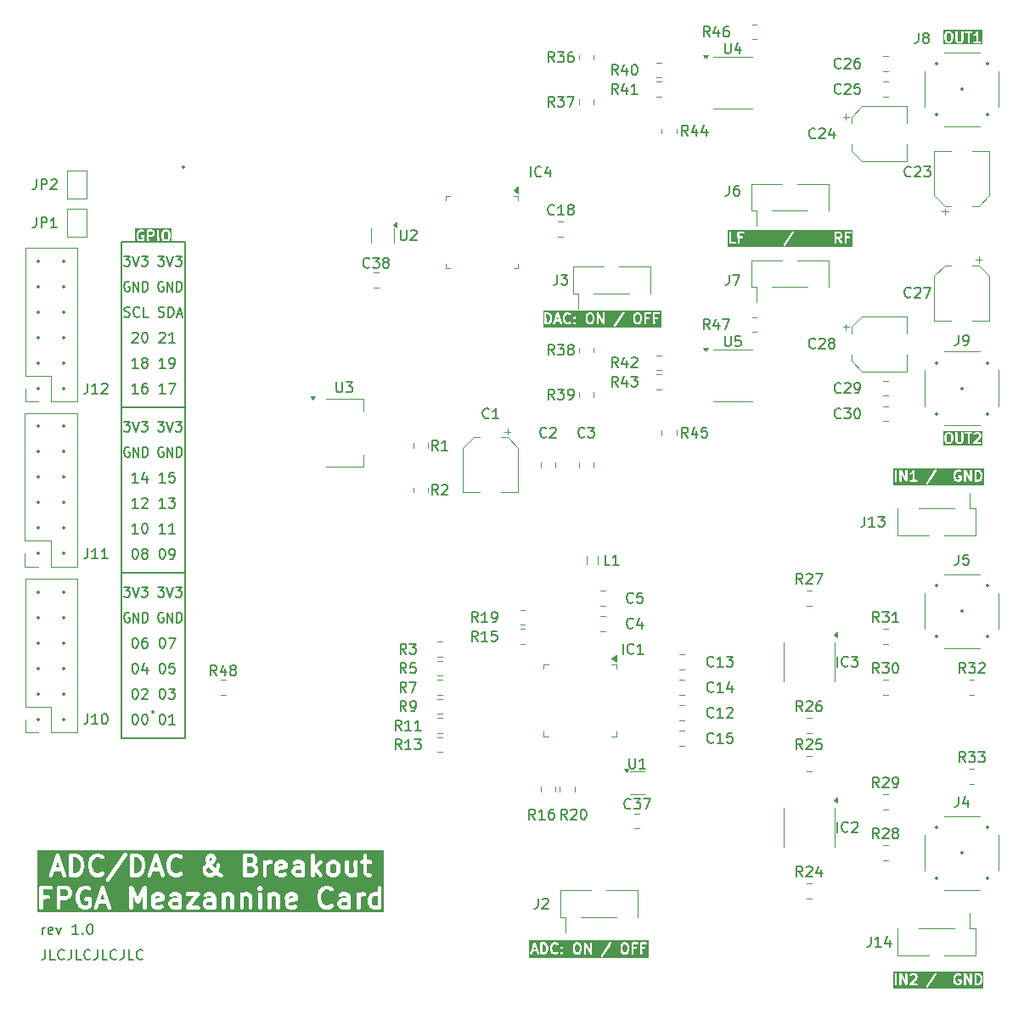
<source format=gbr>
%TF.GenerationSoftware,KiCad,Pcbnew,8.0.0*%
%TF.CreationDate,2024-08-30T23:56:31+03:00*%
%TF.ProjectId,ML605_LPC_Board_wADC_DAC,4d4c3630-355f-44c5-9043-5f426f617264,rev?*%
%TF.SameCoordinates,Original*%
%TF.FileFunction,Legend,Top*%
%TF.FilePolarity,Positive*%
%FSLAX46Y46*%
G04 Gerber Fmt 4.6, Leading zero omitted, Abs format (unit mm)*
G04 Created by KiCad (PCBNEW 8.0.0) date 2024-08-30 23:56:31*
%MOMM*%
%LPD*%
G01*
G04 APERTURE LIST*
%ADD10C,0.200000*%
%ADD11C,0.203200*%
%ADD12C,0.177800*%
%ADD13C,0.400000*%
%ADD14C,0.120000*%
%ADD15C,0.350000*%
G04 APERTURE END LIST*
D10*
X85160000Y-73800000D02*
X91510000Y-73800000D01*
X91510000Y-123330000D01*
X85160000Y-123330000D01*
X85160000Y-73800000D01*
X85160000Y-90310000D02*
X91510000Y-90310000D01*
X85160000Y-106820000D02*
X91510000Y-106820000D01*
D11*
G36*
X156795677Y-72978364D02*
G01*
X156821864Y-73003417D01*
X156853480Y-73064310D01*
X156854632Y-73161689D01*
X156825553Y-73222137D01*
X156800499Y-73248324D01*
X156739903Y-73279786D01*
X156617722Y-73280372D01*
X156613955Y-73279708D01*
X156610804Y-73280406D01*
X156474751Y-73281058D01*
X156474127Y-72950213D01*
X156734565Y-72948964D01*
X156795677Y-72978364D01*
G37*
G36*
X158086599Y-74321487D02*
G01*
X145661099Y-74321487D01*
X145661099Y-74107104D01*
X151192653Y-74107104D01*
X151200428Y-74145976D01*
X151222486Y-74178915D01*
X151255470Y-74200905D01*
X151294359Y-74208598D01*
X151333231Y-74200823D01*
X151366170Y-74178765D01*
X151378789Y-74163356D01*
X152252637Y-72849093D01*
X156272652Y-72849093D01*
X156274604Y-73884914D01*
X156289775Y-73921539D01*
X156317806Y-73949570D01*
X156354431Y-73964741D01*
X156394073Y-73964741D01*
X156430698Y-73949570D01*
X156458729Y-73921539D01*
X156473900Y-73884914D01*
X156475852Y-73865093D01*
X156475130Y-73482400D01*
X156562827Y-73481979D01*
X156884556Y-73938476D01*
X156917988Y-73959780D01*
X156957026Y-73966669D01*
X156995731Y-73958095D01*
X157028207Y-73935362D01*
X157049511Y-73901930D01*
X157056400Y-73862891D01*
X157047826Y-73824187D01*
X157038058Y-73806830D01*
X156803154Y-73473528D01*
X156806737Y-73472158D01*
X156903290Y-73422026D01*
X156914508Y-73417380D01*
X156918414Y-73414173D01*
X156920354Y-73413167D01*
X156922112Y-73411138D01*
X156929904Y-73404745D01*
X156978602Y-73353842D01*
X156986707Y-73346814D01*
X156989361Y-73342596D01*
X156990920Y-73340968D01*
X156991945Y-73338491D01*
X156997317Y-73329959D01*
X157037894Y-73245612D01*
X157039301Y-73244206D01*
X157043822Y-73233289D01*
X157052816Y-73214596D01*
X157053074Y-73210954D01*
X157054472Y-73207581D01*
X157056424Y-73187760D01*
X157054883Y-73057552D01*
X157055626Y-73055324D01*
X157054703Y-73042338D01*
X157054472Y-73022796D01*
X157053074Y-73019422D01*
X157052816Y-73015781D01*
X157045698Y-72997180D01*
X156995566Y-72900626D01*
X156990920Y-72889409D01*
X156987713Y-72885502D01*
X156986707Y-72883563D01*
X156984678Y-72881804D01*
X156978285Y-72874013D01*
X156952237Y-72849093D01*
X157288652Y-72849093D01*
X157290604Y-73884914D01*
X157305775Y-73921539D01*
X157333806Y-73949570D01*
X157370431Y-73964741D01*
X157410073Y-73964741D01*
X157446698Y-73949570D01*
X157474729Y-73921539D01*
X157489900Y-73884914D01*
X157491852Y-73865093D01*
X157491039Y-73433954D01*
X157748740Y-73432551D01*
X157785365Y-73417380D01*
X157813396Y-73389349D01*
X157828567Y-73352724D01*
X157828567Y-73313082D01*
X157813396Y-73276457D01*
X157785365Y-73248426D01*
X157748740Y-73233255D01*
X157728919Y-73231303D01*
X157490660Y-73232600D01*
X157490128Y-72950305D01*
X157893883Y-72948741D01*
X157930508Y-72933570D01*
X157958539Y-72905539D01*
X157973710Y-72868914D01*
X157973710Y-72829272D01*
X157958539Y-72792647D01*
X157930508Y-72764616D01*
X157893883Y-72749445D01*
X157874062Y-72747493D01*
X157370431Y-72749445D01*
X157333806Y-72764616D01*
X157305775Y-72792647D01*
X157290604Y-72829272D01*
X157288652Y-72849093D01*
X156952237Y-72849093D01*
X156927382Y-72825314D01*
X156920354Y-72817210D01*
X156916136Y-72814555D01*
X156914508Y-72812997D01*
X156912031Y-72811971D01*
X156903499Y-72806600D01*
X156819153Y-72766023D01*
X156817746Y-72764616D01*
X156806823Y-72760091D01*
X156788135Y-72751101D01*
X156784494Y-72750842D01*
X156781121Y-72749445D01*
X156761300Y-72747493D01*
X156354431Y-72749445D01*
X156317806Y-72764616D01*
X156289775Y-72792647D01*
X156274604Y-72829272D01*
X156272652Y-72849093D01*
X152252637Y-72849093D01*
X152259018Y-72839496D01*
X152266711Y-72800607D01*
X152258936Y-72761734D01*
X152236878Y-72728796D01*
X152203894Y-72706806D01*
X152165005Y-72699113D01*
X152126133Y-72706888D01*
X152093194Y-72728946D01*
X152080575Y-72744355D01*
X151200346Y-74068215D01*
X151192653Y-74107104D01*
X145661099Y-74107104D01*
X145661099Y-72849093D01*
X145773988Y-72849093D01*
X145775940Y-73884914D01*
X145791111Y-73921539D01*
X145819142Y-73949570D01*
X145855767Y-73964741D01*
X145875588Y-73966693D01*
X146379219Y-73964741D01*
X146415844Y-73949570D01*
X146443875Y-73921539D01*
X146459046Y-73884914D01*
X146459046Y-73845272D01*
X146443875Y-73808647D01*
X146415844Y-73780616D01*
X146379219Y-73765445D01*
X146359398Y-73763493D01*
X145976999Y-73764975D01*
X145975273Y-72849093D01*
X146596464Y-72849093D01*
X146598416Y-73884914D01*
X146613587Y-73921539D01*
X146641618Y-73949570D01*
X146678243Y-73964741D01*
X146717885Y-73964741D01*
X146754510Y-73949570D01*
X146782541Y-73921539D01*
X146797712Y-73884914D01*
X146799664Y-73865093D01*
X146798851Y-73433954D01*
X147056552Y-73432551D01*
X147093177Y-73417380D01*
X147121208Y-73389349D01*
X147136379Y-73352724D01*
X147136379Y-73313082D01*
X147121208Y-73276457D01*
X147093177Y-73248426D01*
X147056552Y-73233255D01*
X147036731Y-73231303D01*
X146798472Y-73232600D01*
X146797940Y-72950305D01*
X147201695Y-72948741D01*
X147238320Y-72933570D01*
X147266351Y-72905539D01*
X147281522Y-72868914D01*
X147281522Y-72829272D01*
X147266351Y-72792647D01*
X147238320Y-72764616D01*
X147201695Y-72749445D01*
X147181874Y-72747493D01*
X146678243Y-72749445D01*
X146641618Y-72764616D01*
X146613587Y-72792647D01*
X146598416Y-72829272D01*
X146596464Y-72849093D01*
X145975273Y-72849093D01*
X145975236Y-72829272D01*
X145960065Y-72792647D01*
X145932034Y-72764616D01*
X145895409Y-72749445D01*
X145855767Y-72749445D01*
X145819142Y-72764616D01*
X145791111Y-72792647D01*
X145775940Y-72829272D01*
X145773988Y-72849093D01*
X145661099Y-72849093D01*
X145661099Y-72586224D01*
X158086599Y-72586224D01*
X158086599Y-74321487D01*
G37*
D12*
X85414858Y-108210414D02*
X86012363Y-108210414D01*
X86012363Y-108210414D02*
X85690630Y-108597462D01*
X85690630Y-108597462D02*
X85828515Y-108597462D01*
X85828515Y-108597462D02*
X85920439Y-108645843D01*
X85920439Y-108645843D02*
X85966401Y-108694224D01*
X85966401Y-108694224D02*
X86012363Y-108790986D01*
X86012363Y-108790986D02*
X86012363Y-109032891D01*
X86012363Y-109032891D02*
X85966401Y-109129653D01*
X85966401Y-109129653D02*
X85920439Y-109178034D01*
X85920439Y-109178034D02*
X85828515Y-109226414D01*
X85828515Y-109226414D02*
X85552744Y-109226414D01*
X85552744Y-109226414D02*
X85460820Y-109178034D01*
X85460820Y-109178034D02*
X85414858Y-109129653D01*
X86288134Y-108210414D02*
X86609868Y-109226414D01*
X86609868Y-109226414D02*
X86931601Y-108210414D01*
X87161410Y-108210414D02*
X87758915Y-108210414D01*
X87758915Y-108210414D02*
X87437182Y-108597462D01*
X87437182Y-108597462D02*
X87575067Y-108597462D01*
X87575067Y-108597462D02*
X87666991Y-108645843D01*
X87666991Y-108645843D02*
X87712953Y-108694224D01*
X87712953Y-108694224D02*
X87758915Y-108790986D01*
X87758915Y-108790986D02*
X87758915Y-109032891D01*
X87758915Y-109032891D02*
X87712953Y-109129653D01*
X87712953Y-109129653D02*
X87666991Y-109178034D01*
X87666991Y-109178034D02*
X87575067Y-109226414D01*
X87575067Y-109226414D02*
X87299296Y-109226414D01*
X87299296Y-109226414D02*
X87207372Y-109178034D01*
X87207372Y-109178034D02*
X87161410Y-109129653D01*
X88816038Y-108210414D02*
X89413543Y-108210414D01*
X89413543Y-108210414D02*
X89091810Y-108597462D01*
X89091810Y-108597462D02*
X89229695Y-108597462D01*
X89229695Y-108597462D02*
X89321619Y-108645843D01*
X89321619Y-108645843D02*
X89367581Y-108694224D01*
X89367581Y-108694224D02*
X89413543Y-108790986D01*
X89413543Y-108790986D02*
X89413543Y-109032891D01*
X89413543Y-109032891D02*
X89367581Y-109129653D01*
X89367581Y-109129653D02*
X89321619Y-109178034D01*
X89321619Y-109178034D02*
X89229695Y-109226414D01*
X89229695Y-109226414D02*
X88953924Y-109226414D01*
X88953924Y-109226414D02*
X88862000Y-109178034D01*
X88862000Y-109178034D02*
X88816038Y-109129653D01*
X89689314Y-108210414D02*
X90011048Y-109226414D01*
X90011048Y-109226414D02*
X90332781Y-108210414D01*
X90562590Y-108210414D02*
X91160095Y-108210414D01*
X91160095Y-108210414D02*
X90838362Y-108597462D01*
X90838362Y-108597462D02*
X90976247Y-108597462D01*
X90976247Y-108597462D02*
X91068171Y-108645843D01*
X91068171Y-108645843D02*
X91114133Y-108694224D01*
X91114133Y-108694224D02*
X91160095Y-108790986D01*
X91160095Y-108790986D02*
X91160095Y-109032891D01*
X91160095Y-109032891D02*
X91114133Y-109129653D01*
X91114133Y-109129653D02*
X91068171Y-109178034D01*
X91068171Y-109178034D02*
X90976247Y-109226414D01*
X90976247Y-109226414D02*
X90700476Y-109226414D01*
X90700476Y-109226414D02*
X90608552Y-109178034D01*
X90608552Y-109178034D02*
X90562590Y-109129653D01*
X86825163Y-102876414D02*
X86244591Y-102876414D01*
X86534877Y-102876414D02*
X86534877Y-101860414D01*
X86534877Y-101860414D02*
X86438115Y-102005557D01*
X86438115Y-102005557D02*
X86341353Y-102102319D01*
X86341353Y-102102319D02*
X86244591Y-102150700D01*
X87454115Y-101860414D02*
X87550877Y-101860414D01*
X87550877Y-101860414D02*
X87647639Y-101908795D01*
X87647639Y-101908795D02*
X87696020Y-101957176D01*
X87696020Y-101957176D02*
X87744401Y-102053938D01*
X87744401Y-102053938D02*
X87792782Y-102247462D01*
X87792782Y-102247462D02*
X87792782Y-102489367D01*
X87792782Y-102489367D02*
X87744401Y-102682891D01*
X87744401Y-102682891D02*
X87696020Y-102779653D01*
X87696020Y-102779653D02*
X87647639Y-102828034D01*
X87647639Y-102828034D02*
X87550877Y-102876414D01*
X87550877Y-102876414D02*
X87454115Y-102876414D01*
X87454115Y-102876414D02*
X87357353Y-102828034D01*
X87357353Y-102828034D02*
X87308972Y-102779653D01*
X87308972Y-102779653D02*
X87260591Y-102682891D01*
X87260591Y-102682891D02*
X87212210Y-102489367D01*
X87212210Y-102489367D02*
X87212210Y-102247462D01*
X87212210Y-102247462D02*
X87260591Y-102053938D01*
X87260591Y-102053938D02*
X87308972Y-101957176D01*
X87308972Y-101957176D02*
X87357353Y-101908795D01*
X87357353Y-101908795D02*
X87454115Y-101860414D01*
X89534496Y-102876414D02*
X88953924Y-102876414D01*
X89244210Y-102876414D02*
X89244210Y-101860414D01*
X89244210Y-101860414D02*
X89147448Y-102005557D01*
X89147448Y-102005557D02*
X89050686Y-102102319D01*
X89050686Y-102102319D02*
X88953924Y-102150700D01*
X90502115Y-102876414D02*
X89921543Y-102876414D01*
X90211829Y-102876414D02*
X90211829Y-101860414D01*
X90211829Y-101860414D02*
X90115067Y-102005557D01*
X90115067Y-102005557D02*
X90018305Y-102102319D01*
X90018305Y-102102319D02*
X89921543Y-102150700D01*
X86486496Y-113290414D02*
X86583258Y-113290414D01*
X86583258Y-113290414D02*
X86680020Y-113338795D01*
X86680020Y-113338795D02*
X86728401Y-113387176D01*
X86728401Y-113387176D02*
X86776782Y-113483938D01*
X86776782Y-113483938D02*
X86825163Y-113677462D01*
X86825163Y-113677462D02*
X86825163Y-113919367D01*
X86825163Y-113919367D02*
X86776782Y-114112891D01*
X86776782Y-114112891D02*
X86728401Y-114209653D01*
X86728401Y-114209653D02*
X86680020Y-114258034D01*
X86680020Y-114258034D02*
X86583258Y-114306414D01*
X86583258Y-114306414D02*
X86486496Y-114306414D01*
X86486496Y-114306414D02*
X86389734Y-114258034D01*
X86389734Y-114258034D02*
X86341353Y-114209653D01*
X86341353Y-114209653D02*
X86292972Y-114112891D01*
X86292972Y-114112891D02*
X86244591Y-113919367D01*
X86244591Y-113919367D02*
X86244591Y-113677462D01*
X86244591Y-113677462D02*
X86292972Y-113483938D01*
X86292972Y-113483938D02*
X86341353Y-113387176D01*
X86341353Y-113387176D02*
X86389734Y-113338795D01*
X86389734Y-113338795D02*
X86486496Y-113290414D01*
X87696020Y-113290414D02*
X87502496Y-113290414D01*
X87502496Y-113290414D02*
X87405734Y-113338795D01*
X87405734Y-113338795D02*
X87357353Y-113387176D01*
X87357353Y-113387176D02*
X87260591Y-113532319D01*
X87260591Y-113532319D02*
X87212210Y-113725843D01*
X87212210Y-113725843D02*
X87212210Y-114112891D01*
X87212210Y-114112891D02*
X87260591Y-114209653D01*
X87260591Y-114209653D02*
X87308972Y-114258034D01*
X87308972Y-114258034D02*
X87405734Y-114306414D01*
X87405734Y-114306414D02*
X87599258Y-114306414D01*
X87599258Y-114306414D02*
X87696020Y-114258034D01*
X87696020Y-114258034D02*
X87744401Y-114209653D01*
X87744401Y-114209653D02*
X87792782Y-114112891D01*
X87792782Y-114112891D02*
X87792782Y-113870986D01*
X87792782Y-113870986D02*
X87744401Y-113774224D01*
X87744401Y-113774224D02*
X87696020Y-113725843D01*
X87696020Y-113725843D02*
X87599258Y-113677462D01*
X87599258Y-113677462D02*
X87405734Y-113677462D01*
X87405734Y-113677462D02*
X87308972Y-113725843D01*
X87308972Y-113725843D02*
X87260591Y-113774224D01*
X87260591Y-113774224D02*
X87212210Y-113870986D01*
X89195829Y-113290414D02*
X89292591Y-113290414D01*
X89292591Y-113290414D02*
X89389353Y-113338795D01*
X89389353Y-113338795D02*
X89437734Y-113387176D01*
X89437734Y-113387176D02*
X89486115Y-113483938D01*
X89486115Y-113483938D02*
X89534496Y-113677462D01*
X89534496Y-113677462D02*
X89534496Y-113919367D01*
X89534496Y-113919367D02*
X89486115Y-114112891D01*
X89486115Y-114112891D02*
X89437734Y-114209653D01*
X89437734Y-114209653D02*
X89389353Y-114258034D01*
X89389353Y-114258034D02*
X89292591Y-114306414D01*
X89292591Y-114306414D02*
X89195829Y-114306414D01*
X89195829Y-114306414D02*
X89099067Y-114258034D01*
X89099067Y-114258034D02*
X89050686Y-114209653D01*
X89050686Y-114209653D02*
X89002305Y-114112891D01*
X89002305Y-114112891D02*
X88953924Y-113919367D01*
X88953924Y-113919367D02*
X88953924Y-113677462D01*
X88953924Y-113677462D02*
X89002305Y-113483938D01*
X89002305Y-113483938D02*
X89050686Y-113387176D01*
X89050686Y-113387176D02*
X89099067Y-113338795D01*
X89099067Y-113338795D02*
X89195829Y-113290414D01*
X89873162Y-113290414D02*
X90550496Y-113290414D01*
X90550496Y-113290414D02*
X90115067Y-114306414D01*
X85954306Y-110798795D02*
X85869639Y-110750414D01*
X85869639Y-110750414D02*
X85742639Y-110750414D01*
X85742639Y-110750414D02*
X85615639Y-110798795D01*
X85615639Y-110798795D02*
X85530973Y-110895557D01*
X85530973Y-110895557D02*
X85488639Y-110992319D01*
X85488639Y-110992319D02*
X85446306Y-111185843D01*
X85446306Y-111185843D02*
X85446306Y-111330986D01*
X85446306Y-111330986D02*
X85488639Y-111524510D01*
X85488639Y-111524510D02*
X85530973Y-111621272D01*
X85530973Y-111621272D02*
X85615639Y-111718034D01*
X85615639Y-111718034D02*
X85742639Y-111766414D01*
X85742639Y-111766414D02*
X85827306Y-111766414D01*
X85827306Y-111766414D02*
X85954306Y-111718034D01*
X85954306Y-111718034D02*
X85996639Y-111669653D01*
X85996639Y-111669653D02*
X85996639Y-111330986D01*
X85996639Y-111330986D02*
X85827306Y-111330986D01*
X86377639Y-111766414D02*
X86377639Y-110750414D01*
X86377639Y-110750414D02*
X86885639Y-111766414D01*
X86885639Y-111766414D02*
X86885639Y-110750414D01*
X87308972Y-111766414D02*
X87308972Y-110750414D01*
X87308972Y-110750414D02*
X87520639Y-110750414D01*
X87520639Y-110750414D02*
X87647639Y-110798795D01*
X87647639Y-110798795D02*
X87732306Y-110895557D01*
X87732306Y-110895557D02*
X87774639Y-110992319D01*
X87774639Y-110992319D02*
X87816972Y-111185843D01*
X87816972Y-111185843D02*
X87816972Y-111330986D01*
X87816972Y-111330986D02*
X87774639Y-111524510D01*
X87774639Y-111524510D02*
X87732306Y-111621272D01*
X87732306Y-111621272D02*
X87647639Y-111718034D01*
X87647639Y-111718034D02*
X87520639Y-111766414D01*
X87520639Y-111766414D02*
X87308972Y-111766414D01*
X89340972Y-110798795D02*
X89256305Y-110750414D01*
X89256305Y-110750414D02*
X89129305Y-110750414D01*
X89129305Y-110750414D02*
X89002305Y-110798795D01*
X89002305Y-110798795D02*
X88917639Y-110895557D01*
X88917639Y-110895557D02*
X88875305Y-110992319D01*
X88875305Y-110992319D02*
X88832972Y-111185843D01*
X88832972Y-111185843D02*
X88832972Y-111330986D01*
X88832972Y-111330986D02*
X88875305Y-111524510D01*
X88875305Y-111524510D02*
X88917639Y-111621272D01*
X88917639Y-111621272D02*
X89002305Y-111718034D01*
X89002305Y-111718034D02*
X89129305Y-111766414D01*
X89129305Y-111766414D02*
X89213972Y-111766414D01*
X89213972Y-111766414D02*
X89340972Y-111718034D01*
X89340972Y-111718034D02*
X89383305Y-111669653D01*
X89383305Y-111669653D02*
X89383305Y-111330986D01*
X89383305Y-111330986D02*
X89213972Y-111330986D01*
X89764305Y-111766414D02*
X89764305Y-110750414D01*
X89764305Y-110750414D02*
X90272305Y-111766414D01*
X90272305Y-111766414D02*
X90272305Y-110750414D01*
X90695638Y-111766414D02*
X90695638Y-110750414D01*
X90695638Y-110750414D02*
X90907305Y-110750414D01*
X90907305Y-110750414D02*
X91034305Y-110798795D01*
X91034305Y-110798795D02*
X91118972Y-110895557D01*
X91118972Y-110895557D02*
X91161305Y-110992319D01*
X91161305Y-110992319D02*
X91203638Y-111185843D01*
X91203638Y-111185843D02*
X91203638Y-111330986D01*
X91203638Y-111330986D02*
X91161305Y-111524510D01*
X91161305Y-111524510D02*
X91118972Y-111621272D01*
X91118972Y-111621272D02*
X91034305Y-111718034D01*
X91034305Y-111718034D02*
X90907305Y-111766414D01*
X90907305Y-111766414D02*
X90695638Y-111766414D01*
X86486496Y-120910414D02*
X86583258Y-120910414D01*
X86583258Y-120910414D02*
X86680020Y-120958795D01*
X86680020Y-120958795D02*
X86728401Y-121007176D01*
X86728401Y-121007176D02*
X86776782Y-121103938D01*
X86776782Y-121103938D02*
X86825163Y-121297462D01*
X86825163Y-121297462D02*
X86825163Y-121539367D01*
X86825163Y-121539367D02*
X86776782Y-121732891D01*
X86776782Y-121732891D02*
X86728401Y-121829653D01*
X86728401Y-121829653D02*
X86680020Y-121878034D01*
X86680020Y-121878034D02*
X86583258Y-121926414D01*
X86583258Y-121926414D02*
X86486496Y-121926414D01*
X86486496Y-121926414D02*
X86389734Y-121878034D01*
X86389734Y-121878034D02*
X86341353Y-121829653D01*
X86341353Y-121829653D02*
X86292972Y-121732891D01*
X86292972Y-121732891D02*
X86244591Y-121539367D01*
X86244591Y-121539367D02*
X86244591Y-121297462D01*
X86244591Y-121297462D02*
X86292972Y-121103938D01*
X86292972Y-121103938D02*
X86341353Y-121007176D01*
X86341353Y-121007176D02*
X86389734Y-120958795D01*
X86389734Y-120958795D02*
X86486496Y-120910414D01*
X87454115Y-120910414D02*
X87550877Y-120910414D01*
X87550877Y-120910414D02*
X87647639Y-120958795D01*
X87647639Y-120958795D02*
X87696020Y-121007176D01*
X87696020Y-121007176D02*
X87744401Y-121103938D01*
X87744401Y-121103938D02*
X87792782Y-121297462D01*
X87792782Y-121297462D02*
X87792782Y-121539367D01*
X87792782Y-121539367D02*
X87744401Y-121732891D01*
X87744401Y-121732891D02*
X87696020Y-121829653D01*
X87696020Y-121829653D02*
X87647639Y-121878034D01*
X87647639Y-121878034D02*
X87550877Y-121926414D01*
X87550877Y-121926414D02*
X87454115Y-121926414D01*
X87454115Y-121926414D02*
X87357353Y-121878034D01*
X87357353Y-121878034D02*
X87308972Y-121829653D01*
X87308972Y-121829653D02*
X87260591Y-121732891D01*
X87260591Y-121732891D02*
X87212210Y-121539367D01*
X87212210Y-121539367D02*
X87212210Y-121297462D01*
X87212210Y-121297462D02*
X87260591Y-121103938D01*
X87260591Y-121103938D02*
X87308972Y-121007176D01*
X87308972Y-121007176D02*
X87357353Y-120958795D01*
X87357353Y-120958795D02*
X87454115Y-120910414D01*
X89195829Y-120910414D02*
X89292591Y-120910414D01*
X89292591Y-120910414D02*
X89389353Y-120958795D01*
X89389353Y-120958795D02*
X89437734Y-121007176D01*
X89437734Y-121007176D02*
X89486115Y-121103938D01*
X89486115Y-121103938D02*
X89534496Y-121297462D01*
X89534496Y-121297462D02*
X89534496Y-121539367D01*
X89534496Y-121539367D02*
X89486115Y-121732891D01*
X89486115Y-121732891D02*
X89437734Y-121829653D01*
X89437734Y-121829653D02*
X89389353Y-121878034D01*
X89389353Y-121878034D02*
X89292591Y-121926414D01*
X89292591Y-121926414D02*
X89195829Y-121926414D01*
X89195829Y-121926414D02*
X89099067Y-121878034D01*
X89099067Y-121878034D02*
X89050686Y-121829653D01*
X89050686Y-121829653D02*
X89002305Y-121732891D01*
X89002305Y-121732891D02*
X88953924Y-121539367D01*
X88953924Y-121539367D02*
X88953924Y-121297462D01*
X88953924Y-121297462D02*
X89002305Y-121103938D01*
X89002305Y-121103938D02*
X89050686Y-121007176D01*
X89050686Y-121007176D02*
X89099067Y-120958795D01*
X89099067Y-120958795D02*
X89195829Y-120910414D01*
X90502115Y-121926414D02*
X89921543Y-121926414D01*
X90211829Y-121926414D02*
X90211829Y-120910414D01*
X90211829Y-120910414D02*
X90115067Y-121055557D01*
X90115067Y-121055557D02*
X90018305Y-121152319D01*
X90018305Y-121152319D02*
X89921543Y-121200700D01*
D11*
G36*
X170688910Y-96754199D02*
G01*
X170757124Y-96820734D01*
X170793315Y-96890438D01*
X170837489Y-97060682D01*
X170838918Y-97181394D01*
X170798034Y-97351342D01*
X170761537Y-97427208D01*
X170693153Y-97497318D01*
X170588319Y-97533582D01*
X170459855Y-97534540D01*
X170458320Y-96719948D01*
X170579337Y-96719045D01*
X170688910Y-96754199D01*
G37*
G36*
X171153506Y-98091487D02*
G01*
X162161099Y-98091487D01*
X162161099Y-97877104D01*
X165418750Y-97877104D01*
X165426525Y-97915976D01*
X165448583Y-97948915D01*
X165481567Y-97970905D01*
X165520456Y-97978598D01*
X165559328Y-97970823D01*
X165592267Y-97948765D01*
X165604886Y-97933356D01*
X166189219Y-97054522D01*
X168128083Y-97054522D01*
X168129736Y-97194296D01*
X168128203Y-97204604D01*
X168130002Y-97216774D01*
X168130035Y-97219486D01*
X168130608Y-97220871D01*
X168131117Y-97224307D01*
X168179381Y-97410314D01*
X168180072Y-97420024D01*
X168185755Y-97434877D01*
X168186199Y-97436586D01*
X168186634Y-97437173D01*
X168187190Y-97438626D01*
X168237321Y-97535179D01*
X168241968Y-97546397D01*
X168245174Y-97550303D01*
X168246181Y-97552243D01*
X168248209Y-97554001D01*
X168254603Y-97561793D01*
X168341922Y-97646962D01*
X168342944Y-97649006D01*
X168352628Y-97657405D01*
X168366761Y-97671190D01*
X168370132Y-97672586D01*
X168372892Y-97674980D01*
X168391079Y-97683099D01*
X168536448Y-97729736D01*
X168548529Y-97734741D01*
X168553603Y-97735240D01*
X168555643Y-97735895D01*
X168558317Y-97735704D01*
X168568350Y-97736693D01*
X168666032Y-97735057D01*
X168677819Y-97735895D01*
X168682732Y-97734777D01*
X168684933Y-97734741D01*
X168687414Y-97733713D01*
X168697240Y-97731479D01*
X168827669Y-97686361D01*
X168830076Y-97686361D01*
X168842264Y-97681312D01*
X168860570Y-97674980D01*
X168863329Y-97672586D01*
X168866701Y-97671190D01*
X168882097Y-97658555D01*
X168943113Y-97594778D01*
X168958284Y-97558153D01*
X168960236Y-97538332D01*
X168958284Y-97179844D01*
X168943113Y-97143219D01*
X168915082Y-97115188D01*
X168878457Y-97100017D01*
X168858636Y-97098065D01*
X168645291Y-97100017D01*
X168608666Y-97115188D01*
X168580635Y-97143219D01*
X168565464Y-97179844D01*
X168565464Y-97219486D01*
X168580635Y-97256111D01*
X168608666Y-97284142D01*
X168645291Y-97299313D01*
X168665112Y-97301265D01*
X168757584Y-97300418D01*
X168758649Y-97495908D01*
X168756995Y-97497636D01*
X168652741Y-97533700D01*
X168588238Y-97534780D01*
X168479789Y-97499987D01*
X168411575Y-97433452D01*
X168375384Y-97363748D01*
X168331210Y-97193504D01*
X168329781Y-97072792D01*
X168370665Y-96902844D01*
X168407163Y-96826977D01*
X168475546Y-96756868D01*
X168580536Y-96720548D01*
X168687422Y-96719284D01*
X168783419Y-96765466D01*
X168822962Y-96768276D01*
X168860570Y-96755740D01*
X168890518Y-96729766D01*
X168908247Y-96694309D01*
X168911057Y-96654766D01*
X168899166Y-96619093D01*
X169192464Y-96619093D01*
X169194416Y-97654914D01*
X169209587Y-97691539D01*
X169237618Y-97719570D01*
X169274243Y-97734741D01*
X169313885Y-97734741D01*
X169350510Y-97719570D01*
X169378541Y-97691539D01*
X169393712Y-97654914D01*
X169395664Y-97635093D01*
X169394464Y-96998320D01*
X169785116Y-97679366D01*
X169790159Y-97691539D01*
X169794708Y-97696088D01*
X169797951Y-97701741D01*
X169808635Y-97710015D01*
X169818190Y-97719570D01*
X169824173Y-97722048D01*
X169829294Y-97726014D01*
X169842328Y-97729568D01*
X169854815Y-97734741D01*
X169861294Y-97734741D01*
X169867539Y-97736444D01*
X169880936Y-97734741D01*
X169894457Y-97734741D01*
X169900442Y-97732261D01*
X169906866Y-97731445D01*
X169918596Y-97724741D01*
X169931082Y-97719570D01*
X169935661Y-97714990D01*
X169941285Y-97711777D01*
X169949557Y-97701094D01*
X169959113Y-97691539D01*
X169961592Y-97685553D01*
X169965557Y-97680434D01*
X169969110Y-97667402D01*
X169974284Y-97654914D01*
X169975282Y-97644770D01*
X169975987Y-97642189D01*
X169975733Y-97640195D01*
X169976236Y-97635093D01*
X169974321Y-96619093D01*
X170256845Y-96619093D01*
X170258797Y-97654914D01*
X170273968Y-97691539D01*
X170301999Y-97719570D01*
X170338624Y-97734741D01*
X170358445Y-97736693D01*
X170599035Y-97734898D01*
X170613057Y-97735895D01*
X170618063Y-97734756D01*
X170620171Y-97734741D01*
X170622652Y-97733713D01*
X170632478Y-97731479D01*
X170762907Y-97686361D01*
X170765314Y-97686361D01*
X170777502Y-97681312D01*
X170795808Y-97674980D01*
X170798567Y-97672586D01*
X170801939Y-97671190D01*
X170817335Y-97658555D01*
X170912854Y-97560624D01*
X170922519Y-97552243D01*
X170925228Y-97547937D01*
X170926732Y-97546397D01*
X170927757Y-97543920D01*
X170933129Y-97535388D01*
X170977253Y-97443667D01*
X170982501Y-97436586D01*
X170987812Y-97421720D01*
X170988628Y-97420025D01*
X170988680Y-97419291D01*
X170989202Y-97417831D01*
X171034495Y-97229552D01*
X171038665Y-97219486D01*
X171039876Y-97207182D01*
X171040497Y-97204604D01*
X171040276Y-97203122D01*
X171040617Y-97199665D01*
X171038963Y-97059890D01*
X171040497Y-97049583D01*
X171038697Y-97037412D01*
X171038665Y-97034701D01*
X171038091Y-97033315D01*
X171037583Y-97029880D01*
X170989318Y-96843873D01*
X170988628Y-96834162D01*
X170982944Y-96819308D01*
X170982501Y-96817601D01*
X170982065Y-96817013D01*
X170981510Y-96815561D01*
X170931378Y-96719007D01*
X170926732Y-96707790D01*
X170923525Y-96703883D01*
X170922519Y-96701944D01*
X170920490Y-96700185D01*
X170914097Y-96692394D01*
X170826776Y-96607223D01*
X170825756Y-96605182D01*
X170816080Y-96596790D01*
X170801939Y-96582997D01*
X170798565Y-96581599D01*
X170795808Y-96579208D01*
X170777622Y-96571088D01*
X170632249Y-96524448D01*
X170620171Y-96519445D01*
X170615097Y-96518945D01*
X170613058Y-96518291D01*
X170610383Y-96518481D01*
X170600350Y-96517493D01*
X170338624Y-96519445D01*
X170301999Y-96534616D01*
X170273968Y-96562647D01*
X170258797Y-96599272D01*
X170256845Y-96619093D01*
X169974321Y-96619093D01*
X169974284Y-96599272D01*
X169959113Y-96562647D01*
X169931082Y-96534616D01*
X169894457Y-96519445D01*
X169854815Y-96519445D01*
X169818190Y-96534616D01*
X169790159Y-96562647D01*
X169774988Y-96599272D01*
X169773036Y-96619093D01*
X169774235Y-97255865D01*
X169383581Y-96574815D01*
X169378541Y-96562647D01*
X169373992Y-96558098D01*
X169370749Y-96552444D01*
X169360063Y-96544169D01*
X169350510Y-96534616D01*
X169344525Y-96532136D01*
X169339405Y-96528172D01*
X169326371Y-96524617D01*
X169313885Y-96519445D01*
X169307408Y-96519445D01*
X169301160Y-96517741D01*
X169287755Y-96519445D01*
X169274243Y-96519445D01*
X169268260Y-96521923D01*
X169261834Y-96522740D01*
X169250096Y-96529446D01*
X169237618Y-96534616D01*
X169233040Y-96539193D01*
X169227415Y-96542408D01*
X169219140Y-96553093D01*
X169209587Y-96562647D01*
X169207107Y-96568631D01*
X169203143Y-96573752D01*
X169199588Y-96586785D01*
X169194416Y-96599272D01*
X169193417Y-96609409D01*
X169192712Y-96611997D01*
X169192966Y-96613995D01*
X169192464Y-96619093D01*
X168899166Y-96619093D01*
X168898521Y-96617159D01*
X168872547Y-96587210D01*
X168855692Y-96576600D01*
X168771346Y-96536023D01*
X168769939Y-96534616D01*
X168759016Y-96530091D01*
X168740328Y-96521101D01*
X168736687Y-96520842D01*
X168733314Y-96519445D01*
X168713493Y-96517493D01*
X168568547Y-96519208D01*
X168555642Y-96518291D01*
X168550678Y-96519419D01*
X168548529Y-96519445D01*
X168546048Y-96520472D01*
X168536221Y-96522707D01*
X168405794Y-96567826D01*
X168403386Y-96567826D01*
X168391186Y-96572879D01*
X168372892Y-96579208D01*
X168370134Y-96581599D01*
X168366761Y-96582997D01*
X168351365Y-96595632D01*
X168255845Y-96693562D01*
X168246181Y-96701944D01*
X168243471Y-96706249D01*
X168241968Y-96707790D01*
X168240942Y-96710266D01*
X168235571Y-96718799D01*
X168191447Y-96810517D01*
X168186199Y-96817601D01*
X168180886Y-96832470D01*
X168180072Y-96834163D01*
X168180019Y-96834895D01*
X168179498Y-96836356D01*
X168134204Y-97024634D01*
X168130035Y-97034701D01*
X168128823Y-97047004D01*
X168128203Y-97049583D01*
X168128423Y-97051064D01*
X168128083Y-97054522D01*
X166189219Y-97054522D01*
X166485115Y-96609496D01*
X166492808Y-96570607D01*
X166485033Y-96531734D01*
X166462975Y-96498796D01*
X166429991Y-96476806D01*
X166391102Y-96469113D01*
X166352230Y-96476888D01*
X166319291Y-96498946D01*
X166306672Y-96514355D01*
X165426443Y-97838215D01*
X165418750Y-97877104D01*
X162161099Y-97877104D01*
X162161099Y-96619093D01*
X162273988Y-96619093D01*
X162275940Y-97654914D01*
X162291111Y-97691539D01*
X162319142Y-97719570D01*
X162355767Y-97734741D01*
X162395409Y-97734741D01*
X162432034Y-97719570D01*
X162460065Y-97691539D01*
X162475236Y-97654914D01*
X162477188Y-97635093D01*
X162475273Y-96619093D01*
X162757798Y-96619093D01*
X162759750Y-97654914D01*
X162774921Y-97691539D01*
X162802952Y-97719570D01*
X162839577Y-97734741D01*
X162879219Y-97734741D01*
X162915844Y-97719570D01*
X162943875Y-97691539D01*
X162959046Y-97654914D01*
X162960998Y-97635093D01*
X162959798Y-96998320D01*
X163350450Y-97679366D01*
X163355493Y-97691539D01*
X163360042Y-97696088D01*
X163363285Y-97701741D01*
X163373969Y-97710015D01*
X163383524Y-97719570D01*
X163389507Y-97722048D01*
X163394628Y-97726014D01*
X163407662Y-97729568D01*
X163420149Y-97734741D01*
X163426628Y-97734741D01*
X163432873Y-97736444D01*
X163446270Y-97734741D01*
X163459791Y-97734741D01*
X163465776Y-97732261D01*
X163472200Y-97731445D01*
X163483930Y-97724741D01*
X163496416Y-97719570D01*
X163500995Y-97714990D01*
X163506619Y-97711777D01*
X163514891Y-97701094D01*
X163524447Y-97691539D01*
X163526926Y-97685553D01*
X163530891Y-97680434D01*
X163534444Y-97667402D01*
X163539618Y-97654914D01*
X163540616Y-97644770D01*
X163541321Y-97642189D01*
X163541067Y-97640195D01*
X163541570Y-97635093D01*
X163540178Y-96896671D01*
X163774596Y-96896671D01*
X163777406Y-96936214D01*
X163795134Y-96971671D01*
X163825083Y-96997645D01*
X163862690Y-97010181D01*
X163902233Y-97007371D01*
X163920835Y-97000253D01*
X164017388Y-96950121D01*
X164028606Y-96945475D01*
X164032512Y-96942268D01*
X164034452Y-96941262D01*
X164036210Y-96939233D01*
X164044002Y-96932840D01*
X164064635Y-96911685D01*
X164065809Y-97534761D01*
X163855577Y-97535445D01*
X163818952Y-97550616D01*
X163790921Y-97578647D01*
X163775750Y-97615272D01*
X163775750Y-97654914D01*
X163790921Y-97691539D01*
X163818952Y-97719570D01*
X163855577Y-97734741D01*
X163875398Y-97736693D01*
X164475791Y-97734741D01*
X164512416Y-97719570D01*
X164540447Y-97691539D01*
X164555618Y-97654914D01*
X164555618Y-97615272D01*
X164540447Y-97578647D01*
X164512416Y-97550616D01*
X164475791Y-97535445D01*
X164455970Y-97533493D01*
X164267093Y-97534107D01*
X164265387Y-96628575D01*
X164267284Y-96618987D01*
X164265350Y-96609322D01*
X164265332Y-96599272D01*
X164261481Y-96589975D01*
X164259509Y-96580115D01*
X164253971Y-96571845D01*
X164250161Y-96562647D01*
X164243048Y-96555534D01*
X164237451Y-96547176D01*
X164229167Y-96541653D01*
X164222130Y-96534616D01*
X164212838Y-96530767D01*
X164204467Y-96525186D01*
X164194700Y-96523254D01*
X164185505Y-96519445D01*
X164175445Y-96519445D01*
X164165577Y-96517493D01*
X164155818Y-96519445D01*
X164145863Y-96519445D01*
X164136567Y-96523295D01*
X164126705Y-96525268D01*
X164118433Y-96530806D01*
X164109238Y-96534616D01*
X164102127Y-96541726D01*
X164093766Y-96547326D01*
X164081283Y-96562570D01*
X164081207Y-96562647D01*
X164081192Y-96562681D01*
X164081148Y-96562736D01*
X163995564Y-96693947D01*
X163915661Y-96775867D01*
X163813106Y-96829115D01*
X163787132Y-96859064D01*
X163774596Y-96896671D01*
X163540178Y-96896671D01*
X163539618Y-96599272D01*
X163524447Y-96562647D01*
X163496416Y-96534616D01*
X163459791Y-96519445D01*
X163420149Y-96519445D01*
X163383524Y-96534616D01*
X163355493Y-96562647D01*
X163340322Y-96599272D01*
X163338370Y-96619093D01*
X163339569Y-97255865D01*
X162948915Y-96574815D01*
X162943875Y-96562647D01*
X162939326Y-96558098D01*
X162936083Y-96552444D01*
X162925397Y-96544169D01*
X162915844Y-96534616D01*
X162909859Y-96532136D01*
X162904739Y-96528172D01*
X162891705Y-96524617D01*
X162879219Y-96519445D01*
X162872742Y-96519445D01*
X162866494Y-96517741D01*
X162853089Y-96519445D01*
X162839577Y-96519445D01*
X162833594Y-96521923D01*
X162827168Y-96522740D01*
X162815430Y-96529446D01*
X162802952Y-96534616D01*
X162798374Y-96539193D01*
X162792749Y-96542408D01*
X162784474Y-96553093D01*
X162774921Y-96562647D01*
X162772441Y-96568631D01*
X162768477Y-96573752D01*
X162764922Y-96586785D01*
X162759750Y-96599272D01*
X162758751Y-96609409D01*
X162758046Y-96611997D01*
X162758300Y-96613995D01*
X162757798Y-96619093D01*
X162475273Y-96619093D01*
X162475236Y-96599272D01*
X162460065Y-96562647D01*
X162432034Y-96534616D01*
X162395409Y-96519445D01*
X162355767Y-96519445D01*
X162319142Y-96534616D01*
X162291111Y-96562647D01*
X162275940Y-96599272D01*
X162273988Y-96619093D01*
X162161099Y-96619093D01*
X162161099Y-96356224D01*
X171153506Y-96356224D01*
X171153506Y-98091487D01*
G37*
D13*
G36*
X89043597Y-139117847D02*
G01*
X89081250Y-139190366D01*
X88532730Y-139302241D01*
X88532309Y-139214446D01*
X88577457Y-139120599D01*
X88663904Y-139075715D01*
X88950567Y-139073092D01*
X89043597Y-139117847D01*
G37*
G36*
X90786890Y-139645963D02*
G01*
X90804087Y-139644740D01*
X90805313Y-139991193D01*
X90769566Y-140009753D01*
X90387840Y-140012601D01*
X90294495Y-139967694D01*
X90249276Y-139880603D01*
X90247653Y-139783674D01*
X90291743Y-139692028D01*
X90378049Y-139647217D01*
X90781621Y-139644206D01*
X90786890Y-139645963D01*
G37*
G36*
X94215462Y-139645963D02*
G01*
X94232659Y-139644740D01*
X94233885Y-139991193D01*
X94198138Y-140009753D01*
X93816412Y-140012601D01*
X93723067Y-139967694D01*
X93677848Y-139880603D01*
X93676225Y-139783674D01*
X93720315Y-139692028D01*
X93806621Y-139647217D01*
X94210193Y-139644206D01*
X94215462Y-139645963D01*
G37*
G36*
X102376932Y-139117847D02*
G01*
X102414585Y-139190366D01*
X101866065Y-139302241D01*
X101865644Y-139214446D01*
X101910792Y-139120599D01*
X101997239Y-139075715D01*
X102283902Y-139073092D01*
X102376932Y-139117847D01*
G37*
G36*
X107644035Y-139645963D02*
G01*
X107661232Y-139644740D01*
X107662458Y-139991193D01*
X107626711Y-140009753D01*
X107244985Y-140012601D01*
X107151640Y-139967694D01*
X107106421Y-139880603D01*
X107104798Y-139783674D01*
X107148888Y-139692028D01*
X107235194Y-139647217D01*
X107638766Y-139644206D01*
X107644035Y-139645963D01*
G37*
G36*
X110708811Y-139094238D02*
G01*
X110710501Y-139990973D01*
X110674190Y-140009826D01*
X110387527Y-140012449D01*
X110268042Y-139954967D01*
X110216493Y-139905648D01*
X110154497Y-139786243D01*
X110151495Y-139309402D01*
X110209233Y-139189383D01*
X110258552Y-139137833D01*
X110378192Y-139075715D01*
X110664855Y-139073092D01*
X110708811Y-139094238D01*
G37*
G36*
X83489474Y-139439074D02*
G01*
X83086859Y-139440634D01*
X83287225Y-138835929D01*
X83489474Y-139439074D01*
G37*
G36*
X79736718Y-138463908D02*
G01*
X79788268Y-138513227D01*
X79850503Y-138633091D01*
X79852771Y-138824785D01*
X79795528Y-138943775D01*
X79746208Y-138995327D01*
X79626927Y-139057259D01*
X79104974Y-139059763D01*
X79103746Y-138408494D01*
X79616419Y-138406034D01*
X79736718Y-138463908D01*
G37*
G36*
X80795758Y-135255507D02*
G01*
X80930039Y-135386483D01*
X81001276Y-135523686D01*
X81088237Y-135858821D01*
X81091049Y-136096435D01*
X81010570Y-136430985D01*
X80938724Y-136580326D01*
X80804110Y-136718338D01*
X80597746Y-136789726D01*
X80344863Y-136791612D01*
X80341841Y-135188083D01*
X80580061Y-135186306D01*
X80795758Y-135255507D01*
G37*
G36*
X86890996Y-135255507D02*
G01*
X87025277Y-135386483D01*
X87096514Y-135523686D01*
X87183475Y-135858821D01*
X87186287Y-136096435D01*
X87105808Y-136430985D01*
X87033962Y-136580326D01*
X86899348Y-136718338D01*
X86692984Y-136789726D01*
X86440101Y-136791612D01*
X86437079Y-135188083D01*
X86675299Y-135186306D01*
X86890996Y-135255507D01*
G37*
G36*
X93896356Y-136165206D02*
G01*
X94300370Y-136645212D01*
X94293730Y-136654204D01*
X94289530Y-136657652D01*
X94222400Y-136727820D01*
X94102535Y-136790055D01*
X93910841Y-136792323D01*
X93791850Y-136735079D01*
X93740301Y-136685760D01*
X93678065Y-136565894D01*
X93675797Y-136374201D01*
X93733041Y-136255210D01*
X93786895Y-136198920D01*
X93877677Y-136137701D01*
X93896356Y-136165206D01*
G37*
G36*
X94186456Y-135231294D02*
G01*
X94232216Y-135319427D01*
X94232294Y-135322159D01*
X94176481Y-135438174D01*
X94122627Y-135494464D01*
X94008792Y-135571228D01*
X93963877Y-135441390D01*
X93961939Y-135325691D01*
X94006028Y-135234046D01*
X94094163Y-135188285D01*
X94096895Y-135188207D01*
X94186456Y-135231294D01*
G37*
G36*
X98320451Y-136208171D02*
G01*
X98359698Y-136245720D01*
X98421933Y-136365584D01*
X98424201Y-136557278D01*
X98366958Y-136676268D01*
X98317638Y-136727820D01*
X98198357Y-136789752D01*
X97678199Y-136792247D01*
X97676971Y-136140850D01*
X98103375Y-136138528D01*
X98320451Y-136208171D01*
G37*
G36*
X98212910Y-135244020D02*
G01*
X98264460Y-135293339D01*
X98326912Y-135413621D01*
X98328535Y-135510550D01*
X98271719Y-135628650D01*
X98222400Y-135680200D01*
X98103066Y-135742160D01*
X97676224Y-135744485D01*
X97675176Y-135188479D01*
X98092733Y-135186205D01*
X98212910Y-135244020D01*
G37*
G36*
X101329312Y-135897959D02*
G01*
X101366965Y-135970478D01*
X100818445Y-136082353D01*
X100818024Y-135994558D01*
X100863172Y-135900711D01*
X100949619Y-135855827D01*
X101236282Y-135853204D01*
X101329312Y-135897959D01*
G37*
G36*
X103072605Y-136426075D02*
G01*
X103089802Y-136424852D01*
X103091028Y-136771305D01*
X103055281Y-136789865D01*
X102673555Y-136792713D01*
X102580210Y-136747806D01*
X102534991Y-136660715D01*
X102533368Y-136563786D01*
X102577458Y-136472140D01*
X102663764Y-136427329D01*
X103067336Y-136424318D01*
X103072605Y-136426075D01*
G37*
G36*
X106498625Y-135910686D02*
G01*
X106550174Y-135960004D01*
X106612170Y-136079409D01*
X106615172Y-136556251D01*
X106557435Y-136676268D01*
X106508115Y-136727820D01*
X106388250Y-136790055D01*
X106196556Y-136792323D01*
X106077565Y-136735079D01*
X106026016Y-136685760D01*
X105964020Y-136566355D01*
X105961018Y-136089514D01*
X106018756Y-135969495D01*
X106068075Y-135917945D01*
X106187939Y-135855710D01*
X106379634Y-135853442D01*
X106498625Y-135910686D01*
G37*
G36*
X79013284Y-136219186D02*
G01*
X78610669Y-136220746D01*
X78811035Y-135616041D01*
X79013284Y-136219186D01*
G37*
G36*
X88822808Y-136219186D02*
G01*
X88420193Y-136220746D01*
X88620559Y-135616041D01*
X88822808Y-136219186D01*
G37*
G36*
X111329366Y-140631660D02*
G01*
X76770633Y-140631660D01*
X76770633Y-138209438D01*
X76992855Y-138209438D01*
X76996698Y-140248456D01*
X77026561Y-140320552D01*
X77081741Y-140375732D01*
X77153837Y-140405595D01*
X77231873Y-140405595D01*
X77303969Y-140375732D01*
X77359149Y-140320552D01*
X77389012Y-140248456D01*
X77392855Y-140209438D01*
X77391255Y-139360738D01*
X77898540Y-139357976D01*
X77970636Y-139328113D01*
X78025816Y-139272933D01*
X78055679Y-139200837D01*
X78055679Y-139122801D01*
X78025816Y-139050705D01*
X77970636Y-138995525D01*
X77898540Y-138965662D01*
X77859522Y-138961819D01*
X77390508Y-138964373D01*
X77389461Y-138408675D01*
X78184254Y-138405595D01*
X78256350Y-138375732D01*
X78311530Y-138320552D01*
X78341393Y-138248456D01*
X78341393Y-138209438D01*
X78707141Y-138209438D01*
X78710984Y-140248456D01*
X78740847Y-140320552D01*
X78796027Y-140375732D01*
X78868123Y-140405595D01*
X78946159Y-140405595D01*
X79018255Y-140375732D01*
X79073435Y-140320552D01*
X79103298Y-140248456D01*
X79107141Y-140209438D01*
X79105721Y-139456104D01*
X79638218Y-139453549D01*
X79644032Y-139455487D01*
X79673694Y-139453378D01*
X79708064Y-139453214D01*
X79714701Y-139450464D01*
X79721871Y-139449955D01*
X79758489Y-139435942D01*
X79948548Y-139337261D01*
X79970637Y-139328112D01*
X79978329Y-139321799D01*
X79982145Y-139319818D01*
X79985606Y-139315827D01*
X80000944Y-139303240D01*
X80096809Y-139203035D01*
X80112759Y-139189203D01*
X80117982Y-139180904D01*
X80121055Y-139177693D01*
X80123076Y-139172811D01*
X80133645Y-139156023D01*
X80176674Y-139066580D01*
X80611903Y-139066580D01*
X80615159Y-139341726D01*
X80612140Y-139362017D01*
X80615682Y-139385981D01*
X80615746Y-139391313D01*
X80616873Y-139394035D01*
X80617874Y-139400802D01*
X80712884Y-139766958D01*
X80714243Y-139786072D01*
X80725428Y-139815302D01*
X80726304Y-139818675D01*
X80727163Y-139819834D01*
X80728256Y-139822690D01*
X80826934Y-140012746D01*
X80836085Y-140034837D01*
X80842399Y-140042530D01*
X80844380Y-140046346D01*
X80848370Y-140049806D01*
X80860957Y-140065144D01*
X81032845Y-140232801D01*
X81034856Y-140236823D01*
X81053912Y-140253350D01*
X81081740Y-140280493D01*
X81088379Y-140283243D01*
X81093809Y-140287952D01*
X81129610Y-140303937D01*
X81415770Y-140395744D01*
X81439552Y-140405595D01*
X81449540Y-140406578D01*
X81453556Y-140407867D01*
X81458821Y-140407492D01*
X81478570Y-140409438D01*
X81670855Y-140406218D01*
X81694061Y-140407867D01*
X81703735Y-140405667D01*
X81708064Y-140405595D01*
X81712942Y-140403574D01*
X81732292Y-140399175D01*
X81989040Y-140310357D01*
X81993779Y-140310357D01*
X82017787Y-140300412D01*
X82053806Y-140287952D01*
X82059235Y-140283243D01*
X82065875Y-140280493D01*
X82096182Y-140255621D01*
X82164297Y-140184423D01*
X82422998Y-140184423D01*
X82428529Y-140262263D01*
X82463428Y-140332061D01*
X82522381Y-140383190D01*
X82596412Y-140407867D01*
X82674252Y-140402336D01*
X82744050Y-140367437D01*
X82795179Y-140308484D01*
X82811164Y-140272683D01*
X82955375Y-139837452D01*
X83622193Y-139834868D01*
X83781008Y-140308484D01*
X83832137Y-140367437D01*
X83901935Y-140402335D01*
X83979775Y-140407867D01*
X84053806Y-140383190D01*
X84112759Y-140332061D01*
X84147658Y-140262263D01*
X84153189Y-140184423D01*
X84144497Y-140146192D01*
X83495057Y-138209438D01*
X85945237Y-138209438D01*
X85949080Y-140248456D01*
X85978943Y-140320552D01*
X86034123Y-140375732D01*
X86106219Y-140405595D01*
X86184255Y-140405595D01*
X86256351Y-140375732D01*
X86311531Y-140320552D01*
X86341394Y-140248456D01*
X86345237Y-140209438D01*
X86343148Y-139101458D01*
X86630934Y-139714333D01*
X86640891Y-139741713D01*
X86646843Y-139748213D01*
X86650650Y-139756319D01*
X86673069Y-139776850D01*
X86693595Y-139799263D01*
X86701646Y-139803020D01*
X86708200Y-139809022D01*
X86736772Y-139819412D01*
X86764310Y-139832263D01*
X86773183Y-139832653D01*
X86781538Y-139835691D01*
X86811915Y-139834355D01*
X86842270Y-139835690D01*
X86850618Y-139832654D01*
X86859499Y-139832264D01*
X86887050Y-139819406D01*
X86915608Y-139809022D01*
X86922160Y-139803021D01*
X86930214Y-139799263D01*
X86950747Y-139776841D01*
X86973158Y-139756318D01*
X86979780Y-139745138D01*
X86982917Y-139741714D01*
X86984677Y-139736872D01*
X86993141Y-139722586D01*
X87280255Y-139103501D01*
X87282413Y-140248456D01*
X87312276Y-140320552D01*
X87367456Y-140375732D01*
X87439552Y-140405595D01*
X87517588Y-140405595D01*
X87589684Y-140375732D01*
X87644864Y-140320552D01*
X87674727Y-140248456D01*
X87678570Y-140209438D01*
X87677314Y-139542980D01*
X88135713Y-139542980D01*
X88137586Y-139552349D01*
X88139220Y-139892894D01*
X88137283Y-139898708D01*
X88139391Y-139928370D01*
X88139556Y-139962741D01*
X88142305Y-139969378D01*
X88142815Y-139976548D01*
X88156827Y-140013165D01*
X88250901Y-140194352D01*
X88257199Y-140213246D01*
X88265948Y-140223334D01*
X88272952Y-140236823D01*
X88291898Y-140253255D01*
X88308328Y-140272199D01*
X88328066Y-140284624D01*
X88331905Y-140287953D01*
X88334987Y-140288980D01*
X88341508Y-140293085D01*
X88507542Y-140372961D01*
X88510313Y-140375732D01*
X88531814Y-140384638D01*
X88568602Y-140402336D01*
X88575771Y-140402845D01*
X88582409Y-140405595D01*
X88621427Y-140409438D01*
X88972440Y-140406226D01*
X88977366Y-140407868D01*
X89004612Y-140405931D01*
X89041398Y-140405595D01*
X89048035Y-140402845D01*
X89055205Y-140402336D01*
X89091823Y-140388323D01*
X89315479Y-140272199D01*
X89366609Y-140213246D01*
X89391286Y-140139214D01*
X89385754Y-140061375D01*
X89350855Y-139991577D01*
X89291903Y-139940448D01*
X89217871Y-139915770D01*
X89140031Y-139921302D01*
X89103414Y-139935314D01*
X88959902Y-140009826D01*
X88673239Y-140012449D01*
X88580209Y-139967694D01*
X88535510Y-139881605D01*
X88534798Y-139733247D01*
X89849999Y-139733247D01*
X89852712Y-139895278D01*
X89851569Y-139898708D01*
X89853139Y-139920811D01*
X89853842Y-139962741D01*
X89856591Y-139969378D01*
X89857101Y-139976548D01*
X89871113Y-140013165D01*
X89965187Y-140194352D01*
X89971485Y-140213246D01*
X89980234Y-140223334D01*
X89987238Y-140236823D01*
X90006184Y-140253255D01*
X90022614Y-140272199D01*
X90042352Y-140284624D01*
X90046191Y-140287953D01*
X90049273Y-140288980D01*
X90055794Y-140293085D01*
X90221828Y-140372961D01*
X90224599Y-140375732D01*
X90246100Y-140384638D01*
X90282888Y-140402336D01*
X90290057Y-140402845D01*
X90296695Y-140405595D01*
X90335713Y-140409438D01*
X90781621Y-140406111D01*
X90786890Y-140407868D01*
X90815114Y-140405862D01*
X90850922Y-140405595D01*
X90857559Y-140402845D01*
X90864729Y-140402336D01*
X90901347Y-140388323D01*
X90910362Y-140383642D01*
X90963362Y-140405595D01*
X91041398Y-140405595D01*
X91113494Y-140375732D01*
X91168674Y-140320552D01*
X91198537Y-140248456D01*
X91202380Y-140209438D01*
X91202326Y-140194069D01*
X91564876Y-140194069D01*
X91568128Y-140221167D01*
X91568128Y-140248456D01*
X91572738Y-140259586D01*
X91574174Y-140271549D01*
X91587547Y-140295339D01*
X91597991Y-140320552D01*
X91606509Y-140329070D01*
X91612414Y-140339574D01*
X91633874Y-140356435D01*
X91653171Y-140375732D01*
X91664302Y-140380342D01*
X91673776Y-140387786D01*
X91700053Y-140395151D01*
X91725267Y-140405595D01*
X91743840Y-140407424D01*
X91748916Y-140408847D01*
X91753139Y-140408340D01*
X91764285Y-140409438D01*
X92850922Y-140405595D01*
X92923018Y-140375732D01*
X92978198Y-140320552D01*
X93008061Y-140248456D01*
X93008061Y-140170420D01*
X92978198Y-140098324D01*
X92923018Y-140043144D01*
X92850922Y-140013281D01*
X92811904Y-140009438D01*
X92172852Y-140011698D01*
X92390639Y-139733247D01*
X93278571Y-139733247D01*
X93281284Y-139895278D01*
X93280141Y-139898708D01*
X93281711Y-139920811D01*
X93282414Y-139962741D01*
X93285163Y-139969378D01*
X93285673Y-139976548D01*
X93299685Y-140013165D01*
X93393759Y-140194352D01*
X93400057Y-140213246D01*
X93408806Y-140223334D01*
X93415810Y-140236823D01*
X93434756Y-140253255D01*
X93451186Y-140272199D01*
X93470924Y-140284624D01*
X93474763Y-140287953D01*
X93477845Y-140288980D01*
X93484366Y-140293085D01*
X93650400Y-140372961D01*
X93653171Y-140375732D01*
X93674672Y-140384638D01*
X93711460Y-140402336D01*
X93718629Y-140402845D01*
X93725267Y-140405595D01*
X93764285Y-140409438D01*
X94210193Y-140406111D01*
X94215462Y-140407868D01*
X94243686Y-140405862D01*
X94279494Y-140405595D01*
X94286131Y-140402845D01*
X94293301Y-140402336D01*
X94329919Y-140388323D01*
X94338934Y-140383642D01*
X94391934Y-140405595D01*
X94469970Y-140405595D01*
X94542066Y-140375732D01*
X94597246Y-140320552D01*
X94627109Y-140248456D01*
X94630952Y-140209438D01*
X94628023Y-139381384D01*
X94629382Y-139377309D01*
X94627937Y-139356979D01*
X94627356Y-139192909D01*
X94629382Y-139186834D01*
X94627228Y-139156529D01*
X94627109Y-139122801D01*
X94624359Y-139116162D01*
X94623850Y-139108995D01*
X94609838Y-139072377D01*
X94515766Y-138891193D01*
X94510736Y-138876104D01*
X95183333Y-138876104D01*
X95187176Y-140248456D01*
X95217039Y-140320552D01*
X95272219Y-140375732D01*
X95344315Y-140405595D01*
X95422351Y-140405595D01*
X95494447Y-140375732D01*
X95549627Y-140320552D01*
X95579490Y-140248456D01*
X95583333Y-140209438D01*
X95580365Y-139149873D01*
X95591884Y-139137833D01*
X95711748Y-139075598D01*
X95903443Y-139073330D01*
X95995979Y-139117847D01*
X96040624Y-139203833D01*
X96044319Y-140248456D01*
X96074182Y-140320552D01*
X96129362Y-140375732D01*
X96201458Y-140405595D01*
X96279494Y-140405595D01*
X96351590Y-140375732D01*
X96406770Y-140320552D01*
X96436633Y-140248456D01*
X96440476Y-140209438D01*
X96436880Y-139192909D01*
X96438906Y-139186834D01*
X96436752Y-139156529D01*
X96436633Y-139122801D01*
X96433883Y-139116162D01*
X96433374Y-139108995D01*
X96419362Y-139072377D01*
X96325290Y-138891193D01*
X96320260Y-138876104D01*
X96992857Y-138876104D01*
X96996700Y-140248456D01*
X97026563Y-140320552D01*
X97081743Y-140375732D01*
X97153839Y-140405595D01*
X97231875Y-140405595D01*
X97303971Y-140375732D01*
X97359151Y-140320552D01*
X97389014Y-140248456D01*
X97392857Y-140209438D01*
X97389889Y-139149873D01*
X97401408Y-139137833D01*
X97521272Y-139075598D01*
X97712967Y-139073330D01*
X97805503Y-139117847D01*
X97850148Y-139203833D01*
X97853843Y-140248456D01*
X97883706Y-140320552D01*
X97938886Y-140375732D01*
X98010982Y-140405595D01*
X98089018Y-140405595D01*
X98161114Y-140375732D01*
X98216294Y-140320552D01*
X98246157Y-140248456D01*
X98250000Y-140209438D01*
X98246404Y-139192909D01*
X98248430Y-139186834D01*
X98246276Y-139156529D01*
X98246157Y-139122801D01*
X98243407Y-139116162D01*
X98242898Y-139108995D01*
X98228886Y-139072377D01*
X98134814Y-138891193D01*
X98129784Y-138876104D01*
X98802381Y-138876104D01*
X98806224Y-140248456D01*
X98836087Y-140320552D01*
X98891267Y-140375732D01*
X98963363Y-140405595D01*
X99041399Y-140405595D01*
X99113495Y-140375732D01*
X99168675Y-140320552D01*
X99198538Y-140248456D01*
X99202381Y-140209438D01*
X99198647Y-138876104D01*
X99754762Y-138876104D01*
X99758605Y-140248456D01*
X99788468Y-140320552D01*
X99843648Y-140375732D01*
X99915744Y-140405595D01*
X99993780Y-140405595D01*
X100065876Y-140375732D01*
X100121056Y-140320552D01*
X100150919Y-140248456D01*
X100154762Y-140209438D01*
X100151794Y-139149873D01*
X100163313Y-139137833D01*
X100283177Y-139075598D01*
X100474872Y-139073330D01*
X100567408Y-139117847D01*
X100612053Y-139203833D01*
X100615748Y-140248456D01*
X100645611Y-140320552D01*
X100700791Y-140375732D01*
X100772887Y-140405595D01*
X100850923Y-140405595D01*
X100923019Y-140375732D01*
X100978199Y-140320552D01*
X101008062Y-140248456D01*
X101011905Y-140209438D01*
X101009547Y-139542980D01*
X101469048Y-139542980D01*
X101470921Y-139552349D01*
X101472555Y-139892894D01*
X101470618Y-139898708D01*
X101472726Y-139928370D01*
X101472891Y-139962741D01*
X101475640Y-139969378D01*
X101476150Y-139976548D01*
X101490162Y-140013165D01*
X101584236Y-140194352D01*
X101590534Y-140213246D01*
X101599283Y-140223334D01*
X101606287Y-140236823D01*
X101625233Y-140253255D01*
X101641663Y-140272199D01*
X101661401Y-140284624D01*
X101665240Y-140287953D01*
X101668322Y-140288980D01*
X101674843Y-140293085D01*
X101840877Y-140372961D01*
X101843648Y-140375732D01*
X101865149Y-140384638D01*
X101901937Y-140402336D01*
X101909106Y-140402845D01*
X101915744Y-140405595D01*
X101954762Y-140409438D01*
X102305775Y-140406226D01*
X102310701Y-140407868D01*
X102337947Y-140405931D01*
X102374733Y-140405595D01*
X102381370Y-140402845D01*
X102388540Y-140402336D01*
X102425158Y-140388323D01*
X102648814Y-140272199D01*
X102699944Y-140213246D01*
X102724621Y-140139214D01*
X102719089Y-140061375D01*
X102684190Y-139991577D01*
X102625238Y-139940448D01*
X102551206Y-139915770D01*
X102473366Y-139921302D01*
X102436749Y-139935314D01*
X102293237Y-140009826D01*
X102006574Y-140012449D01*
X101913544Y-139967694D01*
X101868845Y-139881605D01*
X101868004Y-139706307D01*
X102641966Y-139548452D01*
X102660447Y-139548452D01*
X102678374Y-139541026D01*
X102698159Y-139536991D01*
X102714440Y-139526087D01*
X102732543Y-139518589D01*
X102746546Y-139504585D01*
X102762998Y-139493568D01*
X102773866Y-139477265D01*
X102787723Y-139463409D01*
X102795301Y-139445113D01*
X102806285Y-139428638D01*
X102810087Y-139409415D01*
X102817586Y-139391313D01*
X102821429Y-139352295D01*
X102821425Y-139352102D01*
X102821429Y-139352086D01*
X102821425Y-139352066D01*
X102818715Y-139190263D01*
X102819859Y-139186834D01*
X102818288Y-139164730D01*
X102817586Y-139122801D01*
X102814836Y-139116162D01*
X102814327Y-139108995D01*
X102800315Y-139072377D01*
X102797305Y-139066580D01*
X104707144Y-139066580D01*
X104710400Y-139341726D01*
X104707381Y-139362017D01*
X104710923Y-139385981D01*
X104710987Y-139391313D01*
X104712114Y-139394035D01*
X104713115Y-139400802D01*
X104808125Y-139766958D01*
X104809484Y-139786072D01*
X104820669Y-139815302D01*
X104821545Y-139818675D01*
X104822404Y-139819834D01*
X104823497Y-139822690D01*
X104922175Y-140012746D01*
X104931326Y-140034837D01*
X104937640Y-140042530D01*
X104939621Y-140046346D01*
X104943611Y-140049806D01*
X104956198Y-140065144D01*
X105128086Y-140232801D01*
X105130097Y-140236823D01*
X105149153Y-140253350D01*
X105176981Y-140280493D01*
X105183620Y-140283243D01*
X105189050Y-140287952D01*
X105224851Y-140303937D01*
X105511011Y-140395744D01*
X105534793Y-140405595D01*
X105544781Y-140406578D01*
X105548797Y-140407867D01*
X105554062Y-140407492D01*
X105573811Y-140409438D01*
X105766096Y-140406218D01*
X105789302Y-140407867D01*
X105798976Y-140405667D01*
X105803305Y-140405595D01*
X105808183Y-140403574D01*
X105827533Y-140399175D01*
X106084281Y-140310357D01*
X106089020Y-140310357D01*
X106113028Y-140300412D01*
X106149047Y-140287952D01*
X106154476Y-140283243D01*
X106161116Y-140280493D01*
X106191423Y-140255621D01*
X106311534Y-140130074D01*
X106341397Y-140057978D01*
X106341396Y-139979942D01*
X106311533Y-139907846D01*
X106256352Y-139852666D01*
X106184256Y-139822803D01*
X106106220Y-139822804D01*
X106034124Y-139852667D01*
X106003817Y-139877540D01*
X105945160Y-139938852D01*
X105739937Y-140009845D01*
X105612964Y-140011971D01*
X105399479Y-139943480D01*
X105265199Y-139812505D01*
X105224048Y-139733247D01*
X106707144Y-139733247D01*
X106709857Y-139895278D01*
X106708714Y-139898708D01*
X106710284Y-139920811D01*
X106710987Y-139962741D01*
X106713736Y-139969378D01*
X106714246Y-139976548D01*
X106728258Y-140013165D01*
X106822332Y-140194352D01*
X106828630Y-140213246D01*
X106837379Y-140223334D01*
X106844383Y-140236823D01*
X106863329Y-140253255D01*
X106879759Y-140272199D01*
X106899497Y-140284624D01*
X106903336Y-140287953D01*
X106906418Y-140288980D01*
X106912939Y-140293085D01*
X107078973Y-140372961D01*
X107081744Y-140375732D01*
X107103245Y-140384638D01*
X107140033Y-140402336D01*
X107147202Y-140402845D01*
X107153840Y-140405595D01*
X107192858Y-140409438D01*
X107638766Y-140406111D01*
X107644035Y-140407868D01*
X107672259Y-140405862D01*
X107708067Y-140405595D01*
X107714704Y-140402845D01*
X107721874Y-140402336D01*
X107758492Y-140388323D01*
X107767507Y-140383642D01*
X107820507Y-140405595D01*
X107898543Y-140405595D01*
X107970639Y-140375732D01*
X108025819Y-140320552D01*
X108055682Y-140248456D01*
X108059525Y-140209438D01*
X108056596Y-139381384D01*
X108057955Y-139377309D01*
X108056510Y-139356979D01*
X108055929Y-139192909D01*
X108057955Y-139186834D01*
X108055801Y-139156529D01*
X108055682Y-139122801D01*
X108052932Y-139116162D01*
X108052423Y-139108995D01*
X108038411Y-139072377D01*
X107944339Y-138891193D01*
X107939309Y-138876104D01*
X108611906Y-138876104D01*
X108615749Y-140248456D01*
X108645612Y-140320552D01*
X108700792Y-140375732D01*
X108772888Y-140405595D01*
X108850924Y-140405595D01*
X108923020Y-140375732D01*
X108978200Y-140320552D01*
X109008063Y-140248456D01*
X109011906Y-140209438D01*
X109009381Y-139307857D01*
X109033820Y-139257057D01*
X109754763Y-139257057D01*
X109758168Y-139797965D01*
X109756333Y-139803471D01*
X109758384Y-139832338D01*
X109758606Y-139867503D01*
X109761355Y-139874140D01*
X109761865Y-139881310D01*
X109775878Y-139917928D01*
X109874558Y-140107988D01*
X109883707Y-140130074D01*
X109890020Y-140137766D01*
X109892002Y-140141584D01*
X109895993Y-140145045D01*
X109908579Y-140160382D01*
X110008785Y-140256251D01*
X110022616Y-140272199D01*
X110030912Y-140277421D01*
X110034124Y-140280494D01*
X110039006Y-140282516D01*
X110055796Y-140293085D01*
X110221830Y-140372961D01*
X110224601Y-140375732D01*
X110246102Y-140384638D01*
X110282890Y-140402336D01*
X110290059Y-140402845D01*
X110296697Y-140405595D01*
X110335715Y-140409438D01*
X110686728Y-140406226D01*
X110691654Y-140407868D01*
X110718900Y-140405931D01*
X110755686Y-140405595D01*
X110762323Y-140402845D01*
X110769493Y-140402336D01*
X110806111Y-140388323D01*
X110815126Y-140383642D01*
X110868126Y-140405595D01*
X110946162Y-140405595D01*
X111018258Y-140375732D01*
X111073438Y-140320552D01*
X111103301Y-140248456D01*
X111107144Y-140209438D01*
X111104784Y-138957439D01*
X111105574Y-138946328D01*
X111104758Y-138943882D01*
X111103301Y-138170420D01*
X111073438Y-138098324D01*
X111018258Y-138043144D01*
X110946162Y-138013281D01*
X110868126Y-138013281D01*
X110796030Y-138043144D01*
X110740850Y-138098324D01*
X110710987Y-138170420D01*
X110707144Y-138209438D01*
X110708023Y-138676183D01*
X110365655Y-138679315D01*
X110360730Y-138677674D01*
X110333483Y-138679610D01*
X110296697Y-138679947D01*
X110290059Y-138682696D01*
X110282890Y-138683206D01*
X110246273Y-138697218D01*
X110056214Y-138795898D01*
X110034125Y-138805048D01*
X110026431Y-138811361D01*
X110022616Y-138813343D01*
X110019154Y-138817334D01*
X110003818Y-138829921D01*
X109907955Y-138930120D01*
X109892002Y-138943957D01*
X109886777Y-138952256D01*
X109883707Y-138955466D01*
X109881685Y-138960345D01*
X109871116Y-138977137D01*
X109791239Y-139143172D01*
X109788469Y-139145943D01*
X109779565Y-139167439D01*
X109761865Y-139204232D01*
X109761355Y-139211401D01*
X109758606Y-139218039D01*
X109754763Y-139257057D01*
X109033820Y-139257057D01*
X109066376Y-139189383D01*
X109115695Y-139137833D01*
X109235977Y-139075381D01*
X109422353Y-139072261D01*
X109494449Y-139042398D01*
X109549629Y-138987218D01*
X109579492Y-138915122D01*
X109579492Y-138837086D01*
X109549629Y-138764990D01*
X109494449Y-138709810D01*
X109422353Y-138679947D01*
X109383335Y-138676104D01*
X109221302Y-138678817D01*
X109217873Y-138677674D01*
X109195769Y-138679244D01*
X109153840Y-138679947D01*
X109147202Y-138682696D01*
X109140033Y-138683206D01*
X109103416Y-138697218D01*
X108976384Y-138763174D01*
X108923020Y-138709810D01*
X108850924Y-138679947D01*
X108772888Y-138679947D01*
X108700792Y-138709810D01*
X108645612Y-138764990D01*
X108615749Y-138837086D01*
X108611906Y-138876104D01*
X107939309Y-138876104D01*
X107938040Y-138872296D01*
X107929287Y-138862204D01*
X107922286Y-138848719D01*
X107903341Y-138832288D01*
X107886910Y-138813343D01*
X107867170Y-138800917D01*
X107863334Y-138797590D01*
X107860252Y-138796562D01*
X107853730Y-138792457D01*
X107687695Y-138712580D01*
X107684925Y-138709810D01*
X107663423Y-138700903D01*
X107626636Y-138683206D01*
X107619466Y-138682696D01*
X107612829Y-138679947D01*
X107573811Y-138676104D01*
X107222798Y-138679315D01*
X107217873Y-138677674D01*
X107190626Y-138679610D01*
X107153840Y-138679947D01*
X107147202Y-138682696D01*
X107140033Y-138683206D01*
X107103416Y-138697218D01*
X106879759Y-138813343D01*
X106828630Y-138872296D01*
X106803952Y-138946328D01*
X106809484Y-139024167D01*
X106844383Y-139093965D01*
X106903336Y-139145094D01*
X106977368Y-139169772D01*
X107055207Y-139164240D01*
X107091825Y-139150227D01*
X107235335Y-139075715D01*
X107521998Y-139073092D01*
X107615028Y-139117847D01*
X107659673Y-139203833D01*
X107659768Y-139230685D01*
X107626711Y-139247848D01*
X107223141Y-139250859D01*
X107217873Y-139249103D01*
X107189648Y-139251108D01*
X107153840Y-139251376D01*
X107147202Y-139254125D01*
X107140033Y-139254635D01*
X107103416Y-139268647D01*
X106922232Y-139362719D01*
X106903336Y-139369018D01*
X106893245Y-139377769D01*
X106879759Y-139384772D01*
X106863329Y-139403715D01*
X106844383Y-139420148D01*
X106831955Y-139439890D01*
X106828630Y-139443725D01*
X106827603Y-139446804D01*
X106823497Y-139453328D01*
X106743620Y-139619362D01*
X106740850Y-139622133D01*
X106731943Y-139643634D01*
X106714246Y-139680422D01*
X106713736Y-139687591D01*
X106710987Y-139694229D01*
X106707144Y-139733247D01*
X105224048Y-139733247D01*
X105193959Y-139675296D01*
X105107000Y-139340165D01*
X105104188Y-139102551D01*
X105184667Y-138768001D01*
X105256514Y-138618658D01*
X105391126Y-138480649D01*
X105598159Y-138409030D01*
X105725132Y-138406904D01*
X105939500Y-138475678D01*
X106034125Y-138566208D01*
X106106221Y-138596071D01*
X106184257Y-138596071D01*
X106256353Y-138566208D01*
X106311533Y-138511028D01*
X106341396Y-138438932D01*
X106341396Y-138360896D01*
X106311533Y-138288800D01*
X106286660Y-138258493D01*
X106209135Y-138184324D01*
X106208000Y-138182053D01*
X106194753Y-138170564D01*
X106161115Y-138138382D01*
X106154475Y-138135631D01*
X106149047Y-138130924D01*
X106113247Y-138114939D01*
X105827083Y-138023130D01*
X105803305Y-138013281D01*
X105793317Y-138012297D01*
X105789302Y-138011009D01*
X105784036Y-138011383D01*
X105764287Y-138009438D01*
X105572002Y-138012657D01*
X105548797Y-138011009D01*
X105539122Y-138013208D01*
X105534793Y-138013281D01*
X105529912Y-138015302D01*
X105510566Y-138019701D01*
X105253817Y-138108519D01*
X105249078Y-138108519D01*
X105225068Y-138118464D01*
X105189050Y-138130924D01*
X105183621Y-138135631D01*
X105176982Y-138138382D01*
X105146675Y-138163254D01*
X104958645Y-138356029D01*
X104939621Y-138372529D01*
X104934287Y-138381001D01*
X104931326Y-138384038D01*
X104929304Y-138388917D01*
X104918735Y-138405709D01*
X104831877Y-138586254D01*
X104821545Y-138600200D01*
X104811084Y-138629475D01*
X104809484Y-138632803D01*
X104809381Y-138634241D01*
X104808353Y-138637121D01*
X104719195Y-139007743D01*
X104710987Y-139027562D01*
X104708601Y-139051786D01*
X104707381Y-139056858D01*
X104707814Y-139059771D01*
X104707144Y-139066580D01*
X102797305Y-139066580D01*
X102706243Y-138891193D01*
X102699944Y-138872296D01*
X102691191Y-138862204D01*
X102684190Y-138848719D01*
X102665245Y-138832288D01*
X102648814Y-138813343D01*
X102629074Y-138800917D01*
X102625238Y-138797590D01*
X102622156Y-138796562D01*
X102615634Y-138792457D01*
X102449599Y-138712580D01*
X102446829Y-138709810D01*
X102425327Y-138700903D01*
X102388540Y-138683206D01*
X102381370Y-138682696D01*
X102374733Y-138679947D01*
X102335715Y-138676104D01*
X101984702Y-138679315D01*
X101979777Y-138677674D01*
X101952530Y-138679610D01*
X101915744Y-138679947D01*
X101909106Y-138682696D01*
X101901937Y-138683206D01*
X101865320Y-138697218D01*
X101684137Y-138791289D01*
X101665240Y-138797589D01*
X101655149Y-138806340D01*
X101641663Y-138813343D01*
X101625233Y-138832286D01*
X101606287Y-138848719D01*
X101593859Y-138868461D01*
X101590534Y-138872296D01*
X101589507Y-138875375D01*
X101585401Y-138881899D01*
X101505524Y-139047934D01*
X101502754Y-139050705D01*
X101493848Y-139072205D01*
X101476150Y-139108994D01*
X101475640Y-139116163D01*
X101472891Y-139122801D01*
X101469048Y-139161819D01*
X101470833Y-139533953D01*
X101469048Y-139542980D01*
X101009547Y-139542980D01*
X101008309Y-139192909D01*
X101010335Y-139186834D01*
X101008181Y-139156529D01*
X101008062Y-139122801D01*
X101005312Y-139116162D01*
X101004803Y-139108995D01*
X100990791Y-139072377D01*
X100896719Y-138891193D01*
X100890420Y-138872296D01*
X100881667Y-138862204D01*
X100874666Y-138848719D01*
X100855721Y-138832288D01*
X100839290Y-138813343D01*
X100819550Y-138800917D01*
X100815714Y-138797590D01*
X100812632Y-138796562D01*
X100806110Y-138792457D01*
X100640075Y-138712580D01*
X100637305Y-138709810D01*
X100615803Y-138700903D01*
X100579016Y-138683206D01*
X100571846Y-138682696D01*
X100565209Y-138679947D01*
X100526191Y-138676104D01*
X100269880Y-138679137D01*
X100265491Y-138677674D01*
X100239911Y-138679491D01*
X100201458Y-138679947D01*
X100194820Y-138682696D01*
X100187651Y-138683206D01*
X100151034Y-138697218D01*
X100086691Y-138730625D01*
X100065876Y-138709810D01*
X99993780Y-138679947D01*
X99915744Y-138679947D01*
X99843648Y-138709810D01*
X99788468Y-138764990D01*
X99758605Y-138837086D01*
X99754762Y-138876104D01*
X99198647Y-138876104D01*
X99198538Y-138837086D01*
X99168675Y-138764990D01*
X99113495Y-138709810D01*
X99041399Y-138679947D01*
X98963363Y-138679947D01*
X98891267Y-138709810D01*
X98836087Y-138764990D01*
X98806224Y-138837086D01*
X98802381Y-138876104D01*
X98129784Y-138876104D01*
X98128515Y-138872296D01*
X98119762Y-138862204D01*
X98112761Y-138848719D01*
X98093816Y-138832288D01*
X98077385Y-138813343D01*
X98057645Y-138800917D01*
X98053809Y-138797590D01*
X98050727Y-138796562D01*
X98044205Y-138792457D01*
X97878170Y-138712580D01*
X97875400Y-138709810D01*
X97853898Y-138700903D01*
X97817111Y-138683206D01*
X97809941Y-138682696D01*
X97803304Y-138679947D01*
X97764286Y-138676104D01*
X97507975Y-138679137D01*
X97503586Y-138677674D01*
X97478006Y-138679491D01*
X97439553Y-138679947D01*
X97432915Y-138682696D01*
X97425746Y-138683206D01*
X97389129Y-138697218D01*
X97324786Y-138730625D01*
X97303971Y-138709810D01*
X97231875Y-138679947D01*
X97153839Y-138679947D01*
X97081743Y-138709810D01*
X97026563Y-138764990D01*
X96996700Y-138837086D01*
X96992857Y-138876104D01*
X96320260Y-138876104D01*
X96318991Y-138872296D01*
X96310238Y-138862204D01*
X96303237Y-138848719D01*
X96284292Y-138832288D01*
X96267861Y-138813343D01*
X96248121Y-138800917D01*
X96244285Y-138797590D01*
X96241203Y-138796562D01*
X96234681Y-138792457D01*
X96068646Y-138712580D01*
X96065876Y-138709810D01*
X96044374Y-138700903D01*
X96007587Y-138683206D01*
X96000417Y-138682696D01*
X95993780Y-138679947D01*
X95954762Y-138676104D01*
X95698451Y-138679137D01*
X95694062Y-138677674D01*
X95668482Y-138679491D01*
X95630029Y-138679947D01*
X95623391Y-138682696D01*
X95616222Y-138683206D01*
X95579605Y-138697218D01*
X95515262Y-138730625D01*
X95494447Y-138709810D01*
X95422351Y-138679947D01*
X95344315Y-138679947D01*
X95272219Y-138709810D01*
X95217039Y-138764990D01*
X95187176Y-138837086D01*
X95183333Y-138876104D01*
X94510736Y-138876104D01*
X94509467Y-138872296D01*
X94500714Y-138862204D01*
X94493713Y-138848719D01*
X94474768Y-138832288D01*
X94458337Y-138813343D01*
X94438597Y-138800917D01*
X94434761Y-138797590D01*
X94431679Y-138796562D01*
X94425157Y-138792457D01*
X94259122Y-138712580D01*
X94256352Y-138709810D01*
X94234850Y-138700903D01*
X94198063Y-138683206D01*
X94190893Y-138682696D01*
X94184256Y-138679947D01*
X94145238Y-138676104D01*
X93794225Y-138679315D01*
X93789300Y-138677674D01*
X93762053Y-138679610D01*
X93725267Y-138679947D01*
X93718629Y-138682696D01*
X93711460Y-138683206D01*
X93674843Y-138697218D01*
X93451186Y-138813343D01*
X93400057Y-138872296D01*
X93375379Y-138946328D01*
X93380911Y-139024167D01*
X93415810Y-139093965D01*
X93474763Y-139145094D01*
X93548795Y-139169772D01*
X93626634Y-139164240D01*
X93663252Y-139150227D01*
X93806762Y-139075715D01*
X94093425Y-139073092D01*
X94186455Y-139117847D01*
X94231100Y-139203833D01*
X94231195Y-139230685D01*
X94198138Y-139247848D01*
X93794568Y-139250859D01*
X93789300Y-139249103D01*
X93761075Y-139251108D01*
X93725267Y-139251376D01*
X93718629Y-139254125D01*
X93711460Y-139254635D01*
X93674843Y-139268647D01*
X93493659Y-139362719D01*
X93474763Y-139369018D01*
X93464672Y-139377769D01*
X93451186Y-139384772D01*
X93434756Y-139403715D01*
X93415810Y-139420148D01*
X93403382Y-139439890D01*
X93400057Y-139443725D01*
X93399030Y-139446804D01*
X93394924Y-139453328D01*
X93315047Y-139619362D01*
X93312277Y-139622133D01*
X93303370Y-139643634D01*
X93285673Y-139680422D01*
X93285163Y-139687591D01*
X93282414Y-139694229D01*
X93278571Y-139733247D01*
X92390639Y-139733247D01*
X92959553Y-139005862D01*
X92978198Y-138987218D01*
X92982770Y-138976177D01*
X92990252Y-138966613D01*
X92997617Y-138940335D01*
X93008061Y-138915122D01*
X93008061Y-138903075D01*
X93011313Y-138891473D01*
X93008061Y-138864373D01*
X93008061Y-138837086D01*
X93003450Y-138825955D01*
X93002015Y-138813992D01*
X92988640Y-138790200D01*
X92978198Y-138764990D01*
X92969679Y-138756471D01*
X92963775Y-138745968D01*
X92942313Y-138729105D01*
X92923018Y-138709810D01*
X92911888Y-138705199D01*
X92902414Y-138697756D01*
X92876133Y-138690390D01*
X92850922Y-138679947D01*
X92832348Y-138678117D01*
X92827273Y-138676695D01*
X92823049Y-138677201D01*
X92811904Y-138676104D01*
X91725267Y-138679947D01*
X91653171Y-138709810D01*
X91597991Y-138764990D01*
X91568128Y-138837086D01*
X91568128Y-138915122D01*
X91597991Y-138987218D01*
X91653171Y-139042398D01*
X91725267Y-139072261D01*
X91764285Y-139076104D01*
X92403336Y-139073843D01*
X91616635Y-140079679D01*
X91597991Y-140098324D01*
X91593418Y-140109364D01*
X91585937Y-140118929D01*
X91578571Y-140145206D01*
X91568128Y-140170420D01*
X91568128Y-140182466D01*
X91564876Y-140194069D01*
X91202326Y-140194069D01*
X91199451Y-139381384D01*
X91200810Y-139377309D01*
X91199365Y-139356979D01*
X91198784Y-139192909D01*
X91200810Y-139186834D01*
X91198656Y-139156529D01*
X91198537Y-139122801D01*
X91195787Y-139116162D01*
X91195278Y-139108995D01*
X91181266Y-139072377D01*
X91087194Y-138891193D01*
X91080895Y-138872296D01*
X91072142Y-138862204D01*
X91065141Y-138848719D01*
X91046196Y-138832288D01*
X91029765Y-138813343D01*
X91010025Y-138800917D01*
X91006189Y-138797590D01*
X91003107Y-138796562D01*
X90996585Y-138792457D01*
X90830550Y-138712580D01*
X90827780Y-138709810D01*
X90806278Y-138700903D01*
X90769491Y-138683206D01*
X90762321Y-138682696D01*
X90755684Y-138679947D01*
X90716666Y-138676104D01*
X90365653Y-138679315D01*
X90360728Y-138677674D01*
X90333481Y-138679610D01*
X90296695Y-138679947D01*
X90290057Y-138682696D01*
X90282888Y-138683206D01*
X90246271Y-138697218D01*
X90022614Y-138813343D01*
X89971485Y-138872296D01*
X89946807Y-138946328D01*
X89952339Y-139024167D01*
X89987238Y-139093965D01*
X90046191Y-139145094D01*
X90120223Y-139169772D01*
X90198062Y-139164240D01*
X90234680Y-139150227D01*
X90378190Y-139075715D01*
X90664853Y-139073092D01*
X90757883Y-139117847D01*
X90802528Y-139203833D01*
X90802623Y-139230685D01*
X90769566Y-139247848D01*
X90365996Y-139250859D01*
X90360728Y-139249103D01*
X90332503Y-139251108D01*
X90296695Y-139251376D01*
X90290057Y-139254125D01*
X90282888Y-139254635D01*
X90246271Y-139268647D01*
X90065087Y-139362719D01*
X90046191Y-139369018D01*
X90036100Y-139377769D01*
X90022614Y-139384772D01*
X90006184Y-139403715D01*
X89987238Y-139420148D01*
X89974810Y-139439890D01*
X89971485Y-139443725D01*
X89970458Y-139446804D01*
X89966352Y-139453328D01*
X89886475Y-139619362D01*
X89883705Y-139622133D01*
X89874798Y-139643634D01*
X89857101Y-139680422D01*
X89856591Y-139687591D01*
X89853842Y-139694229D01*
X89849999Y-139733247D01*
X88534798Y-139733247D01*
X88534669Y-139706307D01*
X89308631Y-139548452D01*
X89327112Y-139548452D01*
X89345039Y-139541026D01*
X89364824Y-139536991D01*
X89381105Y-139526087D01*
X89399208Y-139518589D01*
X89413211Y-139504585D01*
X89429663Y-139493568D01*
X89440531Y-139477265D01*
X89454388Y-139463409D01*
X89461966Y-139445113D01*
X89472950Y-139428638D01*
X89476752Y-139409415D01*
X89484251Y-139391313D01*
X89488094Y-139352295D01*
X89488090Y-139352102D01*
X89488094Y-139352086D01*
X89488090Y-139352066D01*
X89485380Y-139190263D01*
X89486524Y-139186834D01*
X89484953Y-139164730D01*
X89484251Y-139122801D01*
X89481501Y-139116162D01*
X89480992Y-139108995D01*
X89466980Y-139072377D01*
X89372908Y-138891193D01*
X89366609Y-138872296D01*
X89357856Y-138862204D01*
X89350855Y-138848719D01*
X89331910Y-138832288D01*
X89315479Y-138813343D01*
X89295739Y-138800917D01*
X89291903Y-138797590D01*
X89288821Y-138796562D01*
X89282299Y-138792457D01*
X89116264Y-138712580D01*
X89113494Y-138709810D01*
X89091992Y-138700903D01*
X89055205Y-138683206D01*
X89048035Y-138682696D01*
X89041398Y-138679947D01*
X89002380Y-138676104D01*
X88651367Y-138679315D01*
X88646442Y-138677674D01*
X88619195Y-138679610D01*
X88582409Y-138679947D01*
X88575771Y-138682696D01*
X88568602Y-138683206D01*
X88531985Y-138697218D01*
X88350802Y-138791289D01*
X88331905Y-138797589D01*
X88321814Y-138806340D01*
X88308328Y-138813343D01*
X88291898Y-138832286D01*
X88272952Y-138848719D01*
X88260524Y-138868461D01*
X88257199Y-138872296D01*
X88256172Y-138875375D01*
X88252066Y-138881899D01*
X88172189Y-139047934D01*
X88169419Y-139050705D01*
X88160513Y-139072205D01*
X88142815Y-139108994D01*
X88142305Y-139116163D01*
X88139556Y-139122801D01*
X88135713Y-139161819D01*
X88137498Y-139533953D01*
X88135713Y-139542980D01*
X87677314Y-139542980D01*
X87675053Y-138343694D01*
X98710986Y-138343694D01*
X98740849Y-138415790D01*
X98765722Y-138446097D01*
X98891267Y-138566208D01*
X98963363Y-138596071D01*
X99041399Y-138596071D01*
X99113495Y-138566208D01*
X99143802Y-138541335D01*
X99263913Y-138415790D01*
X99293776Y-138343694D01*
X99293776Y-138265658D01*
X99263913Y-138193562D01*
X99239040Y-138163255D01*
X99113495Y-138043144D01*
X99041399Y-138013281D01*
X98963363Y-138013281D01*
X98891267Y-138043144D01*
X98860960Y-138068017D01*
X98740849Y-138193562D01*
X98710986Y-138265658D01*
X98710986Y-138343694D01*
X87675053Y-138343694D01*
X87674805Y-138211960D01*
X87676251Y-138179072D01*
X87674735Y-138174904D01*
X87674727Y-138170420D01*
X87661442Y-138138349D01*
X87649583Y-138105734D01*
X87646570Y-138102445D01*
X87644864Y-138098324D01*
X87620316Y-138073776D01*
X87596879Y-138048184D01*
X87592838Y-138046298D01*
X87589684Y-138043144D01*
X87557608Y-138029857D01*
X87526164Y-138015184D01*
X87521709Y-138014988D01*
X87517588Y-138013281D01*
X87482873Y-138013281D01*
X87448203Y-138011757D01*
X87444012Y-138013281D01*
X87439552Y-138013281D01*
X87407488Y-138026562D01*
X87374865Y-138038425D01*
X87371575Y-138041437D01*
X87367456Y-138043144D01*
X87342913Y-138067686D01*
X87317316Y-138091129D01*
X87314183Y-138096416D01*
X87312276Y-138098324D01*
X87310468Y-138102688D01*
X87297333Y-138124861D01*
X86812858Y-139169499D01*
X86323963Y-138128338D01*
X86311531Y-138098324D01*
X86308398Y-138095191D01*
X86306491Y-138091129D01*
X86280898Y-138067691D01*
X86256351Y-138043144D01*
X86252229Y-138041437D01*
X86248941Y-138038425D01*
X86216325Y-138026565D01*
X86184255Y-138013281D01*
X86179794Y-138013281D01*
X86175603Y-138011757D01*
X86140933Y-138013281D01*
X86106219Y-138013281D01*
X86102097Y-138014988D01*
X86097642Y-138015184D01*
X86066193Y-138029860D01*
X86034123Y-138043144D01*
X86030968Y-138046298D01*
X86026928Y-138048184D01*
X86003490Y-138073776D01*
X85978943Y-138098324D01*
X85977236Y-138102445D01*
X85974224Y-138105734D01*
X85962364Y-138138349D01*
X85949080Y-138170420D01*
X85948477Y-138176538D01*
X85947556Y-138179072D01*
X85947763Y-138183788D01*
X85945237Y-138209438D01*
X83495057Y-138209438D01*
X83481971Y-138170413D01*
X83480991Y-138156613D01*
X83469917Y-138134466D01*
X83461845Y-138110392D01*
X83452483Y-138099597D01*
X83446092Y-138086815D01*
X83427146Y-138070384D01*
X83410716Y-138051439D01*
X83397933Y-138045047D01*
X83387139Y-138035686D01*
X83363350Y-138027756D01*
X83340918Y-138016540D01*
X83326665Y-138015527D01*
X83313108Y-138011008D01*
X83288088Y-138012786D01*
X83263078Y-138011009D01*
X83249524Y-138015526D01*
X83235268Y-138016540D01*
X83212834Y-138027757D01*
X83189047Y-138035686D01*
X83178252Y-138045047D01*
X83165470Y-138051439D01*
X83149039Y-138070384D01*
X83130094Y-138086815D01*
X83123702Y-138099597D01*
X83114341Y-138110392D01*
X83098356Y-138146192D01*
X82621904Y-139584122D01*
X82615746Y-139598991D01*
X82615746Y-139602709D01*
X82422998Y-140184423D01*
X82164297Y-140184423D01*
X82216293Y-140130074D01*
X82246156Y-140057978D01*
X82246155Y-140057968D01*
X82249998Y-140018961D01*
X82246155Y-139313277D01*
X82216292Y-139241181D01*
X82161112Y-139186001D01*
X82089016Y-139156138D01*
X82049998Y-139152295D01*
X81630028Y-139156138D01*
X81557932Y-139186001D01*
X81502752Y-139241181D01*
X81472889Y-139313277D01*
X81472889Y-139391313D01*
X81502752Y-139463409D01*
X81557932Y-139518589D01*
X81630028Y-139548452D01*
X81669046Y-139552295D01*
X81851078Y-139550629D01*
X81853173Y-139935450D01*
X81849919Y-139938852D01*
X81644696Y-140009845D01*
X81517723Y-140011971D01*
X81304238Y-139943480D01*
X81169958Y-139812505D01*
X81098718Y-139675296D01*
X81011759Y-139340165D01*
X81008947Y-139102551D01*
X81089426Y-138768001D01*
X81161273Y-138618658D01*
X81295885Y-138480649D01*
X81502560Y-138409154D01*
X81712965Y-138406664D01*
X81901935Y-138497574D01*
X81979775Y-138503106D01*
X82053807Y-138478428D01*
X82112759Y-138427299D01*
X82147658Y-138357501D01*
X82153190Y-138279662D01*
X82128513Y-138205630D01*
X82077383Y-138146677D01*
X82044203Y-138125791D01*
X81878168Y-138045914D01*
X81875398Y-138043144D01*
X81853896Y-138034237D01*
X81817109Y-138016540D01*
X81809939Y-138016030D01*
X81803302Y-138013281D01*
X81764284Y-138009438D01*
X81478966Y-138012814D01*
X81453556Y-138011009D01*
X81443783Y-138013230D01*
X81439552Y-138013281D01*
X81434671Y-138015302D01*
X81415325Y-138019701D01*
X81158576Y-138108519D01*
X81153837Y-138108519D01*
X81129827Y-138118464D01*
X81093809Y-138130924D01*
X81088380Y-138135631D01*
X81081741Y-138138382D01*
X81051434Y-138163254D01*
X80863404Y-138356029D01*
X80844380Y-138372529D01*
X80839046Y-138381001D01*
X80836085Y-138384038D01*
X80834063Y-138388917D01*
X80823494Y-138405709D01*
X80736636Y-138586254D01*
X80726304Y-138600200D01*
X80715843Y-138629475D01*
X80714243Y-138632803D01*
X80714140Y-138634241D01*
X80713112Y-138637121D01*
X80623954Y-139007743D01*
X80615746Y-139027562D01*
X80613360Y-139051786D01*
X80612140Y-139056858D01*
X80612573Y-139059771D01*
X80611903Y-139066580D01*
X80176674Y-139066580D01*
X80213521Y-138989988D01*
X80216292Y-138987218D01*
X80225198Y-138965716D01*
X80242896Y-138928929D01*
X80243405Y-138921759D01*
X80246155Y-138915122D01*
X80249998Y-138876104D01*
X80246964Y-138619794D01*
X80248428Y-138615405D01*
X80246610Y-138589825D01*
X80246155Y-138551372D01*
X80243405Y-138544734D01*
X80242896Y-138537565D01*
X80228884Y-138500948D01*
X80130203Y-138310889D01*
X80121054Y-138288800D01*
X80114740Y-138281106D01*
X80112759Y-138277291D01*
X80108767Y-138273829D01*
X80096181Y-138258493D01*
X79995981Y-138162630D01*
X79982145Y-138146677D01*
X79973845Y-138141452D01*
X79970636Y-138138382D01*
X79965756Y-138136360D01*
X79948965Y-138125791D01*
X79782930Y-138045914D01*
X79780160Y-138043144D01*
X79758658Y-138034237D01*
X79721871Y-138016540D01*
X79714701Y-138016030D01*
X79708064Y-138013281D01*
X79669046Y-138009438D01*
X78868123Y-138013281D01*
X78796027Y-138043144D01*
X78740847Y-138098324D01*
X78710984Y-138170420D01*
X78707141Y-138209438D01*
X78341393Y-138209438D01*
X78341393Y-138170420D01*
X78311530Y-138098324D01*
X78256350Y-138043144D01*
X78184254Y-138013281D01*
X78145236Y-138009438D01*
X77153837Y-138013281D01*
X77081741Y-138043144D01*
X77026561Y-138098324D01*
X76996698Y-138170420D01*
X76992855Y-138209438D01*
X76770633Y-138209438D01*
X76770633Y-137465949D01*
X83659523Y-137465949D01*
X83674827Y-137542470D01*
X83718250Y-137607309D01*
X83783180Y-137650596D01*
X83859732Y-137665740D01*
X83936253Y-137650436D01*
X84001092Y-137607013D01*
X84025933Y-137576680D01*
X85746101Y-134989550D01*
X86040475Y-134989550D01*
X86044318Y-137028568D01*
X86074181Y-137100664D01*
X86129361Y-137155844D01*
X86201457Y-137185707D01*
X86240475Y-137189550D01*
X86714072Y-137186017D01*
X86741679Y-137187979D01*
X86751536Y-137185737D01*
X86755683Y-137185707D01*
X86760563Y-137183685D01*
X86779910Y-137179287D01*
X87036659Y-137090469D01*
X87041399Y-137090469D01*
X87065411Y-137080522D01*
X87101426Y-137068064D01*
X87106853Y-137063356D01*
X87113494Y-137060606D01*
X87143802Y-137035733D01*
X87213247Y-136964535D01*
X87756332Y-136964535D01*
X87761863Y-137042375D01*
X87796762Y-137112173D01*
X87855715Y-137163302D01*
X87929746Y-137187979D01*
X88007586Y-137182448D01*
X88077384Y-137147549D01*
X88128513Y-137088596D01*
X88144498Y-137052795D01*
X88288709Y-136617564D01*
X88955527Y-136614980D01*
X89114342Y-137088596D01*
X89165471Y-137147549D01*
X89235269Y-137182447D01*
X89313109Y-137187979D01*
X89387140Y-137163302D01*
X89446093Y-137112173D01*
X89480992Y-137042375D01*
X89486523Y-136964535D01*
X89477831Y-136926304D01*
X89115811Y-135846692D01*
X89659523Y-135846692D01*
X89662779Y-136121838D01*
X89659760Y-136142129D01*
X89663302Y-136166093D01*
X89663366Y-136171425D01*
X89664493Y-136174147D01*
X89665494Y-136180914D01*
X89760504Y-136547070D01*
X89761863Y-136566184D01*
X89773048Y-136595414D01*
X89773924Y-136598787D01*
X89774783Y-136599946D01*
X89775876Y-136602802D01*
X89874554Y-136792858D01*
X89883705Y-136814949D01*
X89890019Y-136822642D01*
X89892000Y-136826458D01*
X89895990Y-136829918D01*
X89908577Y-136845256D01*
X90080465Y-137012913D01*
X90082476Y-137016935D01*
X90101532Y-137033462D01*
X90129360Y-137060605D01*
X90135999Y-137063355D01*
X90141429Y-137068064D01*
X90177230Y-137084049D01*
X90463390Y-137175856D01*
X90487172Y-137185707D01*
X90497160Y-137186690D01*
X90501176Y-137187979D01*
X90506441Y-137187604D01*
X90526190Y-137189550D01*
X90718475Y-137186330D01*
X90741681Y-137187979D01*
X90751355Y-137185779D01*
X90755684Y-137185707D01*
X90760562Y-137183686D01*
X90779912Y-137179287D01*
X91036660Y-137090469D01*
X91041399Y-137090469D01*
X91065407Y-137080524D01*
X91101426Y-137068064D01*
X91106855Y-137063355D01*
X91113495Y-137060605D01*
X91143802Y-137035733D01*
X91263913Y-136910186D01*
X91293776Y-136838090D01*
X91293775Y-136760054D01*
X91263912Y-136687958D01*
X91208731Y-136632778D01*
X91136635Y-136602915D01*
X91058599Y-136602916D01*
X90986503Y-136632779D01*
X90956196Y-136657652D01*
X90897539Y-136718964D01*
X90692316Y-136789957D01*
X90565343Y-136792083D01*
X90351858Y-136723592D01*
X90217578Y-136592617D01*
X90146338Y-136455408D01*
X90111951Y-136322883D01*
X93278571Y-136322883D01*
X93281604Y-136579193D01*
X93280141Y-136583583D01*
X93281958Y-136609162D01*
X93282414Y-136647615D01*
X93285163Y-136654252D01*
X93285673Y-136661422D01*
X93299686Y-136698040D01*
X93398366Y-136888100D01*
X93407515Y-136910186D01*
X93413828Y-136917878D01*
X93415810Y-136921696D01*
X93419801Y-136925157D01*
X93432387Y-136940494D01*
X93532593Y-137036363D01*
X93546424Y-137052311D01*
X93554720Y-137057533D01*
X93557932Y-137060606D01*
X93562814Y-137062628D01*
X93579604Y-137073197D01*
X93745638Y-137153073D01*
X93748409Y-137155844D01*
X93769910Y-137164750D01*
X93806698Y-137182448D01*
X93813867Y-137182957D01*
X93820505Y-137185707D01*
X93859523Y-137189550D01*
X94115834Y-137186516D01*
X94120224Y-137187980D01*
X94145803Y-137186162D01*
X94184256Y-137185707D01*
X94190893Y-137182957D01*
X94198063Y-137182448D01*
X94234681Y-137168435D01*
X94424740Y-137069754D01*
X94446829Y-137060605D01*
X94454521Y-137054292D01*
X94458337Y-137052311D01*
X94461798Y-137048320D01*
X94477136Y-137035733D01*
X94556671Y-136952597D01*
X94564467Y-136947982D01*
X94574761Y-136936744D01*
X94671559Y-137031878D01*
X94689281Y-137052311D01*
X94697817Y-137057684D01*
X94700789Y-137060605D01*
X94705666Y-137062625D01*
X94722462Y-137073198D01*
X94888496Y-137153073D01*
X94891267Y-137155844D01*
X94912772Y-137164751D01*
X94949557Y-137182448D01*
X94956724Y-137182957D01*
X94963363Y-137185707D01*
X95002381Y-137189550D01*
X95136637Y-137185707D01*
X95208733Y-137155844D01*
X95263913Y-137100664D01*
X95293776Y-137028568D01*
X95293776Y-136950532D01*
X95263913Y-136878436D01*
X95208733Y-136823256D01*
X95136637Y-136793393D01*
X95097619Y-136789550D01*
X95050723Y-136790892D01*
X94935675Y-136735545D01*
X94814447Y-136616401D01*
X94872282Y-136538077D01*
X94890418Y-136517167D01*
X94894540Y-136507934D01*
X94897002Y-136504601D01*
X94898312Y-136499487D01*
X94906403Y-136481367D01*
X94998211Y-136195203D01*
X95008061Y-136171425D01*
X95009044Y-136161437D01*
X95010333Y-136157422D01*
X95009958Y-136152156D01*
X95011904Y-136132407D01*
X95008061Y-135902913D01*
X94978198Y-135830817D01*
X94923018Y-135775637D01*
X94850922Y-135745774D01*
X94772886Y-135745774D01*
X94700790Y-135775637D01*
X94645610Y-135830817D01*
X94615747Y-135902913D01*
X94611904Y-135941931D01*
X94614437Y-136093252D01*
X94542598Y-136317171D01*
X94542465Y-136317352D01*
X94221851Y-135936434D01*
X94216410Y-135926229D01*
X94208497Y-135914615D01*
X94334723Y-135829496D01*
X94351590Y-135822510D01*
X94381567Y-135797907D01*
X94381749Y-135797785D01*
X94381788Y-135797726D01*
X94381897Y-135797637D01*
X94477761Y-135697435D01*
X94493713Y-135683601D01*
X94498937Y-135675301D01*
X94502008Y-135672092D01*
X94504029Y-135667212D01*
X94514599Y-135650421D01*
X94594475Y-135484386D01*
X94597246Y-135481616D01*
X94606152Y-135460114D01*
X94623850Y-135423327D01*
X94624359Y-135416157D01*
X94627109Y-135409520D01*
X94630952Y-135370502D01*
X94628976Y-135301494D01*
X94629382Y-135300279D01*
X94628645Y-135289910D01*
X94627109Y-135236246D01*
X94624359Y-135229608D01*
X94623850Y-135222439D01*
X94609838Y-135185822D01*
X94515765Y-135004638D01*
X94510736Y-134989550D01*
X97278571Y-134989550D01*
X97282414Y-137028568D01*
X97312277Y-137100664D01*
X97367457Y-137155844D01*
X97439553Y-137185707D01*
X97478571Y-137189550D01*
X98209648Y-137186042D01*
X98215462Y-137187980D01*
X98245124Y-137185871D01*
X98279494Y-137185707D01*
X98286131Y-137182957D01*
X98293301Y-137182448D01*
X98329919Y-137168435D01*
X98519978Y-137069754D01*
X98542067Y-137060605D01*
X98549759Y-137054292D01*
X98553575Y-137052311D01*
X98557036Y-137048320D01*
X98572374Y-137035733D01*
X98668239Y-136935528D01*
X98684189Y-136921696D01*
X98689412Y-136913397D01*
X98692485Y-136910186D01*
X98694506Y-136905304D01*
X98705075Y-136888516D01*
X98784951Y-136722481D01*
X98787722Y-136719711D01*
X98796628Y-136698209D01*
X98814326Y-136661422D01*
X98814835Y-136654252D01*
X98817585Y-136647615D01*
X98821428Y-136608597D01*
X98818394Y-136352287D01*
X98819858Y-136347898D01*
X98818040Y-136322318D01*
X98817585Y-136283865D01*
X98814835Y-136277227D01*
X98814326Y-136270058D01*
X98800314Y-136233441D01*
X98701633Y-136043382D01*
X98692484Y-136021293D01*
X98686170Y-136013599D01*
X98684189Y-136009784D01*
X98680197Y-136006322D01*
X98667611Y-135990986D01*
X98590086Y-135916817D01*
X98588951Y-135914546D01*
X98575704Y-135903057D01*
X98566726Y-135894468D01*
X98572999Y-135887911D01*
X98588951Y-135874077D01*
X98594175Y-135865777D01*
X98597246Y-135862568D01*
X98599267Y-135857688D01*
X98609837Y-135840897D01*
X98689713Y-135674862D01*
X98692484Y-135672092D01*
X98699060Y-135656216D01*
X99278571Y-135656216D01*
X99282414Y-137028568D01*
X99312277Y-137100664D01*
X99367457Y-137155844D01*
X99439553Y-137185707D01*
X99517589Y-137185707D01*
X99589685Y-137155844D01*
X99644865Y-137100664D01*
X99674728Y-137028568D01*
X99678571Y-136989550D01*
X99676704Y-136323092D01*
X100421428Y-136323092D01*
X100423301Y-136332461D01*
X100424935Y-136673006D01*
X100422998Y-136678820D01*
X100425106Y-136708482D01*
X100425271Y-136742853D01*
X100428020Y-136749490D01*
X100428530Y-136756660D01*
X100442542Y-136793277D01*
X100536616Y-136974464D01*
X100542914Y-136993358D01*
X100551663Y-137003446D01*
X100558667Y-137016935D01*
X100577613Y-137033367D01*
X100594043Y-137052311D01*
X100613781Y-137064736D01*
X100617620Y-137068065D01*
X100620702Y-137069092D01*
X100627223Y-137073197D01*
X100793257Y-137153073D01*
X100796028Y-137155844D01*
X100817529Y-137164750D01*
X100854317Y-137182448D01*
X100861486Y-137182957D01*
X100868124Y-137185707D01*
X100907142Y-137189550D01*
X101258155Y-137186338D01*
X101263081Y-137187980D01*
X101290327Y-137186043D01*
X101327113Y-137185707D01*
X101333750Y-137182957D01*
X101340920Y-137182448D01*
X101377538Y-137168435D01*
X101601194Y-137052311D01*
X101652324Y-136993358D01*
X101677001Y-136919326D01*
X101671469Y-136841487D01*
X101636570Y-136771689D01*
X101577618Y-136720560D01*
X101503586Y-136695882D01*
X101425746Y-136701414D01*
X101389129Y-136715426D01*
X101245617Y-136789938D01*
X100958954Y-136792561D01*
X100865924Y-136747806D01*
X100821225Y-136661717D01*
X100820513Y-136513359D01*
X102135714Y-136513359D01*
X102138427Y-136675390D01*
X102137284Y-136678820D01*
X102138854Y-136700923D01*
X102139557Y-136742853D01*
X102142306Y-136749490D01*
X102142816Y-136756660D01*
X102156828Y-136793277D01*
X102250902Y-136974464D01*
X102257200Y-136993358D01*
X102265949Y-137003446D01*
X102272953Y-137016935D01*
X102291899Y-137033367D01*
X102308329Y-137052311D01*
X102328067Y-137064736D01*
X102331906Y-137068065D01*
X102334988Y-137069092D01*
X102341509Y-137073197D01*
X102507543Y-137153073D01*
X102510314Y-137155844D01*
X102531815Y-137164750D01*
X102568603Y-137182448D01*
X102575772Y-137182957D01*
X102582410Y-137185707D01*
X102621428Y-137189550D01*
X103067336Y-137186223D01*
X103072605Y-137187980D01*
X103100829Y-137185974D01*
X103136637Y-137185707D01*
X103143274Y-137182957D01*
X103150444Y-137182448D01*
X103187062Y-137168435D01*
X103196077Y-137163754D01*
X103249077Y-137185707D01*
X103327113Y-137185707D01*
X103399209Y-137155844D01*
X103454389Y-137100664D01*
X103484252Y-137028568D01*
X103488095Y-136989550D01*
X103485166Y-136161496D01*
X103486525Y-136157421D01*
X103485080Y-136137091D01*
X103484499Y-135973021D01*
X103486525Y-135966946D01*
X103484371Y-135936641D01*
X103484252Y-135902913D01*
X103481502Y-135896274D01*
X103480993Y-135889107D01*
X103466981Y-135852489D01*
X103372909Y-135671305D01*
X103366610Y-135652408D01*
X103357857Y-135642316D01*
X103350856Y-135628831D01*
X103331911Y-135612400D01*
X103315480Y-135593455D01*
X103295740Y-135581029D01*
X103291904Y-135577702D01*
X103288822Y-135576674D01*
X103282300Y-135572569D01*
X103116265Y-135492692D01*
X103113495Y-135489922D01*
X103091993Y-135481015D01*
X103055206Y-135463318D01*
X103048036Y-135462808D01*
X103041399Y-135460059D01*
X103002381Y-135456216D01*
X102651368Y-135459427D01*
X102646443Y-135457786D01*
X102619196Y-135459722D01*
X102582410Y-135460059D01*
X102575772Y-135462808D01*
X102568603Y-135463318D01*
X102531986Y-135477330D01*
X102308329Y-135593455D01*
X102257200Y-135652408D01*
X102232522Y-135726440D01*
X102238054Y-135804279D01*
X102272953Y-135874077D01*
X102331906Y-135925206D01*
X102405938Y-135949884D01*
X102483777Y-135944352D01*
X102520395Y-135930339D01*
X102663905Y-135855827D01*
X102950568Y-135853204D01*
X103043598Y-135897959D01*
X103088243Y-135983945D01*
X103088338Y-136010797D01*
X103055281Y-136027960D01*
X102651711Y-136030971D01*
X102646443Y-136029215D01*
X102618218Y-136031220D01*
X102582410Y-136031488D01*
X102575772Y-136034237D01*
X102568603Y-136034747D01*
X102531986Y-136048759D01*
X102350802Y-136142831D01*
X102331906Y-136149130D01*
X102321815Y-136157881D01*
X102308329Y-136164884D01*
X102291899Y-136183827D01*
X102272953Y-136200260D01*
X102260525Y-136220002D01*
X102257200Y-136223837D01*
X102256173Y-136226916D01*
X102252067Y-136233440D01*
X102172190Y-136399474D01*
X102169420Y-136402245D01*
X102160513Y-136423746D01*
X102142816Y-136460534D01*
X102142306Y-136467703D01*
X102139557Y-136474341D01*
X102135714Y-136513359D01*
X100820513Y-136513359D01*
X100820384Y-136486419D01*
X101594346Y-136328564D01*
X101612827Y-136328564D01*
X101630754Y-136321138D01*
X101650539Y-136317103D01*
X101666820Y-136306199D01*
X101684923Y-136298701D01*
X101698926Y-136284697D01*
X101715378Y-136273680D01*
X101726246Y-136257377D01*
X101740103Y-136243521D01*
X101747681Y-136225225D01*
X101758665Y-136208750D01*
X101762467Y-136189527D01*
X101769966Y-136171425D01*
X101773809Y-136132407D01*
X101773805Y-136132214D01*
X101773809Y-136132198D01*
X101773805Y-136132178D01*
X101771095Y-135970375D01*
X101772239Y-135966946D01*
X101770668Y-135944842D01*
X101769966Y-135902913D01*
X101767216Y-135896274D01*
X101766707Y-135889107D01*
X101752695Y-135852489D01*
X101658623Y-135671305D01*
X101652324Y-135652408D01*
X101643571Y-135642316D01*
X101636570Y-135628831D01*
X101617625Y-135612400D01*
X101601194Y-135593455D01*
X101581454Y-135581029D01*
X101577618Y-135577702D01*
X101574536Y-135576674D01*
X101568014Y-135572569D01*
X101401979Y-135492692D01*
X101399209Y-135489922D01*
X101377707Y-135481015D01*
X101340920Y-135463318D01*
X101333750Y-135462808D01*
X101327113Y-135460059D01*
X101288095Y-135456216D01*
X100937082Y-135459427D01*
X100932157Y-135457786D01*
X100904910Y-135459722D01*
X100868124Y-135460059D01*
X100861486Y-135462808D01*
X100854317Y-135463318D01*
X100817700Y-135477330D01*
X100636517Y-135571401D01*
X100617620Y-135577701D01*
X100607529Y-135586452D01*
X100594043Y-135593455D01*
X100577613Y-135612398D01*
X100558667Y-135628831D01*
X100546239Y-135648573D01*
X100542914Y-135652408D01*
X100541887Y-135655487D01*
X100537781Y-135662011D01*
X100457904Y-135828046D01*
X100455134Y-135830817D01*
X100446228Y-135852317D01*
X100428530Y-135889106D01*
X100428020Y-135896275D01*
X100425271Y-135902913D01*
X100421428Y-135941931D01*
X100423213Y-136314065D01*
X100421428Y-136323092D01*
X99676704Y-136323092D01*
X99676046Y-136087969D01*
X99733041Y-135969495D01*
X99782360Y-135917945D01*
X99902642Y-135855493D01*
X100089018Y-135852373D01*
X100161114Y-135822510D01*
X100216294Y-135767330D01*
X100246157Y-135695234D01*
X100246157Y-135617198D01*
X100216294Y-135545102D01*
X100161114Y-135489922D01*
X100089018Y-135460059D01*
X100050000Y-135456216D01*
X99887967Y-135458929D01*
X99884538Y-135457786D01*
X99862434Y-135459356D01*
X99820505Y-135460059D01*
X99813867Y-135462808D01*
X99806698Y-135463318D01*
X99770081Y-135477330D01*
X99643049Y-135543286D01*
X99589685Y-135489922D01*
X99517589Y-135460059D01*
X99439553Y-135460059D01*
X99367457Y-135489922D01*
X99312277Y-135545102D01*
X99282414Y-135617198D01*
X99278571Y-135656216D01*
X98699060Y-135656216D01*
X98701390Y-135650590D01*
X98719088Y-135613803D01*
X98719597Y-135606633D01*
X98722347Y-135599996D01*
X98726190Y-135560978D01*
X98723476Y-135398946D01*
X98724620Y-135395517D01*
X98723049Y-135373413D01*
X98722347Y-135331484D01*
X98719597Y-135324846D01*
X98719088Y-135317677D01*
X98705076Y-135281060D01*
X98606395Y-135091001D01*
X98597246Y-135068912D01*
X98590932Y-135061218D01*
X98588951Y-135057403D01*
X98584959Y-135053941D01*
X98572373Y-135038605D01*
X98521099Y-134989550D01*
X104040476Y-134989550D01*
X104044319Y-137028568D01*
X104074182Y-137100664D01*
X104129362Y-137155844D01*
X104201458Y-137185707D01*
X104279494Y-137185707D01*
X104351590Y-137155844D01*
X104406770Y-137100664D01*
X104436633Y-137028568D01*
X104440476Y-136989550D01*
X104439686Y-136570817D01*
X104868866Y-137138458D01*
X104936014Y-137178217D01*
X105013266Y-137189253D01*
X105088861Y-137169886D01*
X105151289Y-137123064D01*
X105191048Y-137055916D01*
X105202084Y-136978664D01*
X105182717Y-136903070D01*
X105162381Y-136869550D01*
X104691949Y-136247347D01*
X104900686Y-136037169D01*
X105564286Y-136037169D01*
X105567691Y-136578077D01*
X105565856Y-136583583D01*
X105567907Y-136612450D01*
X105568129Y-136647615D01*
X105570878Y-136654252D01*
X105571388Y-136661422D01*
X105585401Y-136698040D01*
X105684081Y-136888100D01*
X105693230Y-136910186D01*
X105699543Y-136917878D01*
X105701525Y-136921696D01*
X105705516Y-136925157D01*
X105718102Y-136940494D01*
X105818308Y-137036363D01*
X105832139Y-137052311D01*
X105840435Y-137057533D01*
X105843647Y-137060606D01*
X105848529Y-137062628D01*
X105865319Y-137073197D01*
X106031353Y-137153073D01*
X106034124Y-137155844D01*
X106055625Y-137164750D01*
X106092413Y-137182448D01*
X106099582Y-137182957D01*
X106106220Y-137185707D01*
X106145238Y-137189550D01*
X106401549Y-137186516D01*
X106405939Y-137187980D01*
X106431518Y-137186162D01*
X106469971Y-137185707D01*
X106476608Y-137182957D01*
X106483778Y-137182448D01*
X106520396Y-137168435D01*
X106710455Y-137069754D01*
X106732544Y-137060605D01*
X106740236Y-137054292D01*
X106744052Y-137052311D01*
X106747513Y-137048320D01*
X106762851Y-137035733D01*
X106858716Y-136935528D01*
X106874666Y-136921696D01*
X106879889Y-136913397D01*
X106882962Y-136910186D01*
X106884983Y-136905304D01*
X106895552Y-136888516D01*
X106975428Y-136722481D01*
X106978199Y-136719711D01*
X106987105Y-136698209D01*
X107004803Y-136661422D01*
X107005312Y-136654252D01*
X107008062Y-136647615D01*
X107011905Y-136608597D01*
X107008499Y-136067689D01*
X107010335Y-136062184D01*
X107008283Y-136033316D01*
X107008062Y-135998151D01*
X107005312Y-135991512D01*
X107004803Y-135984345D01*
X106990791Y-135947727D01*
X106892111Y-135757668D01*
X106882961Y-135735578D01*
X106876647Y-135727884D01*
X106874666Y-135724069D01*
X106870674Y-135720606D01*
X106858088Y-135705271D01*
X106806814Y-135656216D01*
X107469048Y-135656216D01*
X107472643Y-136672744D01*
X107470618Y-136678820D01*
X107472771Y-136709124D01*
X107472891Y-136742853D01*
X107475640Y-136749490D01*
X107476150Y-136756660D01*
X107490162Y-136793277D01*
X107584236Y-136974464D01*
X107590534Y-136993358D01*
X107599283Y-137003446D01*
X107606287Y-137016935D01*
X107625233Y-137033367D01*
X107641663Y-137052311D01*
X107661401Y-137064736D01*
X107665240Y-137068065D01*
X107668322Y-137069092D01*
X107674843Y-137073197D01*
X107840877Y-137153073D01*
X107843648Y-137155844D01*
X107865149Y-137164750D01*
X107901937Y-137182448D01*
X107909106Y-137182957D01*
X107915744Y-137185707D01*
X107954762Y-137189550D01*
X108211073Y-137186516D01*
X108215463Y-137187980D01*
X108241042Y-137186162D01*
X108279495Y-137185707D01*
X108286132Y-137182957D01*
X108293302Y-137182448D01*
X108329920Y-137168435D01*
X108394261Y-137135028D01*
X108415077Y-137155844D01*
X108487173Y-137185707D01*
X108565209Y-137185707D01*
X108637305Y-137155844D01*
X108692485Y-137100664D01*
X108722348Y-137028568D01*
X108726191Y-136989550D01*
X108722567Y-135695234D01*
X108996701Y-135695234D01*
X109026564Y-135767330D01*
X109081744Y-135822510D01*
X109153840Y-135852373D01*
X109192858Y-135856216D01*
X109280470Y-135855795D01*
X109282260Y-136672464D01*
X109280142Y-136678820D01*
X109282342Y-136709783D01*
X109282415Y-136742853D01*
X109285164Y-136749490D01*
X109285674Y-136756660D01*
X109299686Y-136793277D01*
X109393760Y-136974464D01*
X109400058Y-136993358D01*
X109408807Y-137003446D01*
X109415811Y-137016935D01*
X109434757Y-137033367D01*
X109451187Y-137052311D01*
X109470925Y-137064736D01*
X109474764Y-137068065D01*
X109477846Y-137069092D01*
X109484367Y-137073197D01*
X109650401Y-137153073D01*
X109653172Y-137155844D01*
X109674673Y-137164750D01*
X109711461Y-137182448D01*
X109718630Y-137182957D01*
X109725268Y-137185707D01*
X109764286Y-137189550D01*
X109993780Y-137185707D01*
X110065876Y-137155844D01*
X110121056Y-137100664D01*
X110150919Y-137028568D01*
X110150919Y-136950532D01*
X110121056Y-136878436D01*
X110065876Y-136823256D01*
X109993780Y-136793393D01*
X109954762Y-136789550D01*
X109814713Y-136791895D01*
X109723068Y-136747806D01*
X109678480Y-136661929D01*
X109676709Y-135853894D01*
X109993780Y-135852373D01*
X110065876Y-135822510D01*
X110121056Y-135767330D01*
X110150919Y-135695234D01*
X110150919Y-135617198D01*
X110121056Y-135545102D01*
X110065876Y-135489922D01*
X109993780Y-135460059D01*
X109954762Y-135456216D01*
X109675840Y-135457554D01*
X109674729Y-134950532D01*
X109644866Y-134878436D01*
X109589686Y-134823256D01*
X109517590Y-134793393D01*
X109439554Y-134793393D01*
X109367458Y-134823256D01*
X109312278Y-134878436D01*
X109282415Y-134950532D01*
X109278572Y-134989550D01*
X109279601Y-135459455D01*
X109153840Y-135460059D01*
X109081744Y-135489922D01*
X109026564Y-135545102D01*
X108996701Y-135617198D01*
X108996701Y-135695234D01*
X108722567Y-135695234D01*
X108722348Y-135617198D01*
X108692485Y-135545102D01*
X108637305Y-135489922D01*
X108565209Y-135460059D01*
X108487173Y-135460059D01*
X108415077Y-135489922D01*
X108359897Y-135545102D01*
X108330034Y-135617198D01*
X108326191Y-135656216D01*
X108329158Y-136715780D01*
X108317639Y-136727820D01*
X108197774Y-136790055D01*
X108006080Y-136792323D01*
X107913544Y-136747806D01*
X107868899Y-136661820D01*
X107865205Y-135617198D01*
X107835342Y-135545102D01*
X107780162Y-135489922D01*
X107708066Y-135460059D01*
X107630030Y-135460059D01*
X107557934Y-135489922D01*
X107502754Y-135545102D01*
X107472891Y-135617198D01*
X107469048Y-135656216D01*
X106806814Y-135656216D01*
X106757888Y-135609408D01*
X106744052Y-135593455D01*
X106735752Y-135588230D01*
X106732543Y-135585160D01*
X106727663Y-135583138D01*
X106710872Y-135572569D01*
X106544837Y-135492692D01*
X106542067Y-135489922D01*
X106520565Y-135481015D01*
X106483778Y-135463318D01*
X106476608Y-135462808D01*
X106469971Y-135460059D01*
X106430953Y-135456216D01*
X106174642Y-135459249D01*
X106170253Y-135457786D01*
X106144673Y-135459603D01*
X106106220Y-135460059D01*
X106099582Y-135462808D01*
X106092413Y-135463318D01*
X106055796Y-135477330D01*
X105865737Y-135576010D01*
X105843648Y-135585160D01*
X105835954Y-135591473D01*
X105832139Y-135593455D01*
X105828677Y-135597446D01*
X105813341Y-135610033D01*
X105717478Y-135710232D01*
X105701525Y-135724069D01*
X105696300Y-135732368D01*
X105693230Y-135735578D01*
X105691208Y-135740457D01*
X105680639Y-135757249D01*
X105600762Y-135923284D01*
X105597992Y-135926055D01*
X105589088Y-135947551D01*
X105571388Y-135984344D01*
X105570878Y-135991513D01*
X105568129Y-135998151D01*
X105564286Y-136037169D01*
X104900686Y-136037169D01*
X105168675Y-135767330D01*
X105198538Y-135695234D01*
X105198538Y-135617198D01*
X105168675Y-135545102D01*
X105113495Y-135489922D01*
X105041399Y-135460059D01*
X104963363Y-135460059D01*
X104891267Y-135489922D01*
X104860959Y-135514795D01*
X104438498Y-135940174D01*
X104436633Y-134950532D01*
X104406770Y-134878436D01*
X104351590Y-134823256D01*
X104279494Y-134793393D01*
X104201458Y-134793393D01*
X104129362Y-134823256D01*
X104074182Y-134878436D01*
X104044319Y-134950532D01*
X104040476Y-134989550D01*
X98521099Y-134989550D01*
X98472173Y-134942742D01*
X98458337Y-134926789D01*
X98450037Y-134921564D01*
X98446828Y-134918494D01*
X98441948Y-134916472D01*
X98425157Y-134905903D01*
X98259122Y-134826026D01*
X98256352Y-134823256D01*
X98234850Y-134814349D01*
X98198063Y-134796652D01*
X98190893Y-134796142D01*
X98184256Y-134793393D01*
X98145238Y-134789550D01*
X97439553Y-134793393D01*
X97367457Y-134823256D01*
X97312277Y-134878436D01*
X97282414Y-134950532D01*
X97278571Y-134989550D01*
X94510736Y-134989550D01*
X94509467Y-134985742D01*
X94500715Y-134975651D01*
X94493713Y-134962165D01*
X94474769Y-134945735D01*
X94458337Y-134926789D01*
X94438594Y-134914361D01*
X94434760Y-134911036D01*
X94431680Y-134910009D01*
X94425157Y-134905903D01*
X94259122Y-134826026D01*
X94256352Y-134823256D01*
X94234850Y-134814349D01*
X94198063Y-134796652D01*
X94190893Y-134796142D01*
X94184256Y-134793393D01*
X94145238Y-134789550D01*
X94076230Y-134791525D01*
X94075015Y-134791120D01*
X94064646Y-134791856D01*
X94010982Y-134793393D01*
X94004343Y-134796142D01*
X93997176Y-134796652D01*
X93960558Y-134810664D01*
X93779374Y-134904735D01*
X93760477Y-134911035D01*
X93750385Y-134919787D01*
X93736900Y-134926789D01*
X93720469Y-134945733D01*
X93701524Y-134962165D01*
X93689098Y-134981904D01*
X93685771Y-134985741D01*
X93684743Y-134988822D01*
X93680638Y-134995345D01*
X93600761Y-135161379D01*
X93597991Y-135164150D01*
X93589084Y-135185651D01*
X93571387Y-135222439D01*
X93570877Y-135229608D01*
X93568128Y-135236246D01*
X93564285Y-135275264D01*
X93567504Y-135467549D01*
X93565856Y-135490755D01*
X93568055Y-135500429D01*
X93568128Y-135504758D01*
X93570148Y-135509636D01*
X93574548Y-135528986D01*
X93668535Y-135800678D01*
X93574799Y-135863888D01*
X93557933Y-135870875D01*
X93527955Y-135895477D01*
X93527774Y-135895600D01*
X93527734Y-135895658D01*
X93527626Y-135895748D01*
X93431763Y-135995947D01*
X93415810Y-136009784D01*
X93410585Y-136018083D01*
X93407515Y-136021293D01*
X93405493Y-136026172D01*
X93394924Y-136042964D01*
X93315047Y-136208998D01*
X93312277Y-136211769D01*
X93303370Y-136233270D01*
X93285673Y-136270058D01*
X93285163Y-136277227D01*
X93282414Y-136283865D01*
X93278571Y-136322883D01*
X90111951Y-136322883D01*
X90059379Y-136120277D01*
X90056567Y-135882663D01*
X90137046Y-135548113D01*
X90208893Y-135398770D01*
X90343505Y-135260761D01*
X90550538Y-135189142D01*
X90677511Y-135187016D01*
X90891879Y-135255790D01*
X90986504Y-135346320D01*
X91058600Y-135376183D01*
X91136636Y-135376183D01*
X91208732Y-135346320D01*
X91263912Y-135291140D01*
X91293775Y-135219044D01*
X91293775Y-135141008D01*
X91263912Y-135068912D01*
X91239039Y-135038605D01*
X91161514Y-134964436D01*
X91160379Y-134962165D01*
X91147132Y-134950676D01*
X91113494Y-134918494D01*
X91106854Y-134915743D01*
X91101426Y-134911036D01*
X91065626Y-134895051D01*
X90779462Y-134803242D01*
X90755684Y-134793393D01*
X90745696Y-134792409D01*
X90741681Y-134791121D01*
X90736415Y-134791495D01*
X90716666Y-134789550D01*
X90524381Y-134792769D01*
X90501176Y-134791121D01*
X90491501Y-134793320D01*
X90487172Y-134793393D01*
X90482291Y-134795414D01*
X90462945Y-134799813D01*
X90206196Y-134888631D01*
X90201457Y-134888631D01*
X90177447Y-134898576D01*
X90141429Y-134911036D01*
X90136000Y-134915743D01*
X90129361Y-134918494D01*
X90099054Y-134943366D01*
X89911024Y-135136141D01*
X89892000Y-135152641D01*
X89886666Y-135161113D01*
X89883705Y-135164150D01*
X89881683Y-135169029D01*
X89871114Y-135185821D01*
X89784256Y-135366366D01*
X89773924Y-135380312D01*
X89763463Y-135409587D01*
X89761863Y-135412915D01*
X89761760Y-135414353D01*
X89760732Y-135417233D01*
X89671574Y-135787855D01*
X89663366Y-135807674D01*
X89660980Y-135831898D01*
X89659760Y-135836970D01*
X89660193Y-135839883D01*
X89659523Y-135846692D01*
X89115811Y-135846692D01*
X88815305Y-134950525D01*
X88814325Y-134936725D01*
X88803251Y-134914578D01*
X88795179Y-134890504D01*
X88785817Y-134879709D01*
X88779426Y-134866927D01*
X88760480Y-134850496D01*
X88744050Y-134831551D01*
X88731267Y-134825159D01*
X88720473Y-134815798D01*
X88696684Y-134807868D01*
X88674252Y-134796652D01*
X88659999Y-134795639D01*
X88646442Y-134791120D01*
X88621422Y-134792898D01*
X88596412Y-134791121D01*
X88582858Y-134795638D01*
X88568602Y-134796652D01*
X88546168Y-134807869D01*
X88522381Y-134815798D01*
X88511586Y-134825159D01*
X88498804Y-134831551D01*
X88482373Y-134850496D01*
X88463428Y-134866927D01*
X88457036Y-134879709D01*
X88447675Y-134890504D01*
X88431690Y-134926304D01*
X87955238Y-136364234D01*
X87949080Y-136379103D01*
X87949080Y-136382821D01*
X87756332Y-136964535D01*
X87213247Y-136964535D01*
X87331833Y-136842955D01*
X87350855Y-136826458D01*
X87356188Y-136817985D01*
X87359150Y-136814949D01*
X87361171Y-136810069D01*
X87371741Y-136793278D01*
X87458598Y-136612732D01*
X87468931Y-136598787D01*
X87479391Y-136569511D01*
X87480992Y-136566184D01*
X87481094Y-136564745D01*
X87482123Y-136561866D01*
X87571280Y-136191243D01*
X87579489Y-136171425D01*
X87581874Y-136147200D01*
X87583095Y-136142129D01*
X87582661Y-136139215D01*
X87583332Y-136132407D01*
X87580075Y-135857260D01*
X87583095Y-135836970D01*
X87579552Y-135813010D01*
X87579489Y-135807674D01*
X87578360Y-135804948D01*
X87577360Y-135798185D01*
X87482350Y-135432028D01*
X87480992Y-135412915D01*
X87469805Y-135383680D01*
X87468931Y-135380312D01*
X87468072Y-135379153D01*
X87466980Y-135376298D01*
X87368299Y-135186239D01*
X87359150Y-135164150D01*
X87352835Y-135156456D01*
X87350855Y-135152641D01*
X87346865Y-135149180D01*
X87334278Y-135133843D01*
X87162389Y-134966185D01*
X87160379Y-134962165D01*
X87141323Y-134945638D01*
X87113494Y-134918494D01*
X87106854Y-134915743D01*
X87101426Y-134911036D01*
X87065625Y-134895051D01*
X86779464Y-134803243D01*
X86755683Y-134793393D01*
X86745694Y-134792409D01*
X86741679Y-134791121D01*
X86736413Y-134791495D01*
X86716665Y-134789550D01*
X86201457Y-134793393D01*
X86129361Y-134823256D01*
X86074181Y-134878436D01*
X86044318Y-134950532D01*
X86040475Y-134989550D01*
X85746101Y-134989550D01*
X85758664Y-134970655D01*
X85773808Y-134894103D01*
X85758504Y-134817582D01*
X85715081Y-134752742D01*
X85650152Y-134709456D01*
X85573599Y-134694312D01*
X85497078Y-134709616D01*
X85432239Y-134753038D01*
X85407398Y-134783372D01*
X83674667Y-137389397D01*
X83659523Y-137465949D01*
X76770633Y-137465949D01*
X76770633Y-136964535D01*
X77946808Y-136964535D01*
X77952339Y-137042375D01*
X77987238Y-137112173D01*
X78046191Y-137163302D01*
X78120222Y-137187979D01*
X78198062Y-137182448D01*
X78267860Y-137147549D01*
X78318989Y-137088596D01*
X78334974Y-137052795D01*
X78479185Y-136617564D01*
X79146003Y-136614980D01*
X79304818Y-137088596D01*
X79355947Y-137147549D01*
X79425745Y-137182447D01*
X79503585Y-137187979D01*
X79577616Y-137163302D01*
X79636569Y-137112173D01*
X79671468Y-137042375D01*
X79676999Y-136964535D01*
X79668307Y-136926304D01*
X79018867Y-134989550D01*
X79945237Y-134989550D01*
X79949080Y-137028568D01*
X79978943Y-137100664D01*
X80034123Y-137155844D01*
X80106219Y-137185707D01*
X80145237Y-137189550D01*
X80618834Y-137186017D01*
X80646441Y-137187979D01*
X80656298Y-137185737D01*
X80660445Y-137185707D01*
X80665325Y-137183685D01*
X80684672Y-137179287D01*
X80941421Y-137090469D01*
X80946161Y-137090469D01*
X80970173Y-137080522D01*
X81006188Y-137068064D01*
X81011615Y-137063356D01*
X81018256Y-137060606D01*
X81048564Y-137035733D01*
X81236595Y-136842955D01*
X81255617Y-136826458D01*
X81260950Y-136817985D01*
X81263912Y-136814949D01*
X81265933Y-136810069D01*
X81276503Y-136793278D01*
X81363360Y-136612732D01*
X81373693Y-136598787D01*
X81384153Y-136569511D01*
X81385754Y-136566184D01*
X81385856Y-136564745D01*
X81386885Y-136561866D01*
X81476042Y-136191243D01*
X81484251Y-136171425D01*
X81486636Y-136147200D01*
X81487857Y-136142129D01*
X81487423Y-136139215D01*
X81488094Y-136132407D01*
X81484837Y-135857260D01*
X81486410Y-135846692D01*
X81849999Y-135846692D01*
X81853255Y-136121838D01*
X81850236Y-136142129D01*
X81853778Y-136166093D01*
X81853842Y-136171425D01*
X81854969Y-136174147D01*
X81855970Y-136180914D01*
X81950980Y-136547070D01*
X81952339Y-136566184D01*
X81963524Y-136595414D01*
X81964400Y-136598787D01*
X81965259Y-136599946D01*
X81966352Y-136602802D01*
X82065030Y-136792858D01*
X82074181Y-136814949D01*
X82080495Y-136822642D01*
X82082476Y-136826458D01*
X82086466Y-136829918D01*
X82099053Y-136845256D01*
X82270941Y-137012913D01*
X82272952Y-137016935D01*
X82292008Y-137033462D01*
X82319836Y-137060605D01*
X82326475Y-137063355D01*
X82331905Y-137068064D01*
X82367706Y-137084049D01*
X82653866Y-137175856D01*
X82677648Y-137185707D01*
X82687636Y-137186690D01*
X82691652Y-137187979D01*
X82696917Y-137187604D01*
X82716666Y-137189550D01*
X82908951Y-137186330D01*
X82932157Y-137187979D01*
X82941831Y-137185779D01*
X82946160Y-137185707D01*
X82951038Y-137183686D01*
X82970388Y-137179287D01*
X83227136Y-137090469D01*
X83231875Y-137090469D01*
X83255883Y-137080524D01*
X83291902Y-137068064D01*
X83297331Y-137063355D01*
X83303971Y-137060605D01*
X83334278Y-137035733D01*
X83454389Y-136910186D01*
X83484252Y-136838090D01*
X83484251Y-136760054D01*
X83454388Y-136687958D01*
X83399207Y-136632778D01*
X83327111Y-136602915D01*
X83249075Y-136602916D01*
X83176979Y-136632779D01*
X83146672Y-136657652D01*
X83088015Y-136718964D01*
X82882792Y-136789957D01*
X82755819Y-136792083D01*
X82542334Y-136723592D01*
X82408054Y-136592617D01*
X82336814Y-136455408D01*
X82249855Y-136120277D01*
X82247043Y-135882663D01*
X82327522Y-135548113D01*
X82399369Y-135398770D01*
X82533981Y-135260761D01*
X82741014Y-135189142D01*
X82867987Y-135187016D01*
X83082355Y-135255790D01*
X83176980Y-135346320D01*
X83249076Y-135376183D01*
X83327112Y-135376183D01*
X83399208Y-135346320D01*
X83454388Y-135291140D01*
X83484251Y-135219044D01*
X83484251Y-135141008D01*
X83454388Y-135068912D01*
X83429515Y-135038605D01*
X83351990Y-134964436D01*
X83350855Y-134962165D01*
X83337608Y-134950676D01*
X83303970Y-134918494D01*
X83297330Y-134915743D01*
X83291902Y-134911036D01*
X83256102Y-134895051D01*
X82969938Y-134803242D01*
X82946160Y-134793393D01*
X82936172Y-134792409D01*
X82932157Y-134791121D01*
X82926891Y-134791495D01*
X82907142Y-134789550D01*
X82714857Y-134792769D01*
X82691652Y-134791121D01*
X82681977Y-134793320D01*
X82677648Y-134793393D01*
X82672767Y-134795414D01*
X82653421Y-134799813D01*
X82396672Y-134888631D01*
X82391933Y-134888631D01*
X82367923Y-134898576D01*
X82331905Y-134911036D01*
X82326476Y-134915743D01*
X82319837Y-134918494D01*
X82289530Y-134943366D01*
X82101500Y-135136141D01*
X82082476Y-135152641D01*
X82077142Y-135161113D01*
X82074181Y-135164150D01*
X82072159Y-135169029D01*
X82061590Y-135185821D01*
X81974732Y-135366366D01*
X81964400Y-135380312D01*
X81953939Y-135409587D01*
X81952339Y-135412915D01*
X81952236Y-135414353D01*
X81951208Y-135417233D01*
X81862050Y-135787855D01*
X81853842Y-135807674D01*
X81851456Y-135831898D01*
X81850236Y-135836970D01*
X81850669Y-135839883D01*
X81849999Y-135846692D01*
X81486410Y-135846692D01*
X81487857Y-135836970D01*
X81484314Y-135813010D01*
X81484251Y-135807674D01*
X81483122Y-135804948D01*
X81482122Y-135798185D01*
X81387112Y-135432028D01*
X81385754Y-135412915D01*
X81374567Y-135383680D01*
X81373693Y-135380312D01*
X81372834Y-135379153D01*
X81371742Y-135376298D01*
X81273061Y-135186239D01*
X81263912Y-135164150D01*
X81257597Y-135156456D01*
X81255617Y-135152641D01*
X81251627Y-135149180D01*
X81239040Y-135133843D01*
X81067151Y-134966185D01*
X81065141Y-134962165D01*
X81046085Y-134945638D01*
X81018256Y-134918494D01*
X81011616Y-134915743D01*
X81006188Y-134911036D01*
X80970387Y-134895051D01*
X80684226Y-134803243D01*
X80660445Y-134793393D01*
X80650456Y-134792409D01*
X80646441Y-134791121D01*
X80641175Y-134791495D01*
X80621427Y-134789550D01*
X80106219Y-134793393D01*
X80034123Y-134823256D01*
X79978943Y-134878436D01*
X79949080Y-134950532D01*
X79945237Y-134989550D01*
X79018867Y-134989550D01*
X79005781Y-134950525D01*
X79004801Y-134936725D01*
X78993727Y-134914578D01*
X78985655Y-134890504D01*
X78976293Y-134879709D01*
X78969902Y-134866927D01*
X78950956Y-134850496D01*
X78934526Y-134831551D01*
X78921743Y-134825159D01*
X78910949Y-134815798D01*
X78887160Y-134807868D01*
X78864728Y-134796652D01*
X78850475Y-134795639D01*
X78836918Y-134791120D01*
X78811898Y-134792898D01*
X78786888Y-134791121D01*
X78773334Y-134795638D01*
X78759078Y-134796652D01*
X78736644Y-134807869D01*
X78712857Y-134815798D01*
X78702062Y-134825159D01*
X78689280Y-134831551D01*
X78672849Y-134850496D01*
X78653904Y-134866927D01*
X78647512Y-134879709D01*
X78638151Y-134890504D01*
X78622166Y-134926304D01*
X78145714Y-136364234D01*
X78139556Y-136379103D01*
X78139556Y-136382821D01*
X77946808Y-136964535D01*
X76770633Y-136964535D01*
X76770633Y-134472090D01*
X111329366Y-134472090D01*
X111329366Y-140631660D01*
G37*
D11*
G36*
X89742466Y-72778192D02*
G01*
X89809918Y-72843983D01*
X89848783Y-72993765D01*
X89850490Y-73307167D01*
X89812150Y-73466540D01*
X89748709Y-73531582D01*
X89686868Y-73563690D01*
X89541242Y-73565022D01*
X89480901Y-73535994D01*
X89413449Y-73470203D01*
X89374584Y-73320421D01*
X89372877Y-73007019D01*
X89411217Y-72847646D01*
X89474658Y-72782604D01*
X89536501Y-72750495D01*
X89682124Y-72749163D01*
X89742466Y-72778192D01*
G37*
G36*
X88243013Y-72778364D02*
G01*
X88269200Y-72803417D01*
X88300816Y-72864310D01*
X88301968Y-72961689D01*
X88272889Y-73022137D01*
X88247835Y-73048324D01*
X88187239Y-73079786D01*
X87922087Y-73081058D01*
X87921463Y-72750213D01*
X88181901Y-72748964D01*
X88243013Y-72778364D01*
G37*
G36*
X90164840Y-73879582D02*
G01*
X86542718Y-73879582D01*
X86542718Y-73084522D01*
X86655607Y-73084522D01*
X86657260Y-73224296D01*
X86655727Y-73234604D01*
X86657526Y-73246774D01*
X86657559Y-73249486D01*
X86658132Y-73250871D01*
X86658641Y-73254307D01*
X86706905Y-73440314D01*
X86707596Y-73450024D01*
X86713279Y-73464877D01*
X86713723Y-73466586D01*
X86714158Y-73467173D01*
X86714714Y-73468626D01*
X86764845Y-73565179D01*
X86769492Y-73576397D01*
X86772698Y-73580303D01*
X86773705Y-73582243D01*
X86775733Y-73584001D01*
X86782127Y-73591793D01*
X86869446Y-73676962D01*
X86870468Y-73679006D01*
X86880152Y-73687405D01*
X86894285Y-73701190D01*
X86897656Y-73702586D01*
X86900416Y-73704980D01*
X86918603Y-73713099D01*
X87063972Y-73759736D01*
X87076053Y-73764741D01*
X87081127Y-73765240D01*
X87083167Y-73765895D01*
X87085841Y-73765704D01*
X87095874Y-73766693D01*
X87193556Y-73765057D01*
X87205343Y-73765895D01*
X87210256Y-73764777D01*
X87212457Y-73764741D01*
X87214938Y-73763713D01*
X87224764Y-73761479D01*
X87355193Y-73716361D01*
X87357600Y-73716361D01*
X87369788Y-73711312D01*
X87388094Y-73704980D01*
X87390853Y-73702586D01*
X87394225Y-73701190D01*
X87409621Y-73688555D01*
X87470637Y-73624778D01*
X87485808Y-73588153D01*
X87487760Y-73568332D01*
X87485808Y-73209844D01*
X87470637Y-73173219D01*
X87442606Y-73145188D01*
X87405981Y-73130017D01*
X87386160Y-73128065D01*
X87172815Y-73130017D01*
X87136190Y-73145188D01*
X87108159Y-73173219D01*
X87092988Y-73209844D01*
X87092988Y-73249486D01*
X87108159Y-73286111D01*
X87136190Y-73314142D01*
X87172815Y-73329313D01*
X87192636Y-73331265D01*
X87285108Y-73330418D01*
X87286173Y-73525908D01*
X87284519Y-73527636D01*
X87180265Y-73563700D01*
X87115762Y-73564780D01*
X87007313Y-73529987D01*
X86939099Y-73463452D01*
X86902908Y-73393748D01*
X86858734Y-73223504D01*
X86857305Y-73102792D01*
X86898189Y-72932844D01*
X86934687Y-72856977D01*
X87003070Y-72786868D01*
X87108060Y-72750548D01*
X87214946Y-72749284D01*
X87310943Y-72795466D01*
X87350486Y-72798276D01*
X87388094Y-72785740D01*
X87418042Y-72759766D01*
X87435771Y-72724309D01*
X87438581Y-72684766D01*
X87426690Y-72649093D01*
X87719988Y-72649093D01*
X87721940Y-73684914D01*
X87737111Y-73721539D01*
X87765142Y-73749570D01*
X87801767Y-73764741D01*
X87841409Y-73764741D01*
X87878034Y-73749570D01*
X87906065Y-73721539D01*
X87921236Y-73684914D01*
X87923188Y-73665093D01*
X87922466Y-73282400D01*
X88192976Y-73281102D01*
X88195928Y-73282086D01*
X88210987Y-73281015D01*
X88228457Y-73280932D01*
X88231830Y-73279534D01*
X88235471Y-73279276D01*
X88254073Y-73272158D01*
X88350626Y-73222026D01*
X88361844Y-73217380D01*
X88365750Y-73214173D01*
X88367690Y-73213167D01*
X88369448Y-73211138D01*
X88377240Y-73204745D01*
X88425938Y-73153842D01*
X88434043Y-73146814D01*
X88436697Y-73142596D01*
X88438256Y-73140968D01*
X88439281Y-73138491D01*
X88444653Y-73129959D01*
X88485230Y-73045612D01*
X88486637Y-73044206D01*
X88491158Y-73033289D01*
X88500152Y-73014596D01*
X88500410Y-73010954D01*
X88501808Y-73007581D01*
X88503760Y-72987760D01*
X88502219Y-72857552D01*
X88502962Y-72855324D01*
X88502039Y-72842338D01*
X88501808Y-72822796D01*
X88500410Y-72819422D01*
X88500152Y-72815781D01*
X88493034Y-72797180D01*
X88442902Y-72700626D01*
X88438256Y-72689409D01*
X88435049Y-72685502D01*
X88434043Y-72683563D01*
X88432014Y-72681804D01*
X88425621Y-72674013D01*
X88399573Y-72649093D01*
X88735988Y-72649093D01*
X88737940Y-73684914D01*
X88753111Y-73721539D01*
X88781142Y-73749570D01*
X88817767Y-73764741D01*
X88857409Y-73764741D01*
X88894034Y-73749570D01*
X88922065Y-73721539D01*
X88937236Y-73684914D01*
X88939188Y-73665093D01*
X88937912Y-72987760D01*
X89171417Y-72987760D01*
X89173226Y-73320014D01*
X89171537Y-73331366D01*
X89173354Y-73343657D01*
X89173369Y-73346248D01*
X89173942Y-73347633D01*
X89174451Y-73351069D01*
X89221750Y-73533353D01*
X89221750Y-73539772D01*
X89226208Y-73550534D01*
X89229533Y-73563348D01*
X89234029Y-73569417D01*
X89236921Y-73576397D01*
X89249556Y-73591793D01*
X89347484Y-73687310D01*
X89355868Y-73696977D01*
X89360172Y-73699686D01*
X89361714Y-73701190D01*
X89364191Y-73702216D01*
X89372724Y-73707587D01*
X89457068Y-73748162D01*
X89458476Y-73749570D01*
X89469403Y-73754096D01*
X89488088Y-73763085D01*
X89491727Y-73763343D01*
X89495101Y-73764741D01*
X89514922Y-73766693D01*
X89693237Y-73765061D01*
X89695738Y-73765895D01*
X89709570Y-73764912D01*
X89728267Y-73764741D01*
X89731640Y-73763343D01*
X89735281Y-73763085D01*
X89753882Y-73755967D01*
X89850433Y-73705837D01*
X89861654Y-73701190D01*
X89865560Y-73697983D01*
X89867500Y-73696977D01*
X89869259Y-73694948D01*
X89877050Y-73688555D01*
X89965104Y-73598278D01*
X89970235Y-73595200D01*
X89976960Y-73586123D01*
X89986447Y-73576397D01*
X89989338Y-73569417D01*
X89993835Y-73563348D01*
X90000536Y-73544593D01*
X90045829Y-73356314D01*
X90049999Y-73346248D01*
X90051210Y-73333944D01*
X90051831Y-73331366D01*
X90051610Y-73329884D01*
X90051951Y-73326427D01*
X90050141Y-72994172D01*
X90051831Y-72982821D01*
X90050013Y-72970529D01*
X90049999Y-72967939D01*
X90049425Y-72966553D01*
X90048917Y-72963118D01*
X90001618Y-72780833D01*
X90001618Y-72774415D01*
X89997159Y-72763652D01*
X89993835Y-72750839D01*
X89989338Y-72744769D01*
X89986447Y-72737790D01*
X89973812Y-72722394D01*
X89875881Y-72626874D01*
X89867500Y-72617210D01*
X89863194Y-72614500D01*
X89861654Y-72612997D01*
X89859177Y-72611971D01*
X89850645Y-72606600D01*
X89766299Y-72566023D01*
X89764892Y-72564616D01*
X89753969Y-72560091D01*
X89735281Y-72551101D01*
X89731640Y-72550842D01*
X89728267Y-72549445D01*
X89708446Y-72547493D01*
X89530129Y-72549124D01*
X89527629Y-72548291D01*
X89513796Y-72549273D01*
X89495101Y-72549445D01*
X89491727Y-72550842D01*
X89488086Y-72551101D01*
X89469485Y-72558219D01*
X89372931Y-72608350D01*
X89361714Y-72612997D01*
X89357807Y-72616203D01*
X89355868Y-72617210D01*
X89354109Y-72619238D01*
X89346318Y-72625632D01*
X89258263Y-72715908D01*
X89253133Y-72718987D01*
X89246407Y-72728063D01*
X89236921Y-72737790D01*
X89234029Y-72744769D01*
X89229533Y-72750839D01*
X89222832Y-72769594D01*
X89177538Y-72957872D01*
X89173369Y-72967939D01*
X89172157Y-72980242D01*
X89171537Y-72982821D01*
X89171757Y-72984302D01*
X89171417Y-72987760D01*
X88937912Y-72987760D01*
X88937236Y-72629272D01*
X88922065Y-72592647D01*
X88894034Y-72564616D01*
X88857409Y-72549445D01*
X88817767Y-72549445D01*
X88781142Y-72564616D01*
X88753111Y-72592647D01*
X88737940Y-72629272D01*
X88735988Y-72649093D01*
X88399573Y-72649093D01*
X88374718Y-72625314D01*
X88367690Y-72617210D01*
X88363472Y-72614555D01*
X88361844Y-72612997D01*
X88359367Y-72611971D01*
X88350835Y-72606600D01*
X88266489Y-72566023D01*
X88265082Y-72564616D01*
X88254159Y-72560091D01*
X88235471Y-72551101D01*
X88231830Y-72550842D01*
X88228457Y-72549445D01*
X88208636Y-72547493D01*
X87801767Y-72549445D01*
X87765142Y-72564616D01*
X87737111Y-72592647D01*
X87721940Y-72629272D01*
X87719988Y-72649093D01*
X87426690Y-72649093D01*
X87426045Y-72647159D01*
X87400071Y-72617210D01*
X87383216Y-72606600D01*
X87298870Y-72566023D01*
X87297463Y-72564616D01*
X87286540Y-72560091D01*
X87267852Y-72551101D01*
X87264211Y-72550842D01*
X87260838Y-72549445D01*
X87241017Y-72547493D01*
X87096071Y-72549208D01*
X87083166Y-72548291D01*
X87078202Y-72549419D01*
X87076053Y-72549445D01*
X87073572Y-72550472D01*
X87063745Y-72552707D01*
X86933318Y-72597826D01*
X86930910Y-72597826D01*
X86918710Y-72602879D01*
X86900416Y-72609208D01*
X86897658Y-72611599D01*
X86894285Y-72612997D01*
X86878889Y-72625632D01*
X86783369Y-72723562D01*
X86773705Y-72731944D01*
X86770995Y-72736249D01*
X86769492Y-72737790D01*
X86768466Y-72740266D01*
X86763095Y-72748799D01*
X86718971Y-72840517D01*
X86713723Y-72847601D01*
X86708410Y-72862470D01*
X86707596Y-72864163D01*
X86707543Y-72864895D01*
X86707022Y-72866356D01*
X86661728Y-73054634D01*
X86657559Y-73064701D01*
X86656347Y-73077004D01*
X86655727Y-73079583D01*
X86655947Y-73081064D01*
X86655607Y-73084522D01*
X86542718Y-73084522D01*
X86542718Y-72434604D01*
X90164840Y-72434604D01*
X90164840Y-73879582D01*
G37*
D12*
X85954306Y-77778795D02*
X85869639Y-77730414D01*
X85869639Y-77730414D02*
X85742639Y-77730414D01*
X85742639Y-77730414D02*
X85615639Y-77778795D01*
X85615639Y-77778795D02*
X85530973Y-77875557D01*
X85530973Y-77875557D02*
X85488639Y-77972319D01*
X85488639Y-77972319D02*
X85446306Y-78165843D01*
X85446306Y-78165843D02*
X85446306Y-78310986D01*
X85446306Y-78310986D02*
X85488639Y-78504510D01*
X85488639Y-78504510D02*
X85530973Y-78601272D01*
X85530973Y-78601272D02*
X85615639Y-78698034D01*
X85615639Y-78698034D02*
X85742639Y-78746414D01*
X85742639Y-78746414D02*
X85827306Y-78746414D01*
X85827306Y-78746414D02*
X85954306Y-78698034D01*
X85954306Y-78698034D02*
X85996639Y-78649653D01*
X85996639Y-78649653D02*
X85996639Y-78310986D01*
X85996639Y-78310986D02*
X85827306Y-78310986D01*
X86377639Y-78746414D02*
X86377639Y-77730414D01*
X86377639Y-77730414D02*
X86885639Y-78746414D01*
X86885639Y-78746414D02*
X86885639Y-77730414D01*
X87308972Y-78746414D02*
X87308972Y-77730414D01*
X87308972Y-77730414D02*
X87520639Y-77730414D01*
X87520639Y-77730414D02*
X87647639Y-77778795D01*
X87647639Y-77778795D02*
X87732306Y-77875557D01*
X87732306Y-77875557D02*
X87774639Y-77972319D01*
X87774639Y-77972319D02*
X87816972Y-78165843D01*
X87816972Y-78165843D02*
X87816972Y-78310986D01*
X87816972Y-78310986D02*
X87774639Y-78504510D01*
X87774639Y-78504510D02*
X87732306Y-78601272D01*
X87732306Y-78601272D02*
X87647639Y-78698034D01*
X87647639Y-78698034D02*
X87520639Y-78746414D01*
X87520639Y-78746414D02*
X87308972Y-78746414D01*
X89340972Y-77778795D02*
X89256305Y-77730414D01*
X89256305Y-77730414D02*
X89129305Y-77730414D01*
X89129305Y-77730414D02*
X89002305Y-77778795D01*
X89002305Y-77778795D02*
X88917639Y-77875557D01*
X88917639Y-77875557D02*
X88875305Y-77972319D01*
X88875305Y-77972319D02*
X88832972Y-78165843D01*
X88832972Y-78165843D02*
X88832972Y-78310986D01*
X88832972Y-78310986D02*
X88875305Y-78504510D01*
X88875305Y-78504510D02*
X88917639Y-78601272D01*
X88917639Y-78601272D02*
X89002305Y-78698034D01*
X89002305Y-78698034D02*
X89129305Y-78746414D01*
X89129305Y-78746414D02*
X89213972Y-78746414D01*
X89213972Y-78746414D02*
X89340972Y-78698034D01*
X89340972Y-78698034D02*
X89383305Y-78649653D01*
X89383305Y-78649653D02*
X89383305Y-78310986D01*
X89383305Y-78310986D02*
X89213972Y-78310986D01*
X89764305Y-78746414D02*
X89764305Y-77730414D01*
X89764305Y-77730414D02*
X90272305Y-78746414D01*
X90272305Y-78746414D02*
X90272305Y-77730414D01*
X90695638Y-78746414D02*
X90695638Y-77730414D01*
X90695638Y-77730414D02*
X90907305Y-77730414D01*
X90907305Y-77730414D02*
X91034305Y-77778795D01*
X91034305Y-77778795D02*
X91118972Y-77875557D01*
X91118972Y-77875557D02*
X91161305Y-77972319D01*
X91161305Y-77972319D02*
X91203638Y-78165843D01*
X91203638Y-78165843D02*
X91203638Y-78310986D01*
X91203638Y-78310986D02*
X91161305Y-78504510D01*
X91161305Y-78504510D02*
X91118972Y-78601272D01*
X91118972Y-78601272D02*
X91034305Y-78698034D01*
X91034305Y-78698034D02*
X90907305Y-78746414D01*
X90907305Y-78746414D02*
X90695638Y-78746414D01*
X86825163Y-97796414D02*
X86244591Y-97796414D01*
X86534877Y-97796414D02*
X86534877Y-96780414D01*
X86534877Y-96780414D02*
X86438115Y-96925557D01*
X86438115Y-96925557D02*
X86341353Y-97022319D01*
X86341353Y-97022319D02*
X86244591Y-97070700D01*
X87696020Y-97119081D02*
X87696020Y-97796414D01*
X87454115Y-96732034D02*
X87212210Y-97457748D01*
X87212210Y-97457748D02*
X87841163Y-97457748D01*
X89534496Y-97796414D02*
X88953924Y-97796414D01*
X89244210Y-97796414D02*
X89244210Y-96780414D01*
X89244210Y-96780414D02*
X89147448Y-96925557D01*
X89147448Y-96925557D02*
X89050686Y-97022319D01*
X89050686Y-97022319D02*
X88953924Y-97070700D01*
X90453734Y-96780414D02*
X89969924Y-96780414D01*
X89969924Y-96780414D02*
X89921543Y-97264224D01*
X89921543Y-97264224D02*
X89969924Y-97215843D01*
X89969924Y-97215843D02*
X90066686Y-97167462D01*
X90066686Y-97167462D02*
X90308591Y-97167462D01*
X90308591Y-97167462D02*
X90405353Y-97215843D01*
X90405353Y-97215843D02*
X90453734Y-97264224D01*
X90453734Y-97264224D02*
X90502115Y-97360986D01*
X90502115Y-97360986D02*
X90502115Y-97602891D01*
X90502115Y-97602891D02*
X90453734Y-97699653D01*
X90453734Y-97699653D02*
X90405353Y-97748034D01*
X90405353Y-97748034D02*
X90308591Y-97796414D01*
X90308591Y-97796414D02*
X90066686Y-97796414D01*
X90066686Y-97796414D02*
X89969924Y-97748034D01*
X89969924Y-97748034D02*
X89921543Y-97699653D01*
D11*
G36*
X170683910Y-146984199D02*
G01*
X170752124Y-147050734D01*
X170788315Y-147120438D01*
X170832489Y-147290682D01*
X170833918Y-147411394D01*
X170793034Y-147581342D01*
X170756537Y-147657208D01*
X170688153Y-147727318D01*
X170583319Y-147763582D01*
X170454855Y-147764540D01*
X170453320Y-146949948D01*
X170574337Y-146949045D01*
X170683910Y-146984199D01*
G37*
G36*
X171148506Y-148321487D02*
G01*
X162156099Y-148321487D01*
X162156099Y-148107104D01*
X165413750Y-148107104D01*
X165421525Y-148145976D01*
X165443583Y-148178915D01*
X165476567Y-148200905D01*
X165515456Y-148208598D01*
X165554328Y-148200823D01*
X165587267Y-148178765D01*
X165599886Y-148163356D01*
X166184219Y-147284522D01*
X168123083Y-147284522D01*
X168124736Y-147424296D01*
X168123203Y-147434604D01*
X168125002Y-147446774D01*
X168125035Y-147449486D01*
X168125608Y-147450871D01*
X168126117Y-147454307D01*
X168174381Y-147640314D01*
X168175072Y-147650024D01*
X168180755Y-147664877D01*
X168181199Y-147666586D01*
X168181634Y-147667173D01*
X168182190Y-147668626D01*
X168232321Y-147765179D01*
X168236968Y-147776397D01*
X168240174Y-147780303D01*
X168241181Y-147782243D01*
X168243209Y-147784001D01*
X168249603Y-147791793D01*
X168336922Y-147876962D01*
X168337944Y-147879006D01*
X168347628Y-147887405D01*
X168361761Y-147901190D01*
X168365132Y-147902586D01*
X168367892Y-147904980D01*
X168386079Y-147913099D01*
X168531448Y-147959736D01*
X168543529Y-147964741D01*
X168548603Y-147965240D01*
X168550643Y-147965895D01*
X168553317Y-147965704D01*
X168563350Y-147966693D01*
X168661032Y-147965057D01*
X168672819Y-147965895D01*
X168677732Y-147964777D01*
X168679933Y-147964741D01*
X168682414Y-147963713D01*
X168692240Y-147961479D01*
X168822669Y-147916361D01*
X168825076Y-147916361D01*
X168837264Y-147911312D01*
X168855570Y-147904980D01*
X168858329Y-147902586D01*
X168861701Y-147901190D01*
X168877097Y-147888555D01*
X168938113Y-147824778D01*
X168953284Y-147788153D01*
X168955236Y-147768332D01*
X168953284Y-147409844D01*
X168938113Y-147373219D01*
X168910082Y-147345188D01*
X168873457Y-147330017D01*
X168853636Y-147328065D01*
X168640291Y-147330017D01*
X168603666Y-147345188D01*
X168575635Y-147373219D01*
X168560464Y-147409844D01*
X168560464Y-147449486D01*
X168575635Y-147486111D01*
X168603666Y-147514142D01*
X168640291Y-147529313D01*
X168660112Y-147531265D01*
X168752584Y-147530418D01*
X168753649Y-147725908D01*
X168751995Y-147727636D01*
X168647741Y-147763700D01*
X168583238Y-147764780D01*
X168474789Y-147729987D01*
X168406575Y-147663452D01*
X168370384Y-147593748D01*
X168326210Y-147423504D01*
X168324781Y-147302792D01*
X168365665Y-147132844D01*
X168402163Y-147056977D01*
X168470546Y-146986868D01*
X168575536Y-146950548D01*
X168682422Y-146949284D01*
X168778419Y-146995466D01*
X168817962Y-146998276D01*
X168855570Y-146985740D01*
X168885518Y-146959766D01*
X168903247Y-146924309D01*
X168906057Y-146884766D01*
X168894166Y-146849093D01*
X169187464Y-146849093D01*
X169189416Y-147884914D01*
X169204587Y-147921539D01*
X169232618Y-147949570D01*
X169269243Y-147964741D01*
X169308885Y-147964741D01*
X169345510Y-147949570D01*
X169373541Y-147921539D01*
X169388712Y-147884914D01*
X169390664Y-147865093D01*
X169389464Y-147228320D01*
X169780116Y-147909366D01*
X169785159Y-147921539D01*
X169789708Y-147926088D01*
X169792951Y-147931741D01*
X169803635Y-147940015D01*
X169813190Y-147949570D01*
X169819173Y-147952048D01*
X169824294Y-147956014D01*
X169837328Y-147959568D01*
X169849815Y-147964741D01*
X169856294Y-147964741D01*
X169862539Y-147966444D01*
X169875936Y-147964741D01*
X169889457Y-147964741D01*
X169895442Y-147962261D01*
X169901866Y-147961445D01*
X169913596Y-147954741D01*
X169926082Y-147949570D01*
X169930661Y-147944990D01*
X169936285Y-147941777D01*
X169944557Y-147931094D01*
X169954113Y-147921539D01*
X169956592Y-147915553D01*
X169960557Y-147910434D01*
X169964110Y-147897402D01*
X169969284Y-147884914D01*
X169970282Y-147874770D01*
X169970987Y-147872189D01*
X169970733Y-147870195D01*
X169971236Y-147865093D01*
X169969321Y-146849093D01*
X170251845Y-146849093D01*
X170253797Y-147884914D01*
X170268968Y-147921539D01*
X170296999Y-147949570D01*
X170333624Y-147964741D01*
X170353445Y-147966693D01*
X170594035Y-147964898D01*
X170608057Y-147965895D01*
X170613063Y-147964756D01*
X170615171Y-147964741D01*
X170617652Y-147963713D01*
X170627478Y-147961479D01*
X170757907Y-147916361D01*
X170760314Y-147916361D01*
X170772502Y-147911312D01*
X170790808Y-147904980D01*
X170793567Y-147902586D01*
X170796939Y-147901190D01*
X170812335Y-147888555D01*
X170907854Y-147790624D01*
X170917519Y-147782243D01*
X170920228Y-147777937D01*
X170921732Y-147776397D01*
X170922757Y-147773920D01*
X170928129Y-147765388D01*
X170972253Y-147673667D01*
X170977501Y-147666586D01*
X170982812Y-147651720D01*
X170983628Y-147650025D01*
X170983680Y-147649291D01*
X170984202Y-147647831D01*
X171029495Y-147459552D01*
X171033665Y-147449486D01*
X171034876Y-147437182D01*
X171035497Y-147434604D01*
X171035276Y-147433122D01*
X171035617Y-147429665D01*
X171033963Y-147289890D01*
X171035497Y-147279583D01*
X171033697Y-147267412D01*
X171033665Y-147264701D01*
X171033091Y-147263315D01*
X171032583Y-147259880D01*
X170984318Y-147073873D01*
X170983628Y-147064162D01*
X170977944Y-147049308D01*
X170977501Y-147047601D01*
X170977065Y-147047013D01*
X170976510Y-147045561D01*
X170926378Y-146949007D01*
X170921732Y-146937790D01*
X170918525Y-146933883D01*
X170917519Y-146931944D01*
X170915490Y-146930185D01*
X170909097Y-146922394D01*
X170821776Y-146837223D01*
X170820756Y-146835182D01*
X170811080Y-146826790D01*
X170796939Y-146812997D01*
X170793565Y-146811599D01*
X170790808Y-146809208D01*
X170772622Y-146801088D01*
X170627249Y-146754448D01*
X170615171Y-146749445D01*
X170610097Y-146748945D01*
X170608058Y-146748291D01*
X170605383Y-146748481D01*
X170595350Y-146747493D01*
X170333624Y-146749445D01*
X170296999Y-146764616D01*
X170268968Y-146792647D01*
X170253797Y-146829272D01*
X170251845Y-146849093D01*
X169969321Y-146849093D01*
X169969284Y-146829272D01*
X169954113Y-146792647D01*
X169926082Y-146764616D01*
X169889457Y-146749445D01*
X169849815Y-146749445D01*
X169813190Y-146764616D01*
X169785159Y-146792647D01*
X169769988Y-146829272D01*
X169768036Y-146849093D01*
X169769235Y-147485865D01*
X169378581Y-146804815D01*
X169373541Y-146792647D01*
X169368992Y-146788098D01*
X169365749Y-146782444D01*
X169355063Y-146774169D01*
X169345510Y-146764616D01*
X169339525Y-146762136D01*
X169334405Y-146758172D01*
X169321371Y-146754617D01*
X169308885Y-146749445D01*
X169302408Y-146749445D01*
X169296160Y-146747741D01*
X169282755Y-146749445D01*
X169269243Y-146749445D01*
X169263260Y-146751923D01*
X169256834Y-146752740D01*
X169245096Y-146759446D01*
X169232618Y-146764616D01*
X169228040Y-146769193D01*
X169222415Y-146772408D01*
X169214140Y-146783093D01*
X169204587Y-146792647D01*
X169202107Y-146798631D01*
X169198143Y-146803752D01*
X169194588Y-146816785D01*
X169189416Y-146829272D01*
X169188417Y-146839409D01*
X169187712Y-146841997D01*
X169187966Y-146843995D01*
X169187464Y-146849093D01*
X168894166Y-146849093D01*
X168893521Y-146847159D01*
X168867547Y-146817210D01*
X168850692Y-146806600D01*
X168766346Y-146766023D01*
X168764939Y-146764616D01*
X168754016Y-146760091D01*
X168735328Y-146751101D01*
X168731687Y-146750842D01*
X168728314Y-146749445D01*
X168708493Y-146747493D01*
X168563547Y-146749208D01*
X168550642Y-146748291D01*
X168545678Y-146749419D01*
X168543529Y-146749445D01*
X168541048Y-146750472D01*
X168531221Y-146752707D01*
X168400794Y-146797826D01*
X168398386Y-146797826D01*
X168386186Y-146802879D01*
X168367892Y-146809208D01*
X168365134Y-146811599D01*
X168361761Y-146812997D01*
X168346365Y-146825632D01*
X168250845Y-146923562D01*
X168241181Y-146931944D01*
X168238471Y-146936249D01*
X168236968Y-146937790D01*
X168235942Y-146940266D01*
X168230571Y-146948799D01*
X168186447Y-147040517D01*
X168181199Y-147047601D01*
X168175886Y-147062470D01*
X168175072Y-147064163D01*
X168175019Y-147064895D01*
X168174498Y-147066356D01*
X168129204Y-147254634D01*
X168125035Y-147264701D01*
X168123823Y-147277004D01*
X168123203Y-147279583D01*
X168123423Y-147281064D01*
X168123083Y-147284522D01*
X166184219Y-147284522D01*
X166480115Y-146839496D01*
X166487808Y-146800607D01*
X166480033Y-146761734D01*
X166457975Y-146728796D01*
X166424991Y-146706806D01*
X166386102Y-146699113D01*
X166347230Y-146706888D01*
X166314291Y-146728946D01*
X166301672Y-146744355D01*
X165421443Y-148068215D01*
X165413750Y-148107104D01*
X162156099Y-148107104D01*
X162156099Y-146849093D01*
X162268988Y-146849093D01*
X162270940Y-147884914D01*
X162286111Y-147921539D01*
X162314142Y-147949570D01*
X162350767Y-147964741D01*
X162390409Y-147964741D01*
X162427034Y-147949570D01*
X162455065Y-147921539D01*
X162470236Y-147884914D01*
X162472188Y-147865093D01*
X162470273Y-146849093D01*
X162752798Y-146849093D01*
X162754750Y-147884914D01*
X162769921Y-147921539D01*
X162797952Y-147949570D01*
X162834577Y-147964741D01*
X162874219Y-147964741D01*
X162910844Y-147949570D01*
X162938875Y-147921539D01*
X162954046Y-147884914D01*
X162955998Y-147865093D01*
X162954798Y-147228320D01*
X163345450Y-147909366D01*
X163350493Y-147921539D01*
X163355042Y-147926088D01*
X163358285Y-147931741D01*
X163368969Y-147940015D01*
X163378524Y-147949570D01*
X163384507Y-147952048D01*
X163389628Y-147956014D01*
X163402662Y-147959568D01*
X163415149Y-147964741D01*
X163421628Y-147964741D01*
X163427873Y-147966444D01*
X163441270Y-147964741D01*
X163454791Y-147964741D01*
X163460776Y-147962261D01*
X163467200Y-147961445D01*
X163478930Y-147954741D01*
X163491416Y-147949570D01*
X163495995Y-147944990D01*
X163501619Y-147941777D01*
X163509891Y-147931094D01*
X163519447Y-147921539D01*
X163521926Y-147915553D01*
X163525891Y-147910434D01*
X163529444Y-147897402D01*
X163534618Y-147884914D01*
X163722369Y-147884914D01*
X163737540Y-147921539D01*
X163765571Y-147949570D01*
X163802196Y-147964741D01*
X163822017Y-147966693D01*
X164470791Y-147964741D01*
X164507416Y-147949570D01*
X164535447Y-147921539D01*
X164550618Y-147884914D01*
X164550618Y-147845272D01*
X164535447Y-147808647D01*
X164507416Y-147780616D01*
X164470791Y-147765445D01*
X164450970Y-147763493D01*
X164065342Y-147764653D01*
X164461851Y-147366299D01*
X164464881Y-147364785D01*
X164475186Y-147352902D01*
X164487066Y-147340968D01*
X164488463Y-147337594D01*
X164490855Y-147334837D01*
X164498975Y-147316651D01*
X164545614Y-147171278D01*
X164550618Y-147159200D01*
X164551117Y-147154126D01*
X164551772Y-147152087D01*
X164551581Y-147149412D01*
X164552570Y-147139379D01*
X164551191Y-147057064D01*
X164551772Y-147055324D01*
X164550974Y-147044105D01*
X164550618Y-147022796D01*
X164549220Y-147019422D01*
X164548962Y-147015781D01*
X164541844Y-146997180D01*
X164491712Y-146900626D01*
X164487066Y-146889409D01*
X164483859Y-146885502D01*
X164482853Y-146883563D01*
X164480824Y-146881804D01*
X164474431Y-146874013D01*
X164423528Y-146825314D01*
X164416500Y-146817210D01*
X164412282Y-146814555D01*
X164410654Y-146812997D01*
X164408177Y-146811971D01*
X164399645Y-146806600D01*
X164315299Y-146766023D01*
X164313892Y-146764616D01*
X164302969Y-146760091D01*
X164284281Y-146751101D01*
X164280640Y-146750842D01*
X164277267Y-146749445D01*
X164257446Y-146747493D01*
X164030922Y-146749182D01*
X164028248Y-146748291D01*
X164013918Y-146749309D01*
X163995720Y-146749445D01*
X163992346Y-146750842D01*
X163988705Y-146751101D01*
X163970104Y-146758219D01*
X163873550Y-146808350D01*
X163862333Y-146812997D01*
X163858426Y-146816203D01*
X163856487Y-146817210D01*
X163854728Y-146819238D01*
X163846937Y-146825632D01*
X163785921Y-146889409D01*
X163770750Y-146926034D01*
X163770750Y-146965676D01*
X163785921Y-147002301D01*
X163813952Y-147030332D01*
X163850577Y-147045503D01*
X163890219Y-147045503D01*
X163926844Y-147030332D01*
X163942240Y-147017697D01*
X163976341Y-146982052D01*
X164037048Y-146950532D01*
X164230964Y-146949086D01*
X164291823Y-146978364D01*
X164318010Y-147003417D01*
X164349736Y-147064522D01*
X164350657Y-147119489D01*
X164316008Y-147227487D01*
X163737540Y-147808647D01*
X163722369Y-147845272D01*
X163722369Y-147884914D01*
X163534618Y-147884914D01*
X163535616Y-147874770D01*
X163536321Y-147872189D01*
X163536067Y-147870195D01*
X163536570Y-147865093D01*
X163534618Y-146829272D01*
X163519447Y-146792647D01*
X163491416Y-146764616D01*
X163454791Y-146749445D01*
X163415149Y-146749445D01*
X163378524Y-146764616D01*
X163350493Y-146792647D01*
X163335322Y-146829272D01*
X163333370Y-146849093D01*
X163334569Y-147485865D01*
X162943915Y-146804815D01*
X162938875Y-146792647D01*
X162934326Y-146788098D01*
X162931083Y-146782444D01*
X162920397Y-146774169D01*
X162910844Y-146764616D01*
X162904859Y-146762136D01*
X162899739Y-146758172D01*
X162886705Y-146754617D01*
X162874219Y-146749445D01*
X162867742Y-146749445D01*
X162861494Y-146747741D01*
X162848089Y-146749445D01*
X162834577Y-146749445D01*
X162828594Y-146751923D01*
X162822168Y-146752740D01*
X162810430Y-146759446D01*
X162797952Y-146764616D01*
X162793374Y-146769193D01*
X162787749Y-146772408D01*
X162779474Y-146783093D01*
X162769921Y-146792647D01*
X162767441Y-146798631D01*
X162763477Y-146803752D01*
X162759922Y-146816785D01*
X162754750Y-146829272D01*
X162753751Y-146839409D01*
X162753046Y-146841997D01*
X162753300Y-146843995D01*
X162752798Y-146849093D01*
X162470273Y-146849093D01*
X162470236Y-146829272D01*
X162455065Y-146792647D01*
X162427034Y-146764616D01*
X162390409Y-146749445D01*
X162350767Y-146749445D01*
X162314142Y-146764616D01*
X162286111Y-146792647D01*
X162270940Y-146829272D01*
X162268988Y-146849093D01*
X162156099Y-146849093D01*
X162156099Y-146586224D01*
X171148506Y-146586224D01*
X171148506Y-148321487D01*
G37*
X77280588Y-142880093D02*
X77280588Y-142202760D01*
X77280588Y-142396284D02*
X77328969Y-142299522D01*
X77328969Y-142299522D02*
X77377350Y-142251141D01*
X77377350Y-142251141D02*
X77474112Y-142202760D01*
X77474112Y-142202760D02*
X77570874Y-142202760D01*
X78296588Y-142831713D02*
X78199826Y-142880093D01*
X78199826Y-142880093D02*
X78006302Y-142880093D01*
X78006302Y-142880093D02*
X77909540Y-142831713D01*
X77909540Y-142831713D02*
X77861159Y-142734951D01*
X77861159Y-142734951D02*
X77861159Y-142347903D01*
X77861159Y-142347903D02*
X77909540Y-142251141D01*
X77909540Y-142251141D02*
X78006302Y-142202760D01*
X78006302Y-142202760D02*
X78199826Y-142202760D01*
X78199826Y-142202760D02*
X78296588Y-142251141D01*
X78296588Y-142251141D02*
X78344969Y-142347903D01*
X78344969Y-142347903D02*
X78344969Y-142444665D01*
X78344969Y-142444665D02*
X77861159Y-142541427D01*
X78683635Y-142202760D02*
X78925540Y-142880093D01*
X78925540Y-142880093D02*
X79167445Y-142202760D01*
X80860778Y-142880093D02*
X80280206Y-142880093D01*
X80570492Y-142880093D02*
X80570492Y-141864093D01*
X80570492Y-141864093D02*
X80473730Y-142009236D01*
X80473730Y-142009236D02*
X80376968Y-142105998D01*
X80376968Y-142105998D02*
X80280206Y-142154379D01*
X81296206Y-142783332D02*
X81344587Y-142831713D01*
X81344587Y-142831713D02*
X81296206Y-142880093D01*
X81296206Y-142880093D02*
X81247825Y-142831713D01*
X81247825Y-142831713D02*
X81296206Y-142783332D01*
X81296206Y-142783332D02*
X81296206Y-142880093D01*
X81973540Y-141864093D02*
X82070302Y-141864093D01*
X82070302Y-141864093D02*
X82167064Y-141912474D01*
X82167064Y-141912474D02*
X82215445Y-141960855D01*
X82215445Y-141960855D02*
X82263826Y-142057617D01*
X82263826Y-142057617D02*
X82312207Y-142251141D01*
X82312207Y-142251141D02*
X82312207Y-142493046D01*
X82312207Y-142493046D02*
X82263826Y-142686570D01*
X82263826Y-142686570D02*
X82215445Y-142783332D01*
X82215445Y-142783332D02*
X82167064Y-142831713D01*
X82167064Y-142831713D02*
X82070302Y-142880093D01*
X82070302Y-142880093D02*
X81973540Y-142880093D01*
X81973540Y-142880093D02*
X81876778Y-142831713D01*
X81876778Y-142831713D02*
X81828397Y-142783332D01*
X81828397Y-142783332D02*
X81780016Y-142686570D01*
X81780016Y-142686570D02*
X81731635Y-142493046D01*
X81731635Y-142493046D02*
X81731635Y-142251141D01*
X81731635Y-142251141D02*
X81780016Y-142057617D01*
X81780016Y-142057617D02*
X81828397Y-141960855D01*
X81828397Y-141960855D02*
X81876778Y-141912474D01*
X81876778Y-141912474D02*
X81973540Y-141864093D01*
D12*
X86486496Y-118370414D02*
X86583258Y-118370414D01*
X86583258Y-118370414D02*
X86680020Y-118418795D01*
X86680020Y-118418795D02*
X86728401Y-118467176D01*
X86728401Y-118467176D02*
X86776782Y-118563938D01*
X86776782Y-118563938D02*
X86825163Y-118757462D01*
X86825163Y-118757462D02*
X86825163Y-118999367D01*
X86825163Y-118999367D02*
X86776782Y-119192891D01*
X86776782Y-119192891D02*
X86728401Y-119289653D01*
X86728401Y-119289653D02*
X86680020Y-119338034D01*
X86680020Y-119338034D02*
X86583258Y-119386414D01*
X86583258Y-119386414D02*
X86486496Y-119386414D01*
X86486496Y-119386414D02*
X86389734Y-119338034D01*
X86389734Y-119338034D02*
X86341353Y-119289653D01*
X86341353Y-119289653D02*
X86292972Y-119192891D01*
X86292972Y-119192891D02*
X86244591Y-118999367D01*
X86244591Y-118999367D02*
X86244591Y-118757462D01*
X86244591Y-118757462D02*
X86292972Y-118563938D01*
X86292972Y-118563938D02*
X86341353Y-118467176D01*
X86341353Y-118467176D02*
X86389734Y-118418795D01*
X86389734Y-118418795D02*
X86486496Y-118370414D01*
X87212210Y-118467176D02*
X87260591Y-118418795D01*
X87260591Y-118418795D02*
X87357353Y-118370414D01*
X87357353Y-118370414D02*
X87599258Y-118370414D01*
X87599258Y-118370414D02*
X87696020Y-118418795D01*
X87696020Y-118418795D02*
X87744401Y-118467176D01*
X87744401Y-118467176D02*
X87792782Y-118563938D01*
X87792782Y-118563938D02*
X87792782Y-118660700D01*
X87792782Y-118660700D02*
X87744401Y-118805843D01*
X87744401Y-118805843D02*
X87163829Y-119386414D01*
X87163829Y-119386414D02*
X87792782Y-119386414D01*
X89195829Y-118370414D02*
X89292591Y-118370414D01*
X89292591Y-118370414D02*
X89389353Y-118418795D01*
X89389353Y-118418795D02*
X89437734Y-118467176D01*
X89437734Y-118467176D02*
X89486115Y-118563938D01*
X89486115Y-118563938D02*
X89534496Y-118757462D01*
X89534496Y-118757462D02*
X89534496Y-118999367D01*
X89534496Y-118999367D02*
X89486115Y-119192891D01*
X89486115Y-119192891D02*
X89437734Y-119289653D01*
X89437734Y-119289653D02*
X89389353Y-119338034D01*
X89389353Y-119338034D02*
X89292591Y-119386414D01*
X89292591Y-119386414D02*
X89195829Y-119386414D01*
X89195829Y-119386414D02*
X89099067Y-119338034D01*
X89099067Y-119338034D02*
X89050686Y-119289653D01*
X89050686Y-119289653D02*
X89002305Y-119192891D01*
X89002305Y-119192891D02*
X88953924Y-118999367D01*
X88953924Y-118999367D02*
X88953924Y-118757462D01*
X88953924Y-118757462D02*
X89002305Y-118563938D01*
X89002305Y-118563938D02*
X89050686Y-118467176D01*
X89050686Y-118467176D02*
X89099067Y-118418795D01*
X89099067Y-118418795D02*
X89195829Y-118370414D01*
X89873162Y-118370414D02*
X90502115Y-118370414D01*
X90502115Y-118370414D02*
X90163448Y-118757462D01*
X90163448Y-118757462D02*
X90308591Y-118757462D01*
X90308591Y-118757462D02*
X90405353Y-118805843D01*
X90405353Y-118805843D02*
X90453734Y-118854224D01*
X90453734Y-118854224D02*
X90502115Y-118950986D01*
X90502115Y-118950986D02*
X90502115Y-119192891D01*
X90502115Y-119192891D02*
X90453734Y-119289653D01*
X90453734Y-119289653D02*
X90405353Y-119338034D01*
X90405353Y-119338034D02*
X90308591Y-119386414D01*
X90308591Y-119386414D02*
X90018305Y-119386414D01*
X90018305Y-119386414D02*
X89921543Y-119338034D01*
X89921543Y-119338034D02*
X89873162Y-119289653D01*
X86486496Y-104400414D02*
X86583258Y-104400414D01*
X86583258Y-104400414D02*
X86680020Y-104448795D01*
X86680020Y-104448795D02*
X86728401Y-104497176D01*
X86728401Y-104497176D02*
X86776782Y-104593938D01*
X86776782Y-104593938D02*
X86825163Y-104787462D01*
X86825163Y-104787462D02*
X86825163Y-105029367D01*
X86825163Y-105029367D02*
X86776782Y-105222891D01*
X86776782Y-105222891D02*
X86728401Y-105319653D01*
X86728401Y-105319653D02*
X86680020Y-105368034D01*
X86680020Y-105368034D02*
X86583258Y-105416414D01*
X86583258Y-105416414D02*
X86486496Y-105416414D01*
X86486496Y-105416414D02*
X86389734Y-105368034D01*
X86389734Y-105368034D02*
X86341353Y-105319653D01*
X86341353Y-105319653D02*
X86292972Y-105222891D01*
X86292972Y-105222891D02*
X86244591Y-105029367D01*
X86244591Y-105029367D02*
X86244591Y-104787462D01*
X86244591Y-104787462D02*
X86292972Y-104593938D01*
X86292972Y-104593938D02*
X86341353Y-104497176D01*
X86341353Y-104497176D02*
X86389734Y-104448795D01*
X86389734Y-104448795D02*
X86486496Y-104400414D01*
X87405734Y-104835843D02*
X87308972Y-104787462D01*
X87308972Y-104787462D02*
X87260591Y-104739081D01*
X87260591Y-104739081D02*
X87212210Y-104642319D01*
X87212210Y-104642319D02*
X87212210Y-104593938D01*
X87212210Y-104593938D02*
X87260591Y-104497176D01*
X87260591Y-104497176D02*
X87308972Y-104448795D01*
X87308972Y-104448795D02*
X87405734Y-104400414D01*
X87405734Y-104400414D02*
X87599258Y-104400414D01*
X87599258Y-104400414D02*
X87696020Y-104448795D01*
X87696020Y-104448795D02*
X87744401Y-104497176D01*
X87744401Y-104497176D02*
X87792782Y-104593938D01*
X87792782Y-104593938D02*
X87792782Y-104642319D01*
X87792782Y-104642319D02*
X87744401Y-104739081D01*
X87744401Y-104739081D02*
X87696020Y-104787462D01*
X87696020Y-104787462D02*
X87599258Y-104835843D01*
X87599258Y-104835843D02*
X87405734Y-104835843D01*
X87405734Y-104835843D02*
X87308972Y-104884224D01*
X87308972Y-104884224D02*
X87260591Y-104932605D01*
X87260591Y-104932605D02*
X87212210Y-105029367D01*
X87212210Y-105029367D02*
X87212210Y-105222891D01*
X87212210Y-105222891D02*
X87260591Y-105319653D01*
X87260591Y-105319653D02*
X87308972Y-105368034D01*
X87308972Y-105368034D02*
X87405734Y-105416414D01*
X87405734Y-105416414D02*
X87599258Y-105416414D01*
X87599258Y-105416414D02*
X87696020Y-105368034D01*
X87696020Y-105368034D02*
X87744401Y-105319653D01*
X87744401Y-105319653D02*
X87792782Y-105222891D01*
X87792782Y-105222891D02*
X87792782Y-105029367D01*
X87792782Y-105029367D02*
X87744401Y-104932605D01*
X87744401Y-104932605D02*
X87696020Y-104884224D01*
X87696020Y-104884224D02*
X87599258Y-104835843D01*
X89195829Y-104400414D02*
X89292591Y-104400414D01*
X89292591Y-104400414D02*
X89389353Y-104448795D01*
X89389353Y-104448795D02*
X89437734Y-104497176D01*
X89437734Y-104497176D02*
X89486115Y-104593938D01*
X89486115Y-104593938D02*
X89534496Y-104787462D01*
X89534496Y-104787462D02*
X89534496Y-105029367D01*
X89534496Y-105029367D02*
X89486115Y-105222891D01*
X89486115Y-105222891D02*
X89437734Y-105319653D01*
X89437734Y-105319653D02*
X89389353Y-105368034D01*
X89389353Y-105368034D02*
X89292591Y-105416414D01*
X89292591Y-105416414D02*
X89195829Y-105416414D01*
X89195829Y-105416414D02*
X89099067Y-105368034D01*
X89099067Y-105368034D02*
X89050686Y-105319653D01*
X89050686Y-105319653D02*
X89002305Y-105222891D01*
X89002305Y-105222891D02*
X88953924Y-105029367D01*
X88953924Y-105029367D02*
X88953924Y-104787462D01*
X88953924Y-104787462D02*
X89002305Y-104593938D01*
X89002305Y-104593938D02*
X89050686Y-104497176D01*
X89050686Y-104497176D02*
X89099067Y-104448795D01*
X89099067Y-104448795D02*
X89195829Y-104400414D01*
X90018305Y-105416414D02*
X90211829Y-105416414D01*
X90211829Y-105416414D02*
X90308591Y-105368034D01*
X90308591Y-105368034D02*
X90356972Y-105319653D01*
X90356972Y-105319653D02*
X90453734Y-105174510D01*
X90453734Y-105174510D02*
X90502115Y-104980986D01*
X90502115Y-104980986D02*
X90502115Y-104593938D01*
X90502115Y-104593938D02*
X90453734Y-104497176D01*
X90453734Y-104497176D02*
X90405353Y-104448795D01*
X90405353Y-104448795D02*
X90308591Y-104400414D01*
X90308591Y-104400414D02*
X90115067Y-104400414D01*
X90115067Y-104400414D02*
X90018305Y-104448795D01*
X90018305Y-104448795D02*
X89969924Y-104497176D01*
X89969924Y-104497176D02*
X89921543Y-104593938D01*
X89921543Y-104593938D02*
X89921543Y-104835843D01*
X89921543Y-104835843D02*
X89969924Y-104932605D01*
X89969924Y-104932605D02*
X90018305Y-104980986D01*
X90018305Y-104980986D02*
X90115067Y-105029367D01*
X90115067Y-105029367D02*
X90308591Y-105029367D01*
X90308591Y-105029367D02*
X90405353Y-104980986D01*
X90405353Y-104980986D02*
X90453734Y-104932605D01*
X90453734Y-104932605D02*
X90502115Y-104835843D01*
X85414858Y-91700414D02*
X86012363Y-91700414D01*
X86012363Y-91700414D02*
X85690630Y-92087462D01*
X85690630Y-92087462D02*
X85828515Y-92087462D01*
X85828515Y-92087462D02*
X85920439Y-92135843D01*
X85920439Y-92135843D02*
X85966401Y-92184224D01*
X85966401Y-92184224D02*
X86012363Y-92280986D01*
X86012363Y-92280986D02*
X86012363Y-92522891D01*
X86012363Y-92522891D02*
X85966401Y-92619653D01*
X85966401Y-92619653D02*
X85920439Y-92668034D01*
X85920439Y-92668034D02*
X85828515Y-92716414D01*
X85828515Y-92716414D02*
X85552744Y-92716414D01*
X85552744Y-92716414D02*
X85460820Y-92668034D01*
X85460820Y-92668034D02*
X85414858Y-92619653D01*
X86288134Y-91700414D02*
X86609868Y-92716414D01*
X86609868Y-92716414D02*
X86931601Y-91700414D01*
X87161410Y-91700414D02*
X87758915Y-91700414D01*
X87758915Y-91700414D02*
X87437182Y-92087462D01*
X87437182Y-92087462D02*
X87575067Y-92087462D01*
X87575067Y-92087462D02*
X87666991Y-92135843D01*
X87666991Y-92135843D02*
X87712953Y-92184224D01*
X87712953Y-92184224D02*
X87758915Y-92280986D01*
X87758915Y-92280986D02*
X87758915Y-92522891D01*
X87758915Y-92522891D02*
X87712953Y-92619653D01*
X87712953Y-92619653D02*
X87666991Y-92668034D01*
X87666991Y-92668034D02*
X87575067Y-92716414D01*
X87575067Y-92716414D02*
X87299296Y-92716414D01*
X87299296Y-92716414D02*
X87207372Y-92668034D01*
X87207372Y-92668034D02*
X87161410Y-92619653D01*
X88816038Y-91700414D02*
X89413543Y-91700414D01*
X89413543Y-91700414D02*
X89091810Y-92087462D01*
X89091810Y-92087462D02*
X89229695Y-92087462D01*
X89229695Y-92087462D02*
X89321619Y-92135843D01*
X89321619Y-92135843D02*
X89367581Y-92184224D01*
X89367581Y-92184224D02*
X89413543Y-92280986D01*
X89413543Y-92280986D02*
X89413543Y-92522891D01*
X89413543Y-92522891D02*
X89367581Y-92619653D01*
X89367581Y-92619653D02*
X89321619Y-92668034D01*
X89321619Y-92668034D02*
X89229695Y-92716414D01*
X89229695Y-92716414D02*
X88953924Y-92716414D01*
X88953924Y-92716414D02*
X88862000Y-92668034D01*
X88862000Y-92668034D02*
X88816038Y-92619653D01*
X89689314Y-91700414D02*
X90011048Y-92716414D01*
X90011048Y-92716414D02*
X90332781Y-91700414D01*
X90562590Y-91700414D02*
X91160095Y-91700414D01*
X91160095Y-91700414D02*
X90838362Y-92087462D01*
X90838362Y-92087462D02*
X90976247Y-92087462D01*
X90976247Y-92087462D02*
X91068171Y-92135843D01*
X91068171Y-92135843D02*
X91114133Y-92184224D01*
X91114133Y-92184224D02*
X91160095Y-92280986D01*
X91160095Y-92280986D02*
X91160095Y-92522891D01*
X91160095Y-92522891D02*
X91114133Y-92619653D01*
X91114133Y-92619653D02*
X91068171Y-92668034D01*
X91068171Y-92668034D02*
X90976247Y-92716414D01*
X90976247Y-92716414D02*
X90700476Y-92716414D01*
X90700476Y-92716414D02*
X90608552Y-92668034D01*
X90608552Y-92668034D02*
X90562590Y-92619653D01*
D11*
G36*
X127776053Y-81039199D02*
G01*
X127844267Y-81105734D01*
X127880458Y-81175438D01*
X127924632Y-81345682D01*
X127926061Y-81466394D01*
X127885177Y-81636342D01*
X127848680Y-81712208D01*
X127780296Y-81782318D01*
X127675462Y-81818582D01*
X127546998Y-81819540D01*
X127545463Y-81004948D01*
X127666480Y-81004045D01*
X127776053Y-81039199D01*
G37*
G36*
X132027418Y-81033192D02*
G01*
X132094870Y-81098983D01*
X132133735Y-81248765D01*
X132135442Y-81562167D01*
X132097102Y-81721540D01*
X132033661Y-81786582D01*
X131971820Y-81818690D01*
X131826194Y-81820022D01*
X131765853Y-81790994D01*
X131698401Y-81725203D01*
X131659536Y-81575421D01*
X131657829Y-81262019D01*
X131696169Y-81102646D01*
X131759610Y-81037604D01*
X131821453Y-81005495D01*
X131967076Y-81004163D01*
X132027418Y-81033192D01*
G37*
G36*
X136768751Y-81033192D02*
G01*
X136836203Y-81098983D01*
X136875068Y-81248765D01*
X136876775Y-81562167D01*
X136838435Y-81721540D01*
X136774994Y-81786582D01*
X136713153Y-81818690D01*
X136567527Y-81820022D01*
X136507186Y-81790994D01*
X136439734Y-81725203D01*
X136400869Y-81575421D01*
X136399162Y-81262019D01*
X136437502Y-81102646D01*
X136500943Y-81037604D01*
X136562786Y-81005495D01*
X136708409Y-81004163D01*
X136768751Y-81033192D01*
G37*
G36*
X128757414Y-81528749D02*
G01*
X128552884Y-81529541D01*
X128654671Y-81222349D01*
X128757414Y-81528749D01*
G37*
G36*
X138979268Y-82376487D02*
G01*
X127231099Y-82376487D01*
X127231099Y-82162104D01*
X134262464Y-82162104D01*
X134270239Y-82200976D01*
X134292297Y-82233915D01*
X134325281Y-82255905D01*
X134364170Y-82263598D01*
X134403042Y-82255823D01*
X134435981Y-82233765D01*
X134448600Y-82218356D01*
X135097270Y-81242760D01*
X136197702Y-81242760D01*
X136199511Y-81575014D01*
X136197822Y-81586366D01*
X136199639Y-81598657D01*
X136199654Y-81601248D01*
X136200227Y-81602633D01*
X136200736Y-81606069D01*
X136248035Y-81788353D01*
X136248035Y-81794772D01*
X136252493Y-81805534D01*
X136255818Y-81818348D01*
X136260314Y-81824417D01*
X136263206Y-81831397D01*
X136275841Y-81846793D01*
X136373769Y-81942310D01*
X136382153Y-81951977D01*
X136386457Y-81954686D01*
X136387999Y-81956190D01*
X136390476Y-81957216D01*
X136399009Y-81962587D01*
X136483353Y-82003162D01*
X136484761Y-82004570D01*
X136495688Y-82009096D01*
X136514373Y-82018085D01*
X136518012Y-82018343D01*
X136521386Y-82019741D01*
X136541207Y-82021693D01*
X136719522Y-82020061D01*
X136722023Y-82020895D01*
X136735855Y-82019912D01*
X136754552Y-82019741D01*
X136757925Y-82018343D01*
X136761566Y-82018085D01*
X136780167Y-82010967D01*
X136876718Y-81960837D01*
X136887939Y-81956190D01*
X136891845Y-81952983D01*
X136893785Y-81951977D01*
X136895544Y-81949948D01*
X136903335Y-81943555D01*
X136991389Y-81853278D01*
X136996520Y-81850200D01*
X137003245Y-81841123D01*
X137012732Y-81831397D01*
X137015623Y-81824417D01*
X137020120Y-81818348D01*
X137026821Y-81799593D01*
X137072114Y-81611314D01*
X137076284Y-81601248D01*
X137077495Y-81588944D01*
X137078116Y-81586366D01*
X137077895Y-81584884D01*
X137078236Y-81581427D01*
X137076426Y-81249172D01*
X137078116Y-81237821D01*
X137076298Y-81225529D01*
X137076284Y-81222939D01*
X137075710Y-81221553D01*
X137075202Y-81218118D01*
X137027903Y-81035833D01*
X137027903Y-81029415D01*
X137023444Y-81018652D01*
X137020120Y-81005839D01*
X137015623Y-80999769D01*
X137012732Y-80992790D01*
X137000097Y-80977394D01*
X136924946Y-80904093D01*
X137310464Y-80904093D01*
X137312416Y-81939914D01*
X137327587Y-81976539D01*
X137355618Y-82004570D01*
X137392243Y-82019741D01*
X137431885Y-82019741D01*
X137468510Y-82004570D01*
X137496541Y-81976539D01*
X137511712Y-81939914D01*
X137513664Y-81920093D01*
X137512851Y-81488954D01*
X137770552Y-81487551D01*
X137807177Y-81472380D01*
X137835208Y-81444349D01*
X137850379Y-81407724D01*
X137850379Y-81368082D01*
X137835208Y-81331457D01*
X137807177Y-81303426D01*
X137770552Y-81288255D01*
X137750731Y-81286303D01*
X137512472Y-81287600D01*
X137511940Y-81005305D01*
X137915695Y-81003741D01*
X137952320Y-80988570D01*
X137980351Y-80960539D01*
X137995522Y-80923914D01*
X137995522Y-80904093D01*
X138181321Y-80904093D01*
X138183273Y-81939914D01*
X138198444Y-81976539D01*
X138226475Y-82004570D01*
X138263100Y-82019741D01*
X138302742Y-82019741D01*
X138339367Y-82004570D01*
X138367398Y-81976539D01*
X138382569Y-81939914D01*
X138384521Y-81920093D01*
X138383708Y-81488954D01*
X138641409Y-81487551D01*
X138678034Y-81472380D01*
X138706065Y-81444349D01*
X138721236Y-81407724D01*
X138721236Y-81368082D01*
X138706065Y-81331457D01*
X138678034Y-81303426D01*
X138641409Y-81288255D01*
X138621588Y-81286303D01*
X138383329Y-81287600D01*
X138382797Y-81005305D01*
X138786552Y-81003741D01*
X138823177Y-80988570D01*
X138851208Y-80960539D01*
X138866379Y-80923914D01*
X138866379Y-80884272D01*
X138851208Y-80847647D01*
X138823177Y-80819616D01*
X138786552Y-80804445D01*
X138766731Y-80802493D01*
X138263100Y-80804445D01*
X138226475Y-80819616D01*
X138198444Y-80847647D01*
X138183273Y-80884272D01*
X138181321Y-80904093D01*
X137995522Y-80904093D01*
X137995522Y-80884272D01*
X137980351Y-80847647D01*
X137952320Y-80819616D01*
X137915695Y-80804445D01*
X137895874Y-80802493D01*
X137392243Y-80804445D01*
X137355618Y-80819616D01*
X137327587Y-80847647D01*
X137312416Y-80884272D01*
X137310464Y-80904093D01*
X136924946Y-80904093D01*
X136902166Y-80881874D01*
X136893785Y-80872210D01*
X136889479Y-80869500D01*
X136887939Y-80867997D01*
X136885462Y-80866971D01*
X136876930Y-80861600D01*
X136792584Y-80821023D01*
X136791177Y-80819616D01*
X136780254Y-80815091D01*
X136761566Y-80806101D01*
X136757925Y-80805842D01*
X136754552Y-80804445D01*
X136734731Y-80802493D01*
X136556414Y-80804124D01*
X136553914Y-80803291D01*
X136540081Y-80804273D01*
X136521386Y-80804445D01*
X136518012Y-80805842D01*
X136514371Y-80806101D01*
X136495770Y-80813219D01*
X136399216Y-80863350D01*
X136387999Y-80867997D01*
X136384092Y-80871203D01*
X136382153Y-80872210D01*
X136380394Y-80874238D01*
X136372603Y-80880632D01*
X136284548Y-80970908D01*
X136279418Y-80973987D01*
X136272692Y-80983063D01*
X136263206Y-80992790D01*
X136260314Y-80999769D01*
X136255818Y-81005839D01*
X136249117Y-81024594D01*
X136203823Y-81212872D01*
X136199654Y-81222939D01*
X136198442Y-81235242D01*
X136197822Y-81237821D01*
X136198042Y-81239302D01*
X136197702Y-81242760D01*
X135097270Y-81242760D01*
X135328829Y-80894496D01*
X135336522Y-80855607D01*
X135328747Y-80816734D01*
X135306689Y-80783796D01*
X135273705Y-80761806D01*
X135234816Y-80754113D01*
X135195944Y-80761888D01*
X135163005Y-80783946D01*
X135150386Y-80799355D01*
X134270157Y-82123215D01*
X134262464Y-82162104D01*
X127231099Y-82162104D01*
X127231099Y-80904093D01*
X127343988Y-80904093D01*
X127345940Y-81939913D01*
X127345940Y-81939914D01*
X127361111Y-81976539D01*
X127389142Y-82004570D01*
X127425767Y-82019741D01*
X127445588Y-82021693D01*
X127686178Y-82019898D01*
X127700200Y-82020895D01*
X127705206Y-82019756D01*
X127707314Y-82019741D01*
X127709795Y-82018713D01*
X127719621Y-82016479D01*
X127850050Y-81971361D01*
X127852457Y-81971361D01*
X127864645Y-81966312D01*
X127882951Y-81959980D01*
X127885710Y-81957586D01*
X127889082Y-81956190D01*
X127904478Y-81943555D01*
X127939757Y-81907385D01*
X128215643Y-81907385D01*
X128218453Y-81946928D01*
X128236182Y-81982385D01*
X128266130Y-82008359D01*
X128303737Y-82020895D01*
X128343280Y-82018085D01*
X128378737Y-82000356D01*
X128404711Y-81970408D01*
X128412831Y-81952222D01*
X128486090Y-81731125D01*
X128824835Y-81729812D01*
X128905513Y-81970408D01*
X128931487Y-82000356D01*
X128966944Y-82018085D01*
X129006487Y-82020895D01*
X129044094Y-82008359D01*
X129074042Y-81982385D01*
X129091771Y-81946928D01*
X129094581Y-81907385D01*
X129090165Y-81887964D01*
X128906259Y-81339522D01*
X129182464Y-81339522D01*
X129184117Y-81479296D01*
X129182584Y-81489604D01*
X129184383Y-81501774D01*
X129184416Y-81504486D01*
X129184989Y-81505871D01*
X129185498Y-81509307D01*
X129233762Y-81695314D01*
X129234453Y-81705024D01*
X129240136Y-81719877D01*
X129240580Y-81721586D01*
X129241015Y-81722173D01*
X129241571Y-81723626D01*
X129291702Y-81820179D01*
X129296349Y-81831397D01*
X129299555Y-81835303D01*
X129300562Y-81837243D01*
X129302590Y-81839001D01*
X129308984Y-81846793D01*
X129396303Y-81931962D01*
X129397325Y-81934006D01*
X129407009Y-81942405D01*
X129421142Y-81956190D01*
X129424513Y-81957586D01*
X129427273Y-81959980D01*
X129445460Y-81968099D01*
X129590829Y-82014736D01*
X129602910Y-82019741D01*
X129607984Y-82020240D01*
X129610024Y-82020895D01*
X129612698Y-82020704D01*
X129622731Y-82021693D01*
X129720413Y-82020057D01*
X129732200Y-82020895D01*
X129737113Y-82019777D01*
X129739314Y-82019741D01*
X129741795Y-82018713D01*
X129751621Y-82016479D01*
X129882050Y-81971361D01*
X129884457Y-81971361D01*
X129896645Y-81966312D01*
X129914951Y-81959980D01*
X129917710Y-81957586D01*
X129921082Y-81956190D01*
X129936478Y-81943555D01*
X129986247Y-81891534D01*
X130200416Y-81891534D01*
X130201130Y-81893257D01*
X130215587Y-81928160D01*
X130228223Y-81943556D01*
X130291999Y-82004571D01*
X130317897Y-82015297D01*
X130328624Y-82019741D01*
X130328625Y-82019741D01*
X130368265Y-82019741D01*
X130368266Y-82019741D01*
X130383436Y-82013457D01*
X130404890Y-82004571D01*
X130404890Y-82004570D01*
X130404892Y-82004570D01*
X130404895Y-82004566D01*
X130420286Y-81991936D01*
X130481303Y-81928160D01*
X130495760Y-81893257D01*
X130496474Y-81891534D01*
X130496474Y-81851892D01*
X130488162Y-81831826D01*
X130481304Y-81815268D01*
X130481302Y-81815266D01*
X130468668Y-81799871D01*
X130404891Y-81738855D01*
X130368266Y-81723684D01*
X130328624Y-81723684D01*
X130291999Y-81738855D01*
X130276603Y-81751490D01*
X130215587Y-81815266D01*
X130215586Y-81815268D01*
X130208728Y-81831826D01*
X130200416Y-81851892D01*
X130200416Y-81891534D01*
X129986247Y-81891534D01*
X129997494Y-81879778D01*
X130012665Y-81843153D01*
X130012665Y-81803511D01*
X129997494Y-81766886D01*
X129969463Y-81738855D01*
X129932838Y-81723684D01*
X129893196Y-81723684D01*
X129856571Y-81738855D01*
X129841175Y-81751490D01*
X129811376Y-81782636D01*
X129707122Y-81818700D01*
X129642619Y-81819780D01*
X129534170Y-81784987D01*
X129465956Y-81718452D01*
X129429765Y-81648748D01*
X129385591Y-81478504D01*
X129384180Y-81359343D01*
X130200416Y-81359343D01*
X130215587Y-81395968D01*
X130228222Y-81411364D01*
X130291999Y-81472380D01*
X130328624Y-81487551D01*
X130368266Y-81487551D01*
X130404891Y-81472380D01*
X130420287Y-81459745D01*
X130481303Y-81395968D01*
X130496474Y-81359343D01*
X130496474Y-81319701D01*
X130481303Y-81283076D01*
X130468668Y-81267680D01*
X130442620Y-81242760D01*
X131456369Y-81242760D01*
X131458178Y-81575014D01*
X131456489Y-81586366D01*
X131458306Y-81598657D01*
X131458321Y-81601248D01*
X131458894Y-81602633D01*
X131459403Y-81606069D01*
X131506702Y-81788353D01*
X131506702Y-81794772D01*
X131511160Y-81805534D01*
X131514485Y-81818348D01*
X131518981Y-81824417D01*
X131521873Y-81831397D01*
X131534508Y-81846793D01*
X131632436Y-81942310D01*
X131640820Y-81951977D01*
X131645124Y-81954686D01*
X131646666Y-81956190D01*
X131649143Y-81957216D01*
X131657676Y-81962587D01*
X131742020Y-82003162D01*
X131743428Y-82004570D01*
X131754355Y-82009096D01*
X131773040Y-82018085D01*
X131776679Y-82018343D01*
X131780053Y-82019741D01*
X131799874Y-82021693D01*
X131978189Y-82020061D01*
X131980690Y-82020895D01*
X131994522Y-82019912D01*
X132013219Y-82019741D01*
X132016592Y-82018343D01*
X132020233Y-82018085D01*
X132038834Y-82010967D01*
X132135385Y-81960837D01*
X132146606Y-81956190D01*
X132150512Y-81952983D01*
X132152452Y-81951977D01*
X132154211Y-81949948D01*
X132162002Y-81943555D01*
X132250056Y-81853278D01*
X132255187Y-81850200D01*
X132261912Y-81841123D01*
X132271399Y-81831397D01*
X132274290Y-81824417D01*
X132278787Y-81818348D01*
X132285488Y-81799593D01*
X132330781Y-81611314D01*
X132334951Y-81601248D01*
X132336162Y-81588944D01*
X132336783Y-81586366D01*
X132336562Y-81584884D01*
X132336903Y-81581427D01*
X132335093Y-81249172D01*
X132336783Y-81237821D01*
X132334965Y-81225529D01*
X132334951Y-81222939D01*
X132334377Y-81221553D01*
X132333869Y-81218118D01*
X132286570Y-81035833D01*
X132286570Y-81029415D01*
X132282111Y-81018652D01*
X132278787Y-81005839D01*
X132274290Y-80999769D01*
X132271399Y-80992790D01*
X132258764Y-80977394D01*
X132183613Y-80904093D01*
X132569131Y-80904093D01*
X132571083Y-81939914D01*
X132586254Y-81976539D01*
X132614285Y-82004570D01*
X132650910Y-82019741D01*
X132690552Y-82019741D01*
X132727177Y-82004570D01*
X132755208Y-81976539D01*
X132770379Y-81939914D01*
X132772331Y-81920093D01*
X132771131Y-81283320D01*
X133161783Y-81964366D01*
X133166826Y-81976539D01*
X133171375Y-81981088D01*
X133174618Y-81986741D01*
X133185302Y-81995015D01*
X133194857Y-82004570D01*
X133200840Y-82007048D01*
X133205961Y-82011014D01*
X133218995Y-82014568D01*
X133231482Y-82019741D01*
X133237961Y-82019741D01*
X133244206Y-82021444D01*
X133257603Y-82019741D01*
X133271124Y-82019741D01*
X133277109Y-82017261D01*
X133283533Y-82016445D01*
X133295263Y-82009741D01*
X133307749Y-82004570D01*
X133312328Y-81999990D01*
X133317952Y-81996777D01*
X133326224Y-81986094D01*
X133335780Y-81976539D01*
X133338259Y-81970553D01*
X133342224Y-81965434D01*
X133345777Y-81952402D01*
X133350951Y-81939914D01*
X133351949Y-81929770D01*
X133352654Y-81927189D01*
X133352400Y-81925195D01*
X133352903Y-81920093D01*
X133350951Y-80884272D01*
X133335780Y-80847647D01*
X133307749Y-80819616D01*
X133271124Y-80804445D01*
X133231482Y-80804445D01*
X133194857Y-80819616D01*
X133166826Y-80847647D01*
X133151655Y-80884272D01*
X133149703Y-80904093D01*
X133150902Y-81540865D01*
X132760248Y-80859815D01*
X132755208Y-80847647D01*
X132750659Y-80843098D01*
X132747416Y-80837444D01*
X132736730Y-80829169D01*
X132727177Y-80819616D01*
X132721192Y-80817136D01*
X132716072Y-80813172D01*
X132703038Y-80809617D01*
X132690552Y-80804445D01*
X132684075Y-80804445D01*
X132677827Y-80802741D01*
X132664422Y-80804445D01*
X132650910Y-80804445D01*
X132644927Y-80806923D01*
X132638501Y-80807740D01*
X132626763Y-80814446D01*
X132614285Y-80819616D01*
X132609707Y-80824193D01*
X132604082Y-80827408D01*
X132595807Y-80838093D01*
X132586254Y-80847647D01*
X132583774Y-80853631D01*
X132579810Y-80858752D01*
X132576255Y-80871785D01*
X132571083Y-80884272D01*
X132570084Y-80894409D01*
X132569379Y-80896997D01*
X132569633Y-80898995D01*
X132569131Y-80904093D01*
X132183613Y-80904093D01*
X132160833Y-80881874D01*
X132152452Y-80872210D01*
X132148146Y-80869500D01*
X132146606Y-80867997D01*
X132144129Y-80866971D01*
X132135597Y-80861600D01*
X132051251Y-80821023D01*
X132049844Y-80819616D01*
X132038921Y-80815091D01*
X132020233Y-80806101D01*
X132016592Y-80805842D01*
X132013219Y-80804445D01*
X131993398Y-80802493D01*
X131815081Y-80804124D01*
X131812581Y-80803291D01*
X131798748Y-80804273D01*
X131780053Y-80804445D01*
X131776679Y-80805842D01*
X131773038Y-80806101D01*
X131754437Y-80813219D01*
X131657883Y-80863350D01*
X131646666Y-80867997D01*
X131642759Y-80871203D01*
X131640820Y-80872210D01*
X131639061Y-80874238D01*
X131631270Y-80880632D01*
X131543215Y-80970908D01*
X131538085Y-80973987D01*
X131531359Y-80983063D01*
X131521873Y-80992790D01*
X131518981Y-80999769D01*
X131514485Y-81005839D01*
X131507784Y-81024594D01*
X131462490Y-81212872D01*
X131458321Y-81222939D01*
X131457109Y-81235242D01*
X131456489Y-81237821D01*
X131456709Y-81239302D01*
X131456369Y-81242760D01*
X130442620Y-81242760D01*
X130404891Y-81206664D01*
X130368266Y-81191493D01*
X130328624Y-81191493D01*
X130291999Y-81206664D01*
X130276603Y-81219299D01*
X130215587Y-81283076D01*
X130200416Y-81319701D01*
X130200416Y-81359343D01*
X129384180Y-81359343D01*
X129384162Y-81357792D01*
X129425046Y-81187844D01*
X129461544Y-81111977D01*
X129529927Y-81041868D01*
X129635099Y-81005485D01*
X129699603Y-81004405D01*
X129808501Y-81039343D01*
X129856571Y-81085332D01*
X129893196Y-81100503D01*
X129932838Y-81100503D01*
X129969463Y-81085332D01*
X129997494Y-81057301D01*
X130012665Y-81020676D01*
X130012665Y-80981034D01*
X129997494Y-80944409D01*
X129984859Y-80929013D01*
X129945475Y-80891334D01*
X129944899Y-80890182D01*
X129938177Y-80884352D01*
X129921082Y-80867997D01*
X129917708Y-80866599D01*
X129914951Y-80864208D01*
X129896765Y-80856088D01*
X129751392Y-80809448D01*
X129739314Y-80804445D01*
X129734240Y-80803945D01*
X129732201Y-80803291D01*
X129729526Y-80803481D01*
X129719493Y-80802493D01*
X129621809Y-80804128D01*
X129610023Y-80803291D01*
X129605109Y-80804408D01*
X129602910Y-80804445D01*
X129600429Y-80805472D01*
X129590602Y-80807707D01*
X129460175Y-80852826D01*
X129457767Y-80852826D01*
X129445567Y-80857879D01*
X129427273Y-80864208D01*
X129424515Y-80866599D01*
X129421142Y-80867997D01*
X129405746Y-80880632D01*
X129310226Y-80978562D01*
X129300562Y-80986944D01*
X129297852Y-80991249D01*
X129296349Y-80992790D01*
X129295323Y-80995266D01*
X129289952Y-81003799D01*
X129245828Y-81095517D01*
X129240580Y-81102601D01*
X129235267Y-81117470D01*
X129234453Y-81119163D01*
X129234400Y-81119895D01*
X129233879Y-81121356D01*
X129188585Y-81309634D01*
X129184416Y-81319701D01*
X129183204Y-81332004D01*
X129182584Y-81334583D01*
X129182804Y-81336064D01*
X129182464Y-81339522D01*
X128906259Y-81339522D01*
X128753602Y-80884268D01*
X128753104Y-80877258D01*
X128747479Y-80866009D01*
X128743378Y-80853778D01*
X128738621Y-80848293D01*
X128735375Y-80841801D01*
X128725750Y-80833454D01*
X128717404Y-80823830D01*
X128710911Y-80820583D01*
X128705427Y-80815827D01*
X128693341Y-80811798D01*
X128681947Y-80806101D01*
X128674706Y-80805586D01*
X128667820Y-80803291D01*
X128655112Y-80804194D01*
X128642404Y-80803291D01*
X128635517Y-80805586D01*
X128628277Y-80806101D01*
X128616882Y-80811798D01*
X128604797Y-80815827D01*
X128599312Y-80820583D01*
X128592820Y-80823830D01*
X128584473Y-80833454D01*
X128574849Y-80841801D01*
X128571602Y-80848293D01*
X128566846Y-80853778D01*
X128558726Y-80871964D01*
X128316686Y-81602436D01*
X128313559Y-81609987D01*
X128313559Y-81611875D01*
X128215643Y-81907385D01*
X127939757Y-81907385D01*
X127999997Y-81845624D01*
X128009662Y-81837243D01*
X128012371Y-81832937D01*
X128013875Y-81831397D01*
X128014900Y-81828920D01*
X128020272Y-81820388D01*
X128064396Y-81728667D01*
X128069644Y-81721586D01*
X128074955Y-81706720D01*
X128075771Y-81705025D01*
X128075823Y-81704291D01*
X128076345Y-81702831D01*
X128121638Y-81514552D01*
X128125808Y-81504486D01*
X128127019Y-81492182D01*
X128127640Y-81489604D01*
X128127419Y-81488122D01*
X128127760Y-81484665D01*
X128126106Y-81344890D01*
X128127640Y-81334583D01*
X128125840Y-81322412D01*
X128125808Y-81319701D01*
X128125234Y-81318315D01*
X128124726Y-81314880D01*
X128076461Y-81128873D01*
X128075771Y-81119162D01*
X128070087Y-81104308D01*
X128069644Y-81102601D01*
X128069208Y-81102013D01*
X128068653Y-81100561D01*
X128018521Y-81004007D01*
X128013875Y-80992790D01*
X128010668Y-80988883D01*
X128009662Y-80986944D01*
X128007633Y-80985185D01*
X128001240Y-80977394D01*
X127913919Y-80892223D01*
X127912899Y-80890182D01*
X127903223Y-80881790D01*
X127889082Y-80867997D01*
X127885708Y-80866599D01*
X127882951Y-80864208D01*
X127864765Y-80856088D01*
X127719392Y-80809448D01*
X127707314Y-80804445D01*
X127702240Y-80803945D01*
X127700201Y-80803291D01*
X127697526Y-80803481D01*
X127687493Y-80802493D01*
X127425767Y-80804445D01*
X127389142Y-80819616D01*
X127361111Y-80847647D01*
X127345940Y-80884272D01*
X127343988Y-80904093D01*
X127231099Y-80904093D01*
X127231099Y-80641224D01*
X138979268Y-80641224D01*
X138979268Y-82376487D01*
G37*
G36*
X167796656Y-92978192D02*
G01*
X167864108Y-93043983D01*
X167902973Y-93193765D01*
X167904680Y-93507167D01*
X167866340Y-93666540D01*
X167802899Y-93731582D01*
X167741058Y-93763690D01*
X167595432Y-93765022D01*
X167535091Y-93735994D01*
X167467639Y-93670203D01*
X167428774Y-93520421D01*
X167427067Y-93207019D01*
X167465407Y-93047646D01*
X167528848Y-92982604D01*
X167590691Y-92950495D01*
X167736314Y-92949163D01*
X167796656Y-92978192D01*
G37*
G36*
X171025125Y-94079582D02*
G01*
X167112718Y-94079582D01*
X167112718Y-93187760D01*
X167225607Y-93187760D01*
X167227416Y-93520014D01*
X167225727Y-93531366D01*
X167227544Y-93543657D01*
X167227559Y-93546248D01*
X167228132Y-93547633D01*
X167228641Y-93551069D01*
X167275940Y-93733353D01*
X167275940Y-93739772D01*
X167280398Y-93750534D01*
X167283723Y-93763348D01*
X167288219Y-93769417D01*
X167291111Y-93776397D01*
X167303746Y-93791793D01*
X167401674Y-93887310D01*
X167410058Y-93896977D01*
X167414362Y-93899686D01*
X167415904Y-93901190D01*
X167418381Y-93902216D01*
X167426914Y-93907587D01*
X167511258Y-93948162D01*
X167512666Y-93949570D01*
X167523593Y-93954096D01*
X167542278Y-93963085D01*
X167545917Y-93963343D01*
X167549291Y-93964741D01*
X167569112Y-93966693D01*
X167747427Y-93965061D01*
X167749928Y-93965895D01*
X167763760Y-93964912D01*
X167782457Y-93964741D01*
X167785830Y-93963343D01*
X167789471Y-93963085D01*
X167808072Y-93955967D01*
X167904623Y-93905837D01*
X167915844Y-93901190D01*
X167919750Y-93897983D01*
X167921690Y-93896977D01*
X167923449Y-93894948D01*
X167931240Y-93888555D01*
X168019294Y-93798278D01*
X168024425Y-93795200D01*
X168031150Y-93786123D01*
X168040637Y-93776397D01*
X168043528Y-93769417D01*
X168048025Y-93763348D01*
X168054726Y-93744593D01*
X168100019Y-93556314D01*
X168104189Y-93546248D01*
X168105400Y-93533944D01*
X168106021Y-93531366D01*
X168105800Y-93529884D01*
X168106141Y-93526427D01*
X168104331Y-93194172D01*
X168106021Y-93182821D01*
X168104203Y-93170529D01*
X168104189Y-93167939D01*
X168103615Y-93166553D01*
X168103107Y-93163118D01*
X168055808Y-92980833D01*
X168055808Y-92974415D01*
X168051349Y-92963652D01*
X168048025Y-92950839D01*
X168043528Y-92944769D01*
X168040637Y-92937790D01*
X168028002Y-92922394D01*
X167952851Y-92849093D01*
X168338369Y-92849093D01*
X168340238Y-93655648D01*
X168339167Y-93658862D01*
X168340281Y-93674552D01*
X168340321Y-93691391D01*
X168341718Y-93694764D01*
X168341977Y-93698405D01*
X168349095Y-93717007D01*
X168399226Y-93813560D01*
X168403873Y-93824778D01*
X168407079Y-93828684D01*
X168408086Y-93830624D01*
X168410114Y-93832382D01*
X168416508Y-93840174D01*
X168467409Y-93888871D01*
X168474439Y-93896977D01*
X168478655Y-93899631D01*
X168480285Y-93901190D01*
X168482762Y-93902216D01*
X168491295Y-93907587D01*
X168575639Y-93948162D01*
X168577047Y-93949570D01*
X168587974Y-93954096D01*
X168606659Y-93963085D01*
X168610298Y-93963343D01*
X168613672Y-93964741D01*
X168633493Y-93966693D01*
X168811808Y-93965061D01*
X168814309Y-93965895D01*
X168828141Y-93964912D01*
X168846838Y-93964741D01*
X168850211Y-93963343D01*
X168853852Y-93963085D01*
X168872453Y-93955967D01*
X168969004Y-93905837D01*
X168980225Y-93901190D01*
X168984131Y-93897983D01*
X168986071Y-93896977D01*
X168987830Y-93894948D01*
X168995621Y-93888555D01*
X169044319Y-93837652D01*
X169052424Y-93830624D01*
X169055078Y-93826406D01*
X169056637Y-93824778D01*
X169057662Y-93822301D01*
X169063034Y-93813769D01*
X169103611Y-93729422D01*
X169105018Y-93728016D01*
X169109539Y-93717099D01*
X169118533Y-93698406D01*
X169118791Y-93694764D01*
X169120189Y-93691391D01*
X169122141Y-93671570D01*
X169120281Y-92868914D01*
X169259559Y-92868914D01*
X169274730Y-92905539D01*
X169302761Y-92933570D01*
X169339386Y-92948741D01*
X169359207Y-92950693D01*
X169548083Y-92950078D01*
X169549845Y-93884914D01*
X169565016Y-93921539D01*
X169593047Y-93949570D01*
X169629672Y-93964741D01*
X169669314Y-93964741D01*
X169705939Y-93949570D01*
X169733970Y-93921539D01*
X169749141Y-93884914D01*
X170082035Y-93884914D01*
X170097206Y-93921539D01*
X170125237Y-93949570D01*
X170161862Y-93964741D01*
X170181683Y-93966693D01*
X170830457Y-93964741D01*
X170867082Y-93949570D01*
X170895113Y-93921539D01*
X170910284Y-93884914D01*
X170910284Y-93845272D01*
X170895113Y-93808647D01*
X170867082Y-93780616D01*
X170830457Y-93765445D01*
X170810636Y-93763493D01*
X170425008Y-93764653D01*
X170821517Y-93366299D01*
X170824547Y-93364785D01*
X170834852Y-93352902D01*
X170846732Y-93340968D01*
X170848129Y-93337594D01*
X170850521Y-93334837D01*
X170858641Y-93316651D01*
X170905280Y-93171278D01*
X170910284Y-93159200D01*
X170910783Y-93154126D01*
X170911438Y-93152087D01*
X170911247Y-93149412D01*
X170912236Y-93139379D01*
X170910857Y-93057064D01*
X170911438Y-93055324D01*
X170910640Y-93044105D01*
X170910284Y-93022796D01*
X170908886Y-93019422D01*
X170908628Y-93015781D01*
X170901510Y-92997180D01*
X170851378Y-92900626D01*
X170846732Y-92889409D01*
X170843525Y-92885502D01*
X170842519Y-92883563D01*
X170840490Y-92881804D01*
X170834097Y-92874013D01*
X170783194Y-92825314D01*
X170776166Y-92817210D01*
X170771948Y-92814555D01*
X170770320Y-92812997D01*
X170767843Y-92811971D01*
X170759311Y-92806600D01*
X170674965Y-92766023D01*
X170673558Y-92764616D01*
X170662635Y-92760091D01*
X170643947Y-92751101D01*
X170640306Y-92750842D01*
X170636933Y-92749445D01*
X170617112Y-92747493D01*
X170390588Y-92749182D01*
X170387914Y-92748291D01*
X170373584Y-92749309D01*
X170355386Y-92749445D01*
X170352012Y-92750842D01*
X170348371Y-92751101D01*
X170329770Y-92758219D01*
X170233216Y-92808350D01*
X170221999Y-92812997D01*
X170218092Y-92816203D01*
X170216153Y-92817210D01*
X170214394Y-92819238D01*
X170206603Y-92825632D01*
X170145587Y-92889409D01*
X170130416Y-92926034D01*
X170130416Y-92965676D01*
X170145587Y-93002301D01*
X170173618Y-93030332D01*
X170210243Y-93045503D01*
X170249885Y-93045503D01*
X170286510Y-93030332D01*
X170301906Y-93017697D01*
X170336007Y-92982052D01*
X170396714Y-92950532D01*
X170590630Y-92949086D01*
X170651489Y-92978364D01*
X170677676Y-93003417D01*
X170709402Y-93064522D01*
X170710323Y-93119489D01*
X170675674Y-93227487D01*
X170097206Y-93808647D01*
X170082035Y-93845272D01*
X170082035Y-93884914D01*
X169749141Y-93884914D01*
X169751093Y-93865093D01*
X169749367Y-92949424D01*
X169959600Y-92948741D01*
X169996225Y-92933570D01*
X170024256Y-92905539D01*
X170039427Y-92868914D01*
X170039427Y-92829272D01*
X170024256Y-92792647D01*
X169996225Y-92764616D01*
X169959600Y-92749445D01*
X169939779Y-92747493D01*
X169339386Y-92749445D01*
X169302761Y-92764616D01*
X169274730Y-92792647D01*
X169259559Y-92829272D01*
X169259559Y-92868914D01*
X169120281Y-92868914D01*
X169120189Y-92829272D01*
X169105018Y-92792647D01*
X169076987Y-92764616D01*
X169040362Y-92749445D01*
X169000720Y-92749445D01*
X168964095Y-92764616D01*
X168936064Y-92792647D01*
X168920893Y-92829272D01*
X168918941Y-92849093D01*
X168920784Y-93644596D01*
X168891270Y-93705947D01*
X168866215Y-93732135D01*
X168805439Y-93763690D01*
X168659813Y-93765022D01*
X168599115Y-93735822D01*
X168572928Y-93710769D01*
X168541519Y-93650276D01*
X168539617Y-92829272D01*
X168524446Y-92792647D01*
X168496415Y-92764616D01*
X168459790Y-92749445D01*
X168420148Y-92749445D01*
X168383523Y-92764616D01*
X168355492Y-92792647D01*
X168340321Y-92829272D01*
X168338369Y-92849093D01*
X167952851Y-92849093D01*
X167930071Y-92826874D01*
X167921690Y-92817210D01*
X167917384Y-92814500D01*
X167915844Y-92812997D01*
X167913367Y-92811971D01*
X167904835Y-92806600D01*
X167820489Y-92766023D01*
X167819082Y-92764616D01*
X167808159Y-92760091D01*
X167789471Y-92751101D01*
X167785830Y-92750842D01*
X167782457Y-92749445D01*
X167762636Y-92747493D01*
X167584319Y-92749124D01*
X167581819Y-92748291D01*
X167567986Y-92749273D01*
X167549291Y-92749445D01*
X167545917Y-92750842D01*
X167542276Y-92751101D01*
X167523675Y-92758219D01*
X167427121Y-92808350D01*
X167415904Y-92812997D01*
X167411997Y-92816203D01*
X167410058Y-92817210D01*
X167408299Y-92819238D01*
X167400508Y-92825632D01*
X167312453Y-92915908D01*
X167307323Y-92918987D01*
X167300597Y-92928063D01*
X167291111Y-92937790D01*
X167288219Y-92944769D01*
X167283723Y-92950839D01*
X167277022Y-92969594D01*
X167231728Y-93157872D01*
X167227559Y-93167939D01*
X167226347Y-93180242D01*
X167225727Y-93182821D01*
X167225947Y-93184302D01*
X167225607Y-93187760D01*
X167112718Y-93187760D01*
X167112718Y-92634604D01*
X171025125Y-92634604D01*
X171025125Y-94079582D01*
G37*
G36*
X127376910Y-143904199D02*
G01*
X127445124Y-143970734D01*
X127481315Y-144040438D01*
X127525489Y-144210682D01*
X127526918Y-144331394D01*
X127486034Y-144501342D01*
X127449537Y-144577208D01*
X127381153Y-144647318D01*
X127276319Y-144683582D01*
X127147855Y-144684540D01*
X127146320Y-143869948D01*
X127267337Y-143869045D01*
X127376910Y-143904199D01*
G37*
G36*
X130757418Y-143898192D02*
G01*
X130824870Y-143963983D01*
X130863735Y-144113765D01*
X130865442Y-144427167D01*
X130827102Y-144586540D01*
X130763661Y-144651582D01*
X130701820Y-144683690D01*
X130556194Y-144685022D01*
X130495853Y-144655994D01*
X130428401Y-144590203D01*
X130389536Y-144440421D01*
X130387829Y-144127019D01*
X130426169Y-143967646D01*
X130489610Y-143902604D01*
X130551453Y-143870495D01*
X130697076Y-143869163D01*
X130757418Y-143898192D01*
G37*
G36*
X135498751Y-143898192D02*
G01*
X135566203Y-143963983D01*
X135605068Y-144113765D01*
X135606775Y-144427167D01*
X135568435Y-144586540D01*
X135504994Y-144651582D01*
X135443153Y-144683690D01*
X135297527Y-144685022D01*
X135237186Y-144655994D01*
X135169734Y-144590203D01*
X135130869Y-144440421D01*
X135129162Y-144127019D01*
X135167502Y-143967646D01*
X135230943Y-143902604D01*
X135292786Y-143870495D01*
X135438409Y-143869163D01*
X135498751Y-143898192D01*
G37*
G36*
X126471414Y-144393749D02*
G01*
X126266884Y-144394541D01*
X126368671Y-144087349D01*
X126471414Y-144393749D01*
G37*
G36*
X137709268Y-145241487D02*
G01*
X125816754Y-145241487D01*
X125816754Y-145027104D01*
X132992464Y-145027104D01*
X133000239Y-145065976D01*
X133022297Y-145098915D01*
X133055281Y-145120905D01*
X133094170Y-145128598D01*
X133133042Y-145120823D01*
X133165981Y-145098765D01*
X133178600Y-145083356D01*
X133827270Y-144107760D01*
X134927702Y-144107760D01*
X134929511Y-144440014D01*
X134927822Y-144451366D01*
X134929639Y-144463657D01*
X134929654Y-144466248D01*
X134930227Y-144467633D01*
X134930736Y-144471069D01*
X134978035Y-144653353D01*
X134978035Y-144659772D01*
X134982493Y-144670534D01*
X134985818Y-144683348D01*
X134990314Y-144689417D01*
X134993206Y-144696397D01*
X135005841Y-144711793D01*
X135103769Y-144807310D01*
X135112153Y-144816977D01*
X135116457Y-144819686D01*
X135117999Y-144821190D01*
X135120476Y-144822216D01*
X135129009Y-144827587D01*
X135213353Y-144868162D01*
X135214761Y-144869570D01*
X135225688Y-144874096D01*
X135244373Y-144883085D01*
X135248012Y-144883343D01*
X135251386Y-144884741D01*
X135271207Y-144886693D01*
X135449522Y-144885061D01*
X135452023Y-144885895D01*
X135465855Y-144884912D01*
X135484552Y-144884741D01*
X135487925Y-144883343D01*
X135491566Y-144883085D01*
X135510167Y-144875967D01*
X135606718Y-144825837D01*
X135617939Y-144821190D01*
X135621845Y-144817983D01*
X135623785Y-144816977D01*
X135625544Y-144814948D01*
X135633335Y-144808555D01*
X135721389Y-144718278D01*
X135726520Y-144715200D01*
X135733245Y-144706123D01*
X135742732Y-144696397D01*
X135745623Y-144689417D01*
X135750120Y-144683348D01*
X135756821Y-144664593D01*
X135802114Y-144476314D01*
X135806284Y-144466248D01*
X135807495Y-144453944D01*
X135808116Y-144451366D01*
X135807895Y-144449884D01*
X135808236Y-144446427D01*
X135806426Y-144114172D01*
X135808116Y-144102821D01*
X135806298Y-144090529D01*
X135806284Y-144087939D01*
X135805710Y-144086553D01*
X135805202Y-144083118D01*
X135757903Y-143900833D01*
X135757903Y-143894415D01*
X135753444Y-143883652D01*
X135750120Y-143870839D01*
X135745623Y-143864769D01*
X135742732Y-143857790D01*
X135730097Y-143842394D01*
X135654946Y-143769093D01*
X136040464Y-143769093D01*
X136042416Y-144804914D01*
X136057587Y-144841539D01*
X136085618Y-144869570D01*
X136122243Y-144884741D01*
X136161885Y-144884741D01*
X136198510Y-144869570D01*
X136226541Y-144841539D01*
X136241712Y-144804914D01*
X136243664Y-144785093D01*
X136242851Y-144353954D01*
X136500552Y-144352551D01*
X136537177Y-144337380D01*
X136565208Y-144309349D01*
X136580379Y-144272724D01*
X136580379Y-144233082D01*
X136565208Y-144196457D01*
X136537177Y-144168426D01*
X136500552Y-144153255D01*
X136480731Y-144151303D01*
X136242472Y-144152600D01*
X136241940Y-143870305D01*
X136645695Y-143868741D01*
X136682320Y-143853570D01*
X136710351Y-143825539D01*
X136725522Y-143788914D01*
X136725522Y-143769093D01*
X136911321Y-143769093D01*
X136913273Y-144804914D01*
X136928444Y-144841539D01*
X136956475Y-144869570D01*
X136993100Y-144884741D01*
X137032742Y-144884741D01*
X137069367Y-144869570D01*
X137097398Y-144841539D01*
X137112569Y-144804914D01*
X137114521Y-144785093D01*
X137113708Y-144353954D01*
X137371409Y-144352551D01*
X137408034Y-144337380D01*
X137436065Y-144309349D01*
X137451236Y-144272724D01*
X137451236Y-144233082D01*
X137436065Y-144196457D01*
X137408034Y-144168426D01*
X137371409Y-144153255D01*
X137351588Y-144151303D01*
X137113329Y-144152600D01*
X137112797Y-143870305D01*
X137516552Y-143868741D01*
X137553177Y-143853570D01*
X137581208Y-143825539D01*
X137596379Y-143788914D01*
X137596379Y-143749272D01*
X137581208Y-143712647D01*
X137553177Y-143684616D01*
X137516552Y-143669445D01*
X137496731Y-143667493D01*
X136993100Y-143669445D01*
X136956475Y-143684616D01*
X136928444Y-143712647D01*
X136913273Y-143749272D01*
X136911321Y-143769093D01*
X136725522Y-143769093D01*
X136725522Y-143749272D01*
X136710351Y-143712647D01*
X136682320Y-143684616D01*
X136645695Y-143669445D01*
X136625874Y-143667493D01*
X136122243Y-143669445D01*
X136085618Y-143684616D01*
X136057587Y-143712647D01*
X136042416Y-143749272D01*
X136040464Y-143769093D01*
X135654946Y-143769093D01*
X135632166Y-143746874D01*
X135623785Y-143737210D01*
X135619479Y-143734500D01*
X135617939Y-143732997D01*
X135615462Y-143731971D01*
X135606930Y-143726600D01*
X135522584Y-143686023D01*
X135521177Y-143684616D01*
X135510254Y-143680091D01*
X135491566Y-143671101D01*
X135487925Y-143670842D01*
X135484552Y-143669445D01*
X135464731Y-143667493D01*
X135286414Y-143669124D01*
X135283914Y-143668291D01*
X135270081Y-143669273D01*
X135251386Y-143669445D01*
X135248012Y-143670842D01*
X135244371Y-143671101D01*
X135225770Y-143678219D01*
X135129216Y-143728350D01*
X135117999Y-143732997D01*
X135114092Y-143736203D01*
X135112153Y-143737210D01*
X135110394Y-143739238D01*
X135102603Y-143745632D01*
X135014548Y-143835908D01*
X135009418Y-143838987D01*
X135002692Y-143848063D01*
X134993206Y-143857790D01*
X134990314Y-143864769D01*
X134985818Y-143870839D01*
X134979117Y-143889594D01*
X134933823Y-144077872D01*
X134929654Y-144087939D01*
X134928442Y-144100242D01*
X134927822Y-144102821D01*
X134928042Y-144104302D01*
X134927702Y-144107760D01*
X133827270Y-144107760D01*
X134058829Y-143759496D01*
X134066522Y-143720607D01*
X134058747Y-143681734D01*
X134036689Y-143648796D01*
X134003705Y-143626806D01*
X133964816Y-143619113D01*
X133925944Y-143626888D01*
X133893005Y-143648946D01*
X133880386Y-143664355D01*
X133000157Y-144988215D01*
X132992464Y-145027104D01*
X125816754Y-145027104D01*
X125816754Y-144772385D01*
X125929643Y-144772385D01*
X125932453Y-144811928D01*
X125950182Y-144847385D01*
X125980130Y-144873359D01*
X126017737Y-144885895D01*
X126057280Y-144883085D01*
X126092737Y-144865356D01*
X126118711Y-144835408D01*
X126126831Y-144817222D01*
X126200090Y-144596125D01*
X126538835Y-144594812D01*
X126619513Y-144835408D01*
X126645487Y-144865356D01*
X126680944Y-144883085D01*
X126720487Y-144885895D01*
X126758094Y-144873359D01*
X126788042Y-144847385D01*
X126805771Y-144811928D01*
X126808581Y-144772385D01*
X126804165Y-144752964D01*
X126474250Y-143769093D01*
X126944845Y-143769093D01*
X126946797Y-144804913D01*
X126946797Y-144804914D01*
X126961968Y-144841539D01*
X126989999Y-144869570D01*
X127026624Y-144884741D01*
X127046445Y-144886693D01*
X127287035Y-144884898D01*
X127301057Y-144885895D01*
X127306063Y-144884756D01*
X127308171Y-144884741D01*
X127310652Y-144883713D01*
X127320478Y-144881479D01*
X127450907Y-144836361D01*
X127453314Y-144836361D01*
X127465502Y-144831312D01*
X127483808Y-144824980D01*
X127486567Y-144822586D01*
X127489939Y-144821190D01*
X127505335Y-144808555D01*
X127600854Y-144710624D01*
X127610519Y-144702243D01*
X127613228Y-144697937D01*
X127614732Y-144696397D01*
X127615757Y-144693920D01*
X127621129Y-144685388D01*
X127665253Y-144593667D01*
X127670501Y-144586586D01*
X127675812Y-144571720D01*
X127676628Y-144570025D01*
X127676680Y-144569291D01*
X127677202Y-144567831D01*
X127722495Y-144379552D01*
X127726665Y-144369486D01*
X127727876Y-144357182D01*
X127728497Y-144354604D01*
X127728276Y-144353122D01*
X127728617Y-144349665D01*
X127726963Y-144209890D01*
X127727762Y-144204522D01*
X127912464Y-144204522D01*
X127914117Y-144344296D01*
X127912584Y-144354604D01*
X127914383Y-144366774D01*
X127914416Y-144369486D01*
X127914989Y-144370871D01*
X127915498Y-144374307D01*
X127963762Y-144560314D01*
X127964453Y-144570024D01*
X127970136Y-144584877D01*
X127970580Y-144586586D01*
X127971015Y-144587173D01*
X127971571Y-144588626D01*
X128021702Y-144685179D01*
X128026349Y-144696397D01*
X128029555Y-144700303D01*
X128030562Y-144702243D01*
X128032590Y-144704001D01*
X128038984Y-144711793D01*
X128126303Y-144796962D01*
X128127325Y-144799006D01*
X128137009Y-144807405D01*
X128151142Y-144821190D01*
X128154513Y-144822586D01*
X128157273Y-144824980D01*
X128175460Y-144833099D01*
X128320829Y-144879736D01*
X128332910Y-144884741D01*
X128337984Y-144885240D01*
X128340024Y-144885895D01*
X128342698Y-144885704D01*
X128352731Y-144886693D01*
X128450413Y-144885057D01*
X128462200Y-144885895D01*
X128467113Y-144884777D01*
X128469314Y-144884741D01*
X128471795Y-144883713D01*
X128481621Y-144881479D01*
X128612050Y-144836361D01*
X128614457Y-144836361D01*
X128626645Y-144831312D01*
X128644951Y-144824980D01*
X128647710Y-144822586D01*
X128651082Y-144821190D01*
X128666478Y-144808555D01*
X128716247Y-144756534D01*
X128930416Y-144756534D01*
X128931130Y-144758257D01*
X128945587Y-144793160D01*
X128958223Y-144808556D01*
X129021999Y-144869571D01*
X129047897Y-144880297D01*
X129058624Y-144884741D01*
X129058625Y-144884741D01*
X129098265Y-144884741D01*
X129098266Y-144884741D01*
X129113436Y-144878457D01*
X129134890Y-144869571D01*
X129134890Y-144869570D01*
X129134892Y-144869570D01*
X129134895Y-144869566D01*
X129150286Y-144856936D01*
X129211303Y-144793160D01*
X129225760Y-144758257D01*
X129226474Y-144756534D01*
X129226474Y-144716892D01*
X129218162Y-144696826D01*
X129211304Y-144680268D01*
X129211302Y-144680266D01*
X129198668Y-144664871D01*
X129134891Y-144603855D01*
X129098266Y-144588684D01*
X129058624Y-144588684D01*
X129021999Y-144603855D01*
X129006603Y-144616490D01*
X128945587Y-144680266D01*
X128945586Y-144680268D01*
X128938728Y-144696826D01*
X128930416Y-144716892D01*
X128930416Y-144756534D01*
X128716247Y-144756534D01*
X128727494Y-144744778D01*
X128742665Y-144708153D01*
X128742665Y-144668511D01*
X128727494Y-144631886D01*
X128699463Y-144603855D01*
X128662838Y-144588684D01*
X128623196Y-144588684D01*
X128586571Y-144603855D01*
X128571175Y-144616490D01*
X128541376Y-144647636D01*
X128437122Y-144683700D01*
X128372619Y-144684780D01*
X128264170Y-144649987D01*
X128195956Y-144583452D01*
X128159765Y-144513748D01*
X128115591Y-144343504D01*
X128114180Y-144224343D01*
X128930416Y-144224343D01*
X128945587Y-144260968D01*
X128958222Y-144276364D01*
X129021999Y-144337380D01*
X129058624Y-144352551D01*
X129098266Y-144352551D01*
X129134891Y-144337380D01*
X129150287Y-144324745D01*
X129211303Y-144260968D01*
X129226474Y-144224343D01*
X129226474Y-144184701D01*
X129211303Y-144148076D01*
X129198668Y-144132680D01*
X129172620Y-144107760D01*
X130186369Y-144107760D01*
X130188178Y-144440014D01*
X130186489Y-144451366D01*
X130188306Y-144463657D01*
X130188321Y-144466248D01*
X130188894Y-144467633D01*
X130189403Y-144471069D01*
X130236702Y-144653353D01*
X130236702Y-144659772D01*
X130241160Y-144670534D01*
X130244485Y-144683348D01*
X130248981Y-144689417D01*
X130251873Y-144696397D01*
X130264508Y-144711793D01*
X130362436Y-144807310D01*
X130370820Y-144816977D01*
X130375124Y-144819686D01*
X130376666Y-144821190D01*
X130379143Y-144822216D01*
X130387676Y-144827587D01*
X130472020Y-144868162D01*
X130473428Y-144869570D01*
X130484355Y-144874096D01*
X130503040Y-144883085D01*
X130506679Y-144883343D01*
X130510053Y-144884741D01*
X130529874Y-144886693D01*
X130708189Y-144885061D01*
X130710690Y-144885895D01*
X130724522Y-144884912D01*
X130743219Y-144884741D01*
X130746592Y-144883343D01*
X130750233Y-144883085D01*
X130768834Y-144875967D01*
X130865385Y-144825837D01*
X130876606Y-144821190D01*
X130880512Y-144817983D01*
X130882452Y-144816977D01*
X130884211Y-144814948D01*
X130892002Y-144808555D01*
X130980056Y-144718278D01*
X130985187Y-144715200D01*
X130991912Y-144706123D01*
X131001399Y-144696397D01*
X131004290Y-144689417D01*
X131008787Y-144683348D01*
X131015488Y-144664593D01*
X131060781Y-144476314D01*
X131064951Y-144466248D01*
X131066162Y-144453944D01*
X131066783Y-144451366D01*
X131066562Y-144449884D01*
X131066903Y-144446427D01*
X131065093Y-144114172D01*
X131066783Y-144102821D01*
X131064965Y-144090529D01*
X131064951Y-144087939D01*
X131064377Y-144086553D01*
X131063869Y-144083118D01*
X131016570Y-143900833D01*
X131016570Y-143894415D01*
X131012111Y-143883652D01*
X131008787Y-143870839D01*
X131004290Y-143864769D01*
X131001399Y-143857790D01*
X130988764Y-143842394D01*
X130913613Y-143769093D01*
X131299131Y-143769093D01*
X131301083Y-144804914D01*
X131316254Y-144841539D01*
X131344285Y-144869570D01*
X131380910Y-144884741D01*
X131420552Y-144884741D01*
X131457177Y-144869570D01*
X131485208Y-144841539D01*
X131500379Y-144804914D01*
X131502331Y-144785093D01*
X131501131Y-144148320D01*
X131891783Y-144829366D01*
X131896826Y-144841539D01*
X131901375Y-144846088D01*
X131904618Y-144851741D01*
X131915302Y-144860015D01*
X131924857Y-144869570D01*
X131930840Y-144872048D01*
X131935961Y-144876014D01*
X131948995Y-144879568D01*
X131961482Y-144884741D01*
X131967961Y-144884741D01*
X131974206Y-144886444D01*
X131987603Y-144884741D01*
X132001124Y-144884741D01*
X132007109Y-144882261D01*
X132013533Y-144881445D01*
X132025263Y-144874741D0
... [182221 chars truncated]
</source>
